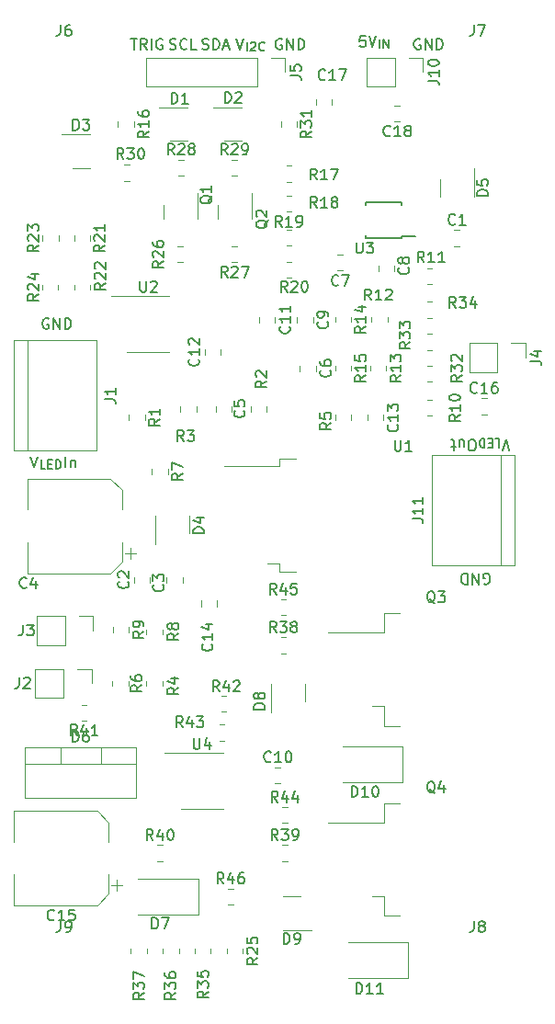
<source format=gbr>
%TF.GenerationSoftware,KiCad,Pcbnew,7.0.5*%
%TF.CreationDate,2023-11-28T19:27:54-08:00*%
%TF.ProjectId,LT3081LEDDummyDriver,4c543330-3831-44c4-9544-44756d6d7944,rev?*%
%TF.SameCoordinates,Original*%
%TF.FileFunction,Legend,Top*%
%TF.FilePolarity,Positive*%
%FSLAX46Y46*%
G04 Gerber Fmt 4.6, Leading zero omitted, Abs format (unit mm)*
G04 Created by KiCad (PCBNEW 7.0.5) date 2023-11-28 19:27:54*
%MOMM*%
%LPD*%
G01*
G04 APERTURE LIST*
%ADD10C,0.150000*%
%ADD11C,0.120000*%
G04 APERTURE END LIST*
D10*
X140425469Y-35719819D02*
X139949279Y-35719819D01*
X139949279Y-35719819D02*
X139901660Y-36196009D01*
X139901660Y-36196009D02*
X139949279Y-36148390D01*
X139949279Y-36148390D02*
X140044517Y-36100771D01*
X140044517Y-36100771D02*
X140282612Y-36100771D01*
X140282612Y-36100771D02*
X140377850Y-36148390D01*
X140377850Y-36148390D02*
X140425469Y-36196009D01*
X140425469Y-36196009D02*
X140473088Y-36291247D01*
X140473088Y-36291247D02*
X140473088Y-36529342D01*
X140473088Y-36529342D02*
X140425469Y-36624580D01*
X140425469Y-36624580D02*
X140377850Y-36672200D01*
X140377850Y-36672200D02*
X140282612Y-36719819D01*
X140282612Y-36719819D02*
X140044517Y-36719819D01*
X140044517Y-36719819D02*
X139949279Y-36672200D01*
X139949279Y-36672200D02*
X139901660Y-36624580D01*
X140758803Y-35719819D02*
X141092136Y-36719819D01*
X141092136Y-36719819D02*
X141425469Y-35719819D01*
X141711184Y-36830295D02*
X141711184Y-36030295D01*
X142092136Y-36830295D02*
X142092136Y-36030295D01*
X142092136Y-36030295D02*
X142549279Y-36830295D01*
X142549279Y-36830295D02*
X142549279Y-36030295D01*
X122401660Y-36922200D02*
X122544517Y-36969819D01*
X122544517Y-36969819D02*
X122782612Y-36969819D01*
X122782612Y-36969819D02*
X122877850Y-36922200D01*
X122877850Y-36922200D02*
X122925469Y-36874580D01*
X122925469Y-36874580D02*
X122973088Y-36779342D01*
X122973088Y-36779342D02*
X122973088Y-36684104D01*
X122973088Y-36684104D02*
X122925469Y-36588866D01*
X122925469Y-36588866D02*
X122877850Y-36541247D01*
X122877850Y-36541247D02*
X122782612Y-36493628D01*
X122782612Y-36493628D02*
X122592136Y-36446009D01*
X122592136Y-36446009D02*
X122496898Y-36398390D01*
X122496898Y-36398390D02*
X122449279Y-36350771D01*
X122449279Y-36350771D02*
X122401660Y-36255533D01*
X122401660Y-36255533D02*
X122401660Y-36160295D01*
X122401660Y-36160295D02*
X122449279Y-36065057D01*
X122449279Y-36065057D02*
X122496898Y-36017438D01*
X122496898Y-36017438D02*
X122592136Y-35969819D01*
X122592136Y-35969819D02*
X122830231Y-35969819D01*
X122830231Y-35969819D02*
X122973088Y-36017438D01*
X123973088Y-36874580D02*
X123925469Y-36922200D01*
X123925469Y-36922200D02*
X123782612Y-36969819D01*
X123782612Y-36969819D02*
X123687374Y-36969819D01*
X123687374Y-36969819D02*
X123544517Y-36922200D01*
X123544517Y-36922200D02*
X123449279Y-36826961D01*
X123449279Y-36826961D02*
X123401660Y-36731723D01*
X123401660Y-36731723D02*
X123354041Y-36541247D01*
X123354041Y-36541247D02*
X123354041Y-36398390D01*
X123354041Y-36398390D02*
X123401660Y-36207914D01*
X123401660Y-36207914D02*
X123449279Y-36112676D01*
X123449279Y-36112676D02*
X123544517Y-36017438D01*
X123544517Y-36017438D02*
X123687374Y-35969819D01*
X123687374Y-35969819D02*
X123782612Y-35969819D01*
X123782612Y-35969819D02*
X123925469Y-36017438D01*
X123925469Y-36017438D02*
X123973088Y-36065057D01*
X124877850Y-36969819D02*
X124401660Y-36969819D01*
X124401660Y-36969819D02*
X124401660Y-35969819D01*
X118806422Y-35969819D02*
X119377850Y-35969819D01*
X119092136Y-36969819D02*
X119092136Y-35969819D01*
X120282612Y-36969819D02*
X119949279Y-36493628D01*
X119711184Y-36969819D02*
X119711184Y-35969819D01*
X119711184Y-35969819D02*
X120092136Y-35969819D01*
X120092136Y-35969819D02*
X120187374Y-36017438D01*
X120187374Y-36017438D02*
X120234993Y-36065057D01*
X120234993Y-36065057D02*
X120282612Y-36160295D01*
X120282612Y-36160295D02*
X120282612Y-36303152D01*
X120282612Y-36303152D02*
X120234993Y-36398390D01*
X120234993Y-36398390D02*
X120187374Y-36446009D01*
X120187374Y-36446009D02*
X120092136Y-36493628D01*
X120092136Y-36493628D02*
X119711184Y-36493628D01*
X120711184Y-36969819D02*
X120711184Y-35969819D01*
X121711183Y-36017438D02*
X121615945Y-35969819D01*
X121615945Y-35969819D02*
X121473088Y-35969819D01*
X121473088Y-35969819D02*
X121330231Y-36017438D01*
X121330231Y-36017438D02*
X121234993Y-36112676D01*
X121234993Y-36112676D02*
X121187374Y-36207914D01*
X121187374Y-36207914D02*
X121139755Y-36398390D01*
X121139755Y-36398390D02*
X121139755Y-36541247D01*
X121139755Y-36541247D02*
X121187374Y-36731723D01*
X121187374Y-36731723D02*
X121234993Y-36826961D01*
X121234993Y-36826961D02*
X121330231Y-36922200D01*
X121330231Y-36922200D02*
X121473088Y-36969819D01*
X121473088Y-36969819D02*
X121568326Y-36969819D01*
X121568326Y-36969819D02*
X121711183Y-36922200D01*
X121711183Y-36922200D02*
X121758802Y-36874580D01*
X121758802Y-36874580D02*
X121758802Y-36541247D01*
X121758802Y-36541247D02*
X121568326Y-36541247D01*
X125401660Y-36922200D02*
X125544517Y-36969819D01*
X125544517Y-36969819D02*
X125782612Y-36969819D01*
X125782612Y-36969819D02*
X125877850Y-36922200D01*
X125877850Y-36922200D02*
X125925469Y-36874580D01*
X125925469Y-36874580D02*
X125973088Y-36779342D01*
X125973088Y-36779342D02*
X125973088Y-36684104D01*
X125973088Y-36684104D02*
X125925469Y-36588866D01*
X125925469Y-36588866D02*
X125877850Y-36541247D01*
X125877850Y-36541247D02*
X125782612Y-36493628D01*
X125782612Y-36493628D02*
X125592136Y-36446009D01*
X125592136Y-36446009D02*
X125496898Y-36398390D01*
X125496898Y-36398390D02*
X125449279Y-36350771D01*
X125449279Y-36350771D02*
X125401660Y-36255533D01*
X125401660Y-36255533D02*
X125401660Y-36160295D01*
X125401660Y-36160295D02*
X125449279Y-36065057D01*
X125449279Y-36065057D02*
X125496898Y-36017438D01*
X125496898Y-36017438D02*
X125592136Y-35969819D01*
X125592136Y-35969819D02*
X125830231Y-35969819D01*
X125830231Y-35969819D02*
X125973088Y-36017438D01*
X126401660Y-36969819D02*
X126401660Y-35969819D01*
X126401660Y-35969819D02*
X126639755Y-35969819D01*
X126639755Y-35969819D02*
X126782612Y-36017438D01*
X126782612Y-36017438D02*
X126877850Y-36112676D01*
X126877850Y-36112676D02*
X126925469Y-36207914D01*
X126925469Y-36207914D02*
X126973088Y-36398390D01*
X126973088Y-36398390D02*
X126973088Y-36541247D01*
X126973088Y-36541247D02*
X126925469Y-36731723D01*
X126925469Y-36731723D02*
X126877850Y-36826961D01*
X126877850Y-36826961D02*
X126782612Y-36922200D01*
X126782612Y-36922200D02*
X126639755Y-36969819D01*
X126639755Y-36969819D02*
X126401660Y-36969819D01*
X127354041Y-36684104D02*
X127830231Y-36684104D01*
X127258803Y-36969819D02*
X127592136Y-35969819D01*
X127592136Y-35969819D02*
X127925469Y-36969819D01*
X128556422Y-35969819D02*
X128889755Y-36969819D01*
X128889755Y-36969819D02*
X129223088Y-35969819D01*
X129508803Y-37080295D02*
X129508803Y-36280295D01*
X129851659Y-36356485D02*
X129889755Y-36318390D01*
X129889755Y-36318390D02*
X129965945Y-36280295D01*
X129965945Y-36280295D02*
X130156421Y-36280295D01*
X130156421Y-36280295D02*
X130232612Y-36318390D01*
X130232612Y-36318390D02*
X130270707Y-36356485D01*
X130270707Y-36356485D02*
X130308802Y-36432676D01*
X130308802Y-36432676D02*
X130308802Y-36508866D01*
X130308802Y-36508866D02*
X130270707Y-36623152D01*
X130270707Y-36623152D02*
X129813564Y-37080295D01*
X129813564Y-37080295D02*
X130308802Y-37080295D01*
X131108803Y-37004104D02*
X131070707Y-37042200D01*
X131070707Y-37042200D02*
X130956422Y-37080295D01*
X130956422Y-37080295D02*
X130880231Y-37080295D01*
X130880231Y-37080295D02*
X130765945Y-37042200D01*
X130765945Y-37042200D02*
X130689755Y-36966009D01*
X130689755Y-36966009D02*
X130651660Y-36889819D01*
X130651660Y-36889819D02*
X130613564Y-36737438D01*
X130613564Y-36737438D02*
X130613564Y-36623152D01*
X130613564Y-36623152D02*
X130651660Y-36470771D01*
X130651660Y-36470771D02*
X130689755Y-36394580D01*
X130689755Y-36394580D02*
X130765945Y-36318390D01*
X130765945Y-36318390D02*
X130880231Y-36280295D01*
X130880231Y-36280295D02*
X130956422Y-36280295D01*
X130956422Y-36280295D02*
X131070707Y-36318390D01*
X131070707Y-36318390D02*
X131108803Y-36356485D01*
X145473088Y-36017438D02*
X145377850Y-35969819D01*
X145377850Y-35969819D02*
X145234993Y-35969819D01*
X145234993Y-35969819D02*
X145092136Y-36017438D01*
X145092136Y-36017438D02*
X144996898Y-36112676D01*
X144996898Y-36112676D02*
X144949279Y-36207914D01*
X144949279Y-36207914D02*
X144901660Y-36398390D01*
X144901660Y-36398390D02*
X144901660Y-36541247D01*
X144901660Y-36541247D02*
X144949279Y-36731723D01*
X144949279Y-36731723D02*
X144996898Y-36826961D01*
X144996898Y-36826961D02*
X145092136Y-36922200D01*
X145092136Y-36922200D02*
X145234993Y-36969819D01*
X145234993Y-36969819D02*
X145330231Y-36969819D01*
X145330231Y-36969819D02*
X145473088Y-36922200D01*
X145473088Y-36922200D02*
X145520707Y-36874580D01*
X145520707Y-36874580D02*
X145520707Y-36541247D01*
X145520707Y-36541247D02*
X145330231Y-36541247D01*
X145949279Y-36969819D02*
X145949279Y-35969819D01*
X145949279Y-35969819D02*
X146520707Y-36969819D01*
X146520707Y-36969819D02*
X146520707Y-35969819D01*
X146996898Y-36969819D02*
X146996898Y-35969819D01*
X146996898Y-35969819D02*
X147234993Y-35969819D01*
X147234993Y-35969819D02*
X147377850Y-36017438D01*
X147377850Y-36017438D02*
X147473088Y-36112676D01*
X147473088Y-36112676D02*
X147520707Y-36207914D01*
X147520707Y-36207914D02*
X147568326Y-36398390D01*
X147568326Y-36398390D02*
X147568326Y-36541247D01*
X147568326Y-36541247D02*
X147520707Y-36731723D01*
X147520707Y-36731723D02*
X147473088Y-36826961D01*
X147473088Y-36826961D02*
X147377850Y-36922200D01*
X147377850Y-36922200D02*
X147234993Y-36969819D01*
X147234993Y-36969819D02*
X146996898Y-36969819D01*
X132723088Y-36017438D02*
X132627850Y-35969819D01*
X132627850Y-35969819D02*
X132484993Y-35969819D01*
X132484993Y-35969819D02*
X132342136Y-36017438D01*
X132342136Y-36017438D02*
X132246898Y-36112676D01*
X132246898Y-36112676D02*
X132199279Y-36207914D01*
X132199279Y-36207914D02*
X132151660Y-36398390D01*
X132151660Y-36398390D02*
X132151660Y-36541247D01*
X132151660Y-36541247D02*
X132199279Y-36731723D01*
X132199279Y-36731723D02*
X132246898Y-36826961D01*
X132246898Y-36826961D02*
X132342136Y-36922200D01*
X132342136Y-36922200D02*
X132484993Y-36969819D01*
X132484993Y-36969819D02*
X132580231Y-36969819D01*
X132580231Y-36969819D02*
X132723088Y-36922200D01*
X132723088Y-36922200D02*
X132770707Y-36874580D01*
X132770707Y-36874580D02*
X132770707Y-36541247D01*
X132770707Y-36541247D02*
X132580231Y-36541247D01*
X133199279Y-36969819D02*
X133199279Y-35969819D01*
X133199279Y-35969819D02*
X133770707Y-36969819D01*
X133770707Y-36969819D02*
X133770707Y-35969819D01*
X134246898Y-36969819D02*
X134246898Y-35969819D01*
X134246898Y-35969819D02*
X134484993Y-35969819D01*
X134484993Y-35969819D02*
X134627850Y-36017438D01*
X134627850Y-36017438D02*
X134723088Y-36112676D01*
X134723088Y-36112676D02*
X134770707Y-36207914D01*
X134770707Y-36207914D02*
X134818326Y-36398390D01*
X134818326Y-36398390D02*
X134818326Y-36541247D01*
X134818326Y-36541247D02*
X134770707Y-36731723D01*
X134770707Y-36731723D02*
X134723088Y-36826961D01*
X134723088Y-36826961D02*
X134627850Y-36922200D01*
X134627850Y-36922200D02*
X134484993Y-36969819D01*
X134484993Y-36969819D02*
X134246898Y-36969819D01*
X111223088Y-61767438D02*
X111127850Y-61719819D01*
X111127850Y-61719819D02*
X110984993Y-61719819D01*
X110984993Y-61719819D02*
X110842136Y-61767438D01*
X110842136Y-61767438D02*
X110746898Y-61862676D01*
X110746898Y-61862676D02*
X110699279Y-61957914D01*
X110699279Y-61957914D02*
X110651660Y-62148390D01*
X110651660Y-62148390D02*
X110651660Y-62291247D01*
X110651660Y-62291247D02*
X110699279Y-62481723D01*
X110699279Y-62481723D02*
X110746898Y-62576961D01*
X110746898Y-62576961D02*
X110842136Y-62672200D01*
X110842136Y-62672200D02*
X110984993Y-62719819D01*
X110984993Y-62719819D02*
X111080231Y-62719819D01*
X111080231Y-62719819D02*
X111223088Y-62672200D01*
X111223088Y-62672200D02*
X111270707Y-62624580D01*
X111270707Y-62624580D02*
X111270707Y-62291247D01*
X111270707Y-62291247D02*
X111080231Y-62291247D01*
X111699279Y-62719819D02*
X111699279Y-61719819D01*
X111699279Y-61719819D02*
X112270707Y-62719819D01*
X112270707Y-62719819D02*
X112270707Y-61719819D01*
X112746898Y-62719819D02*
X112746898Y-61719819D01*
X112746898Y-61719819D02*
X112984993Y-61719819D01*
X112984993Y-61719819D02*
X113127850Y-61767438D01*
X113127850Y-61767438D02*
X113223088Y-61862676D01*
X113223088Y-61862676D02*
X113270707Y-61957914D01*
X113270707Y-61957914D02*
X113318326Y-62148390D01*
X113318326Y-62148390D02*
X113318326Y-62291247D01*
X113318326Y-62291247D02*
X113270707Y-62481723D01*
X113270707Y-62481723D02*
X113223088Y-62576961D01*
X113223088Y-62576961D02*
X113127850Y-62672200D01*
X113127850Y-62672200D02*
X112984993Y-62719819D01*
X112984993Y-62719819D02*
X112746898Y-62719819D01*
X109593922Y-74469819D02*
X109927255Y-75469819D01*
X109927255Y-75469819D02*
X110260588Y-74469819D01*
X110927255Y-75580295D02*
X110546303Y-75580295D01*
X110546303Y-75580295D02*
X110546303Y-74780295D01*
X111193922Y-75161247D02*
X111460588Y-75161247D01*
X111574874Y-75580295D02*
X111193922Y-75580295D01*
X111193922Y-75580295D02*
X111193922Y-74780295D01*
X111193922Y-74780295D02*
X111574874Y-74780295D01*
X111917732Y-75580295D02*
X111917732Y-74780295D01*
X111917732Y-74780295D02*
X112108208Y-74780295D01*
X112108208Y-74780295D02*
X112222494Y-74818390D01*
X112222494Y-74818390D02*
X112298684Y-74894580D01*
X112298684Y-74894580D02*
X112336779Y-74970771D01*
X112336779Y-74970771D02*
X112374875Y-75123152D01*
X112374875Y-75123152D02*
X112374875Y-75237438D01*
X112374875Y-75237438D02*
X112336779Y-75389819D01*
X112336779Y-75389819D02*
X112298684Y-75466009D01*
X112298684Y-75466009D02*
X112222494Y-75542200D01*
X112222494Y-75542200D02*
X112108208Y-75580295D01*
X112108208Y-75580295D02*
X111917732Y-75580295D01*
X112765351Y-75469819D02*
X112765351Y-74469819D01*
X113241541Y-74803152D02*
X113241541Y-75469819D01*
X113241541Y-74898390D02*
X113289160Y-74850771D01*
X113289160Y-74850771D02*
X113384398Y-74803152D01*
X113384398Y-74803152D02*
X113527255Y-74803152D01*
X113527255Y-74803152D02*
X113622493Y-74850771D01*
X113622493Y-74850771D02*
X113670112Y-74946009D01*
X113670112Y-74946009D02*
X113670112Y-75469819D01*
X151339411Y-86182561D02*
X151434649Y-86230180D01*
X151434649Y-86230180D02*
X151577506Y-86230180D01*
X151577506Y-86230180D02*
X151720363Y-86182561D01*
X151720363Y-86182561D02*
X151815601Y-86087323D01*
X151815601Y-86087323D02*
X151863220Y-85992085D01*
X151863220Y-85992085D02*
X151910839Y-85801609D01*
X151910839Y-85801609D02*
X151910839Y-85658752D01*
X151910839Y-85658752D02*
X151863220Y-85468276D01*
X151863220Y-85468276D02*
X151815601Y-85373038D01*
X151815601Y-85373038D02*
X151720363Y-85277800D01*
X151720363Y-85277800D02*
X151577506Y-85230180D01*
X151577506Y-85230180D02*
X151482268Y-85230180D01*
X151482268Y-85230180D02*
X151339411Y-85277800D01*
X151339411Y-85277800D02*
X151291792Y-85325419D01*
X151291792Y-85325419D02*
X151291792Y-85658752D01*
X151291792Y-85658752D02*
X151482268Y-85658752D01*
X150863220Y-85230180D02*
X150863220Y-86230180D01*
X150863220Y-86230180D02*
X150291792Y-85230180D01*
X150291792Y-85230180D02*
X150291792Y-86230180D01*
X149815601Y-85230180D02*
X149815601Y-86230180D01*
X149815601Y-86230180D02*
X149577506Y-86230180D01*
X149577506Y-86230180D02*
X149434649Y-86182561D01*
X149434649Y-86182561D02*
X149339411Y-86087323D01*
X149339411Y-86087323D02*
X149291792Y-85992085D01*
X149291792Y-85992085D02*
X149244173Y-85801609D01*
X149244173Y-85801609D02*
X149244173Y-85658752D01*
X149244173Y-85658752D02*
X149291792Y-85468276D01*
X149291792Y-85468276D02*
X149339411Y-85373038D01*
X149339411Y-85373038D02*
X149434649Y-85277800D01*
X149434649Y-85277800D02*
X149577506Y-85230180D01*
X149577506Y-85230180D02*
X149815601Y-85230180D01*
X153706077Y-73930180D02*
X153372744Y-72930180D01*
X153372744Y-72930180D02*
X153039411Y-73930180D01*
X152372744Y-72819704D02*
X152753696Y-72819704D01*
X152753696Y-72819704D02*
X152753696Y-73619704D01*
X152106077Y-73238752D02*
X151839411Y-73238752D01*
X151725125Y-72819704D02*
X152106077Y-72819704D01*
X152106077Y-72819704D02*
X152106077Y-73619704D01*
X152106077Y-73619704D02*
X151725125Y-73619704D01*
X151382267Y-72819704D02*
X151382267Y-73619704D01*
X151382267Y-73619704D02*
X151191791Y-73619704D01*
X151191791Y-73619704D02*
X151077505Y-73581609D01*
X151077505Y-73581609D02*
X151001315Y-73505419D01*
X151001315Y-73505419D02*
X150963220Y-73429228D01*
X150963220Y-73429228D02*
X150925124Y-73276847D01*
X150925124Y-73276847D02*
X150925124Y-73162561D01*
X150925124Y-73162561D02*
X150963220Y-73010180D01*
X150963220Y-73010180D02*
X151001315Y-72933990D01*
X151001315Y-72933990D02*
X151077505Y-72857800D01*
X151077505Y-72857800D02*
X151191791Y-72819704D01*
X151191791Y-72819704D02*
X151382267Y-72819704D01*
X150344172Y-73930180D02*
X150153696Y-73930180D01*
X150153696Y-73930180D02*
X150058458Y-73882561D01*
X150058458Y-73882561D02*
X149963220Y-73787323D01*
X149963220Y-73787323D02*
X149915601Y-73596847D01*
X149915601Y-73596847D02*
X149915601Y-73263514D01*
X149915601Y-73263514D02*
X149963220Y-73073038D01*
X149963220Y-73073038D02*
X150058458Y-72977800D01*
X150058458Y-72977800D02*
X150153696Y-72930180D01*
X150153696Y-72930180D02*
X150344172Y-72930180D01*
X150344172Y-72930180D02*
X150439410Y-72977800D01*
X150439410Y-72977800D02*
X150534648Y-73073038D01*
X150534648Y-73073038D02*
X150582267Y-73263514D01*
X150582267Y-73263514D02*
X150582267Y-73596847D01*
X150582267Y-73596847D02*
X150534648Y-73787323D01*
X150534648Y-73787323D02*
X150439410Y-73882561D01*
X150439410Y-73882561D02*
X150344172Y-73930180D01*
X149058458Y-73596847D02*
X149058458Y-72930180D01*
X149487029Y-73596847D02*
X149487029Y-73073038D01*
X149487029Y-73073038D02*
X149439410Y-72977800D01*
X149439410Y-72977800D02*
X149344172Y-72930180D01*
X149344172Y-72930180D02*
X149201315Y-72930180D01*
X149201315Y-72930180D02*
X149106077Y-72977800D01*
X149106077Y-72977800D02*
X149058458Y-73025419D01*
X148725124Y-73596847D02*
X148344172Y-73596847D01*
X148582267Y-73930180D02*
X148582267Y-73073038D01*
X148582267Y-73073038D02*
X148534648Y-72977800D01*
X148534648Y-72977800D02*
X148439410Y-72930180D01*
X148439410Y-72930180D02*
X148344172Y-72930180D01*
%TO.C,C15*%
X111757142Y-117109580D02*
X111709523Y-117157200D01*
X111709523Y-117157200D02*
X111566666Y-117204819D01*
X111566666Y-117204819D02*
X111471428Y-117204819D01*
X111471428Y-117204819D02*
X111328571Y-117157200D01*
X111328571Y-117157200D02*
X111233333Y-117061961D01*
X111233333Y-117061961D02*
X111185714Y-116966723D01*
X111185714Y-116966723D02*
X111138095Y-116776247D01*
X111138095Y-116776247D02*
X111138095Y-116633390D01*
X111138095Y-116633390D02*
X111185714Y-116442914D01*
X111185714Y-116442914D02*
X111233333Y-116347676D01*
X111233333Y-116347676D02*
X111328571Y-116252438D01*
X111328571Y-116252438D02*
X111471428Y-116204819D01*
X111471428Y-116204819D02*
X111566666Y-116204819D01*
X111566666Y-116204819D02*
X111709523Y-116252438D01*
X111709523Y-116252438D02*
X111757142Y-116300057D01*
X112709523Y-117204819D02*
X112138095Y-117204819D01*
X112423809Y-117204819D02*
X112423809Y-116204819D01*
X112423809Y-116204819D02*
X112328571Y-116347676D01*
X112328571Y-116347676D02*
X112233333Y-116442914D01*
X112233333Y-116442914D02*
X112138095Y-116490533D01*
X113614285Y-116204819D02*
X113138095Y-116204819D01*
X113138095Y-116204819D02*
X113090476Y-116681009D01*
X113090476Y-116681009D02*
X113138095Y-116633390D01*
X113138095Y-116633390D02*
X113233333Y-116585771D01*
X113233333Y-116585771D02*
X113471428Y-116585771D01*
X113471428Y-116585771D02*
X113566666Y-116633390D01*
X113566666Y-116633390D02*
X113614285Y-116681009D01*
X113614285Y-116681009D02*
X113661904Y-116776247D01*
X113661904Y-116776247D02*
X113661904Y-117014342D01*
X113661904Y-117014342D02*
X113614285Y-117109580D01*
X113614285Y-117109580D02*
X113566666Y-117157200D01*
X113566666Y-117157200D02*
X113471428Y-117204819D01*
X113471428Y-117204819D02*
X113233333Y-117204819D01*
X113233333Y-117204819D02*
X113138095Y-117157200D01*
X113138095Y-117157200D02*
X113090476Y-117109580D01*
%TO.C,R6*%
X119817319Y-95516666D02*
X119341128Y-95849999D01*
X119817319Y-96088094D02*
X118817319Y-96088094D01*
X118817319Y-96088094D02*
X118817319Y-95707142D01*
X118817319Y-95707142D02*
X118864938Y-95611904D01*
X118864938Y-95611904D02*
X118912557Y-95564285D01*
X118912557Y-95564285D02*
X119007795Y-95516666D01*
X119007795Y-95516666D02*
X119150652Y-95516666D01*
X119150652Y-95516666D02*
X119245890Y-95564285D01*
X119245890Y-95564285D02*
X119293509Y-95611904D01*
X119293509Y-95611904D02*
X119341128Y-95707142D01*
X119341128Y-95707142D02*
X119341128Y-96088094D01*
X118817319Y-94659523D02*
X118817319Y-94849999D01*
X118817319Y-94849999D02*
X118864938Y-94945237D01*
X118864938Y-94945237D02*
X118912557Y-94992856D01*
X118912557Y-94992856D02*
X119055414Y-95088094D01*
X119055414Y-95088094D02*
X119245890Y-95135713D01*
X119245890Y-95135713D02*
X119626842Y-95135713D01*
X119626842Y-95135713D02*
X119722080Y-95088094D01*
X119722080Y-95088094D02*
X119769700Y-95040475D01*
X119769700Y-95040475D02*
X119817319Y-94945237D01*
X119817319Y-94945237D02*
X119817319Y-94754761D01*
X119817319Y-94754761D02*
X119769700Y-94659523D01*
X119769700Y-94659523D02*
X119722080Y-94611904D01*
X119722080Y-94611904D02*
X119626842Y-94564285D01*
X119626842Y-94564285D02*
X119388747Y-94564285D01*
X119388747Y-94564285D02*
X119293509Y-94611904D01*
X119293509Y-94611904D02*
X119245890Y-94659523D01*
X119245890Y-94659523D02*
X119198271Y-94754761D01*
X119198271Y-94754761D02*
X119198271Y-94945237D01*
X119198271Y-94945237D02*
X119245890Y-95040475D01*
X119245890Y-95040475D02*
X119293509Y-95088094D01*
X119293509Y-95088094D02*
X119388747Y-95135713D01*
%TO.C,R44*%
X132357142Y-106304819D02*
X132023809Y-105828628D01*
X131785714Y-106304819D02*
X131785714Y-105304819D01*
X131785714Y-105304819D02*
X132166666Y-105304819D01*
X132166666Y-105304819D02*
X132261904Y-105352438D01*
X132261904Y-105352438D02*
X132309523Y-105400057D01*
X132309523Y-105400057D02*
X132357142Y-105495295D01*
X132357142Y-105495295D02*
X132357142Y-105638152D01*
X132357142Y-105638152D02*
X132309523Y-105733390D01*
X132309523Y-105733390D02*
X132261904Y-105781009D01*
X132261904Y-105781009D02*
X132166666Y-105828628D01*
X132166666Y-105828628D02*
X131785714Y-105828628D01*
X133214285Y-105638152D02*
X133214285Y-106304819D01*
X132976190Y-105257200D02*
X132738095Y-105971485D01*
X132738095Y-105971485D02*
X133357142Y-105971485D01*
X134166666Y-105638152D02*
X134166666Y-106304819D01*
X133928571Y-105257200D02*
X133690476Y-105971485D01*
X133690476Y-105971485D02*
X134309523Y-105971485D01*
%TO.C,J5*%
X133497319Y-39383333D02*
X134211604Y-39383333D01*
X134211604Y-39383333D02*
X134354461Y-39430952D01*
X134354461Y-39430952D02*
X134449700Y-39526190D01*
X134449700Y-39526190D02*
X134497319Y-39669047D01*
X134497319Y-39669047D02*
X134497319Y-39764285D01*
X133497319Y-38430952D02*
X133497319Y-38907142D01*
X133497319Y-38907142D02*
X133973509Y-38954761D01*
X133973509Y-38954761D02*
X133925890Y-38907142D01*
X133925890Y-38907142D02*
X133878271Y-38811904D01*
X133878271Y-38811904D02*
X133878271Y-38573809D01*
X133878271Y-38573809D02*
X133925890Y-38478571D01*
X133925890Y-38478571D02*
X133973509Y-38430952D01*
X133973509Y-38430952D02*
X134068747Y-38383333D01*
X134068747Y-38383333D02*
X134306842Y-38383333D01*
X134306842Y-38383333D02*
X134402080Y-38430952D01*
X134402080Y-38430952D02*
X134449700Y-38478571D01*
X134449700Y-38478571D02*
X134497319Y-38573809D01*
X134497319Y-38573809D02*
X134497319Y-38811904D01*
X134497319Y-38811904D02*
X134449700Y-38907142D01*
X134449700Y-38907142D02*
X134402080Y-38954761D01*
%TO.C,D2*%
X127486905Y-41904819D02*
X127486905Y-40904819D01*
X127486905Y-40904819D02*
X127725000Y-40904819D01*
X127725000Y-40904819D02*
X127867857Y-40952438D01*
X127867857Y-40952438D02*
X127963095Y-41047676D01*
X127963095Y-41047676D02*
X128010714Y-41142914D01*
X128010714Y-41142914D02*
X128058333Y-41333390D01*
X128058333Y-41333390D02*
X128058333Y-41476247D01*
X128058333Y-41476247D02*
X128010714Y-41666723D01*
X128010714Y-41666723D02*
X127963095Y-41761961D01*
X127963095Y-41761961D02*
X127867857Y-41857200D01*
X127867857Y-41857200D02*
X127725000Y-41904819D01*
X127725000Y-41904819D02*
X127486905Y-41904819D01*
X128439286Y-41000057D02*
X128486905Y-40952438D01*
X128486905Y-40952438D02*
X128582143Y-40904819D01*
X128582143Y-40904819D02*
X128820238Y-40904819D01*
X128820238Y-40904819D02*
X128915476Y-40952438D01*
X128915476Y-40952438D02*
X128963095Y-41000057D01*
X128963095Y-41000057D02*
X129010714Y-41095295D01*
X129010714Y-41095295D02*
X129010714Y-41190533D01*
X129010714Y-41190533D02*
X128963095Y-41333390D01*
X128963095Y-41333390D02*
X128391667Y-41904819D01*
X128391667Y-41904819D02*
X129010714Y-41904819D01*
%TO.C,C18*%
X142719642Y-44889580D02*
X142672023Y-44937200D01*
X142672023Y-44937200D02*
X142529166Y-44984819D01*
X142529166Y-44984819D02*
X142433928Y-44984819D01*
X142433928Y-44984819D02*
X142291071Y-44937200D01*
X142291071Y-44937200D02*
X142195833Y-44841961D01*
X142195833Y-44841961D02*
X142148214Y-44746723D01*
X142148214Y-44746723D02*
X142100595Y-44556247D01*
X142100595Y-44556247D02*
X142100595Y-44413390D01*
X142100595Y-44413390D02*
X142148214Y-44222914D01*
X142148214Y-44222914D02*
X142195833Y-44127676D01*
X142195833Y-44127676D02*
X142291071Y-44032438D01*
X142291071Y-44032438D02*
X142433928Y-43984819D01*
X142433928Y-43984819D02*
X142529166Y-43984819D01*
X142529166Y-43984819D02*
X142672023Y-44032438D01*
X142672023Y-44032438D02*
X142719642Y-44080057D01*
X143672023Y-44984819D02*
X143100595Y-44984819D01*
X143386309Y-44984819D02*
X143386309Y-43984819D01*
X143386309Y-43984819D02*
X143291071Y-44127676D01*
X143291071Y-44127676D02*
X143195833Y-44222914D01*
X143195833Y-44222914D02*
X143100595Y-44270533D01*
X144243452Y-44413390D02*
X144148214Y-44365771D01*
X144148214Y-44365771D02*
X144100595Y-44318152D01*
X144100595Y-44318152D02*
X144052976Y-44222914D01*
X144052976Y-44222914D02*
X144052976Y-44175295D01*
X144052976Y-44175295D02*
X144100595Y-44080057D01*
X144100595Y-44080057D02*
X144148214Y-44032438D01*
X144148214Y-44032438D02*
X144243452Y-43984819D01*
X144243452Y-43984819D02*
X144433928Y-43984819D01*
X144433928Y-43984819D02*
X144529166Y-44032438D01*
X144529166Y-44032438D02*
X144576785Y-44080057D01*
X144576785Y-44080057D02*
X144624404Y-44175295D01*
X144624404Y-44175295D02*
X144624404Y-44222914D01*
X144624404Y-44222914D02*
X144576785Y-44318152D01*
X144576785Y-44318152D02*
X144529166Y-44365771D01*
X144529166Y-44365771D02*
X144433928Y-44413390D01*
X144433928Y-44413390D02*
X144243452Y-44413390D01*
X144243452Y-44413390D02*
X144148214Y-44461009D01*
X144148214Y-44461009D02*
X144100595Y-44508628D01*
X144100595Y-44508628D02*
X144052976Y-44603866D01*
X144052976Y-44603866D02*
X144052976Y-44794342D01*
X144052976Y-44794342D02*
X144100595Y-44889580D01*
X144100595Y-44889580D02*
X144148214Y-44937200D01*
X144148214Y-44937200D02*
X144243452Y-44984819D01*
X144243452Y-44984819D02*
X144433928Y-44984819D01*
X144433928Y-44984819D02*
X144529166Y-44937200D01*
X144529166Y-44937200D02*
X144576785Y-44889580D01*
X144576785Y-44889580D02*
X144624404Y-44794342D01*
X144624404Y-44794342D02*
X144624404Y-44603866D01*
X144624404Y-44603866D02*
X144576785Y-44508628D01*
X144576785Y-44508628D02*
X144529166Y-44461009D01*
X144529166Y-44461009D02*
X144433928Y-44413390D01*
%TO.C,U4*%
X124600595Y-100404819D02*
X124600595Y-101214342D01*
X124600595Y-101214342D02*
X124648214Y-101309580D01*
X124648214Y-101309580D02*
X124695833Y-101357200D01*
X124695833Y-101357200D02*
X124791071Y-101404819D01*
X124791071Y-101404819D02*
X124981547Y-101404819D01*
X124981547Y-101404819D02*
X125076785Y-101357200D01*
X125076785Y-101357200D02*
X125124404Y-101309580D01*
X125124404Y-101309580D02*
X125172023Y-101214342D01*
X125172023Y-101214342D02*
X125172023Y-100404819D01*
X126076785Y-100738152D02*
X126076785Y-101404819D01*
X125838690Y-100357200D02*
X125600595Y-101071485D01*
X125600595Y-101071485D02*
X126219642Y-101071485D01*
%TO.C,R42*%
X126957142Y-96104819D02*
X126623809Y-95628628D01*
X126385714Y-96104819D02*
X126385714Y-95104819D01*
X126385714Y-95104819D02*
X126766666Y-95104819D01*
X126766666Y-95104819D02*
X126861904Y-95152438D01*
X126861904Y-95152438D02*
X126909523Y-95200057D01*
X126909523Y-95200057D02*
X126957142Y-95295295D01*
X126957142Y-95295295D02*
X126957142Y-95438152D01*
X126957142Y-95438152D02*
X126909523Y-95533390D01*
X126909523Y-95533390D02*
X126861904Y-95581009D01*
X126861904Y-95581009D02*
X126766666Y-95628628D01*
X126766666Y-95628628D02*
X126385714Y-95628628D01*
X127814285Y-95438152D02*
X127814285Y-96104819D01*
X127576190Y-95057200D02*
X127338095Y-95771485D01*
X127338095Y-95771485D02*
X127957142Y-95771485D01*
X128290476Y-95200057D02*
X128338095Y-95152438D01*
X128338095Y-95152438D02*
X128433333Y-95104819D01*
X128433333Y-95104819D02*
X128671428Y-95104819D01*
X128671428Y-95104819D02*
X128766666Y-95152438D01*
X128766666Y-95152438D02*
X128814285Y-95200057D01*
X128814285Y-95200057D02*
X128861904Y-95295295D01*
X128861904Y-95295295D02*
X128861904Y-95390533D01*
X128861904Y-95390533D02*
X128814285Y-95533390D01*
X128814285Y-95533390D02*
X128242857Y-96104819D01*
X128242857Y-96104819D02*
X128861904Y-96104819D01*
%TO.C,R3*%
X123695833Y-73054819D02*
X123362500Y-72578628D01*
X123124405Y-73054819D02*
X123124405Y-72054819D01*
X123124405Y-72054819D02*
X123505357Y-72054819D01*
X123505357Y-72054819D02*
X123600595Y-72102438D01*
X123600595Y-72102438D02*
X123648214Y-72150057D01*
X123648214Y-72150057D02*
X123695833Y-72245295D01*
X123695833Y-72245295D02*
X123695833Y-72388152D01*
X123695833Y-72388152D02*
X123648214Y-72483390D01*
X123648214Y-72483390D02*
X123600595Y-72531009D01*
X123600595Y-72531009D02*
X123505357Y-72578628D01*
X123505357Y-72578628D02*
X123124405Y-72578628D01*
X124029167Y-72054819D02*
X124648214Y-72054819D01*
X124648214Y-72054819D02*
X124314881Y-72435771D01*
X124314881Y-72435771D02*
X124457738Y-72435771D01*
X124457738Y-72435771D02*
X124552976Y-72483390D01*
X124552976Y-72483390D02*
X124600595Y-72531009D01*
X124600595Y-72531009D02*
X124648214Y-72626247D01*
X124648214Y-72626247D02*
X124648214Y-72864342D01*
X124648214Y-72864342D02*
X124600595Y-72959580D01*
X124600595Y-72959580D02*
X124552976Y-73007200D01*
X124552976Y-73007200D02*
X124457738Y-73054819D01*
X124457738Y-73054819D02*
X124172024Y-73054819D01*
X124172024Y-73054819D02*
X124076786Y-73007200D01*
X124076786Y-73007200D02*
X124029167Y-72959580D01*
%TO.C,Q3*%
X146842261Y-87975057D02*
X146747023Y-87927438D01*
X146747023Y-87927438D02*
X146651785Y-87832200D01*
X146651785Y-87832200D02*
X146508928Y-87689342D01*
X146508928Y-87689342D02*
X146413690Y-87641723D01*
X146413690Y-87641723D02*
X146318452Y-87641723D01*
X146366071Y-87879819D02*
X146270833Y-87832200D01*
X146270833Y-87832200D02*
X146175595Y-87736961D01*
X146175595Y-87736961D02*
X146127976Y-87546485D01*
X146127976Y-87546485D02*
X146127976Y-87213152D01*
X146127976Y-87213152D02*
X146175595Y-87022676D01*
X146175595Y-87022676D02*
X146270833Y-86927438D01*
X146270833Y-86927438D02*
X146366071Y-86879819D01*
X146366071Y-86879819D02*
X146556547Y-86879819D01*
X146556547Y-86879819D02*
X146651785Y-86927438D01*
X146651785Y-86927438D02*
X146747023Y-87022676D01*
X146747023Y-87022676D02*
X146794642Y-87213152D01*
X146794642Y-87213152D02*
X146794642Y-87546485D01*
X146794642Y-87546485D02*
X146747023Y-87736961D01*
X146747023Y-87736961D02*
X146651785Y-87832200D01*
X146651785Y-87832200D02*
X146556547Y-87879819D01*
X146556547Y-87879819D02*
X146366071Y-87879819D01*
X147127976Y-86879819D02*
X147747023Y-86879819D01*
X147747023Y-86879819D02*
X147413690Y-87260771D01*
X147413690Y-87260771D02*
X147556547Y-87260771D01*
X147556547Y-87260771D02*
X147651785Y-87308390D01*
X147651785Y-87308390D02*
X147699404Y-87356009D01*
X147699404Y-87356009D02*
X147747023Y-87451247D01*
X147747023Y-87451247D02*
X147747023Y-87689342D01*
X147747023Y-87689342D02*
X147699404Y-87784580D01*
X147699404Y-87784580D02*
X147651785Y-87832200D01*
X147651785Y-87832200D02*
X147556547Y-87879819D01*
X147556547Y-87879819D02*
X147270833Y-87879819D01*
X147270833Y-87879819D02*
X147175595Y-87832200D01*
X147175595Y-87832200D02*
X147127976Y-87784580D01*
%TO.C,D5*%
X151717319Y-50450594D02*
X150717319Y-50450594D01*
X150717319Y-50450594D02*
X150717319Y-50212499D01*
X150717319Y-50212499D02*
X150764938Y-50069642D01*
X150764938Y-50069642D02*
X150860176Y-49974404D01*
X150860176Y-49974404D02*
X150955414Y-49926785D01*
X150955414Y-49926785D02*
X151145890Y-49879166D01*
X151145890Y-49879166D02*
X151288747Y-49879166D01*
X151288747Y-49879166D02*
X151479223Y-49926785D01*
X151479223Y-49926785D02*
X151574461Y-49974404D01*
X151574461Y-49974404D02*
X151669700Y-50069642D01*
X151669700Y-50069642D02*
X151717319Y-50212499D01*
X151717319Y-50212499D02*
X151717319Y-50450594D01*
X150717319Y-48974404D02*
X150717319Y-49450594D01*
X150717319Y-49450594D02*
X151193509Y-49498213D01*
X151193509Y-49498213D02*
X151145890Y-49450594D01*
X151145890Y-49450594D02*
X151098271Y-49355356D01*
X151098271Y-49355356D02*
X151098271Y-49117261D01*
X151098271Y-49117261D02*
X151145890Y-49022023D01*
X151145890Y-49022023D02*
X151193509Y-48974404D01*
X151193509Y-48974404D02*
X151288747Y-48926785D01*
X151288747Y-48926785D02*
X151526842Y-48926785D01*
X151526842Y-48926785D02*
X151622080Y-48974404D01*
X151622080Y-48974404D02*
X151669700Y-49022023D01*
X151669700Y-49022023D02*
X151717319Y-49117261D01*
X151717319Y-49117261D02*
X151717319Y-49355356D01*
X151717319Y-49355356D02*
X151669700Y-49450594D01*
X151669700Y-49450594D02*
X151622080Y-49498213D01*
%TO.C,R38*%
X132219642Y-90654819D02*
X131886309Y-90178628D01*
X131648214Y-90654819D02*
X131648214Y-89654819D01*
X131648214Y-89654819D02*
X132029166Y-89654819D01*
X132029166Y-89654819D02*
X132124404Y-89702438D01*
X132124404Y-89702438D02*
X132172023Y-89750057D01*
X132172023Y-89750057D02*
X132219642Y-89845295D01*
X132219642Y-89845295D02*
X132219642Y-89988152D01*
X132219642Y-89988152D02*
X132172023Y-90083390D01*
X132172023Y-90083390D02*
X132124404Y-90131009D01*
X132124404Y-90131009D02*
X132029166Y-90178628D01*
X132029166Y-90178628D02*
X131648214Y-90178628D01*
X132552976Y-89654819D02*
X133172023Y-89654819D01*
X133172023Y-89654819D02*
X132838690Y-90035771D01*
X132838690Y-90035771D02*
X132981547Y-90035771D01*
X132981547Y-90035771D02*
X133076785Y-90083390D01*
X133076785Y-90083390D02*
X133124404Y-90131009D01*
X133124404Y-90131009D02*
X133172023Y-90226247D01*
X133172023Y-90226247D02*
X133172023Y-90464342D01*
X133172023Y-90464342D02*
X133124404Y-90559580D01*
X133124404Y-90559580D02*
X133076785Y-90607200D01*
X133076785Y-90607200D02*
X132981547Y-90654819D01*
X132981547Y-90654819D02*
X132695833Y-90654819D01*
X132695833Y-90654819D02*
X132600595Y-90607200D01*
X132600595Y-90607200D02*
X132552976Y-90559580D01*
X133743452Y-90083390D02*
X133648214Y-90035771D01*
X133648214Y-90035771D02*
X133600595Y-89988152D01*
X133600595Y-89988152D02*
X133552976Y-89892914D01*
X133552976Y-89892914D02*
X133552976Y-89845295D01*
X133552976Y-89845295D02*
X133600595Y-89750057D01*
X133600595Y-89750057D02*
X133648214Y-89702438D01*
X133648214Y-89702438D02*
X133743452Y-89654819D01*
X133743452Y-89654819D02*
X133933928Y-89654819D01*
X133933928Y-89654819D02*
X134029166Y-89702438D01*
X134029166Y-89702438D02*
X134076785Y-89750057D01*
X134076785Y-89750057D02*
X134124404Y-89845295D01*
X134124404Y-89845295D02*
X134124404Y-89892914D01*
X134124404Y-89892914D02*
X134076785Y-89988152D01*
X134076785Y-89988152D02*
X134029166Y-90035771D01*
X134029166Y-90035771D02*
X133933928Y-90083390D01*
X133933928Y-90083390D02*
X133743452Y-90083390D01*
X133743452Y-90083390D02*
X133648214Y-90131009D01*
X133648214Y-90131009D02*
X133600595Y-90178628D01*
X133600595Y-90178628D02*
X133552976Y-90273866D01*
X133552976Y-90273866D02*
X133552976Y-90464342D01*
X133552976Y-90464342D02*
X133600595Y-90559580D01*
X133600595Y-90559580D02*
X133648214Y-90607200D01*
X133648214Y-90607200D02*
X133743452Y-90654819D01*
X133743452Y-90654819D02*
X133933928Y-90654819D01*
X133933928Y-90654819D02*
X134029166Y-90607200D01*
X134029166Y-90607200D02*
X134076785Y-90559580D01*
X134076785Y-90559580D02*
X134124404Y-90464342D01*
X134124404Y-90464342D02*
X134124404Y-90273866D01*
X134124404Y-90273866D02*
X134076785Y-90178628D01*
X134076785Y-90178628D02*
X134029166Y-90131009D01*
X134029166Y-90131009D02*
X133933928Y-90083390D01*
%TO.C,R25*%
X130504819Y-120642857D02*
X130028628Y-120976190D01*
X130504819Y-121214285D02*
X129504819Y-121214285D01*
X129504819Y-121214285D02*
X129504819Y-120833333D01*
X129504819Y-120833333D02*
X129552438Y-120738095D01*
X129552438Y-120738095D02*
X129600057Y-120690476D01*
X129600057Y-120690476D02*
X129695295Y-120642857D01*
X129695295Y-120642857D02*
X129838152Y-120642857D01*
X129838152Y-120642857D02*
X129933390Y-120690476D01*
X129933390Y-120690476D02*
X129981009Y-120738095D01*
X129981009Y-120738095D02*
X130028628Y-120833333D01*
X130028628Y-120833333D02*
X130028628Y-121214285D01*
X129600057Y-120261904D02*
X129552438Y-120214285D01*
X129552438Y-120214285D02*
X129504819Y-120119047D01*
X129504819Y-120119047D02*
X129504819Y-119880952D01*
X129504819Y-119880952D02*
X129552438Y-119785714D01*
X129552438Y-119785714D02*
X129600057Y-119738095D01*
X129600057Y-119738095D02*
X129695295Y-119690476D01*
X129695295Y-119690476D02*
X129790533Y-119690476D01*
X129790533Y-119690476D02*
X129933390Y-119738095D01*
X129933390Y-119738095D02*
X130504819Y-120309523D01*
X130504819Y-120309523D02*
X130504819Y-119690476D01*
X129504819Y-118785714D02*
X129504819Y-119261904D01*
X129504819Y-119261904D02*
X129981009Y-119309523D01*
X129981009Y-119309523D02*
X129933390Y-119261904D01*
X129933390Y-119261904D02*
X129885771Y-119166666D01*
X129885771Y-119166666D02*
X129885771Y-118928571D01*
X129885771Y-118928571D02*
X129933390Y-118833333D01*
X129933390Y-118833333D02*
X129981009Y-118785714D01*
X129981009Y-118785714D02*
X130076247Y-118738095D01*
X130076247Y-118738095D02*
X130314342Y-118738095D01*
X130314342Y-118738095D02*
X130409580Y-118785714D01*
X130409580Y-118785714D02*
X130457200Y-118833333D01*
X130457200Y-118833333D02*
X130504819Y-118928571D01*
X130504819Y-118928571D02*
X130504819Y-119166666D01*
X130504819Y-119166666D02*
X130457200Y-119261904D01*
X130457200Y-119261904D02*
X130409580Y-119309523D01*
%TO.C,R24*%
X110317319Y-59492857D02*
X109841128Y-59826190D01*
X110317319Y-60064285D02*
X109317319Y-60064285D01*
X109317319Y-60064285D02*
X109317319Y-59683333D01*
X109317319Y-59683333D02*
X109364938Y-59588095D01*
X109364938Y-59588095D02*
X109412557Y-59540476D01*
X109412557Y-59540476D02*
X109507795Y-59492857D01*
X109507795Y-59492857D02*
X109650652Y-59492857D01*
X109650652Y-59492857D02*
X109745890Y-59540476D01*
X109745890Y-59540476D02*
X109793509Y-59588095D01*
X109793509Y-59588095D02*
X109841128Y-59683333D01*
X109841128Y-59683333D02*
X109841128Y-60064285D01*
X109412557Y-59111904D02*
X109364938Y-59064285D01*
X109364938Y-59064285D02*
X109317319Y-58969047D01*
X109317319Y-58969047D02*
X109317319Y-58730952D01*
X109317319Y-58730952D02*
X109364938Y-58635714D01*
X109364938Y-58635714D02*
X109412557Y-58588095D01*
X109412557Y-58588095D02*
X109507795Y-58540476D01*
X109507795Y-58540476D02*
X109603033Y-58540476D01*
X109603033Y-58540476D02*
X109745890Y-58588095D01*
X109745890Y-58588095D02*
X110317319Y-59159523D01*
X110317319Y-59159523D02*
X110317319Y-58540476D01*
X109650652Y-57683333D02*
X110317319Y-57683333D01*
X109269700Y-57921428D02*
X109983985Y-58159523D01*
X109983985Y-58159523D02*
X109983985Y-57540476D01*
%TO.C,J1*%
X116397319Y-69183333D02*
X117111604Y-69183333D01*
X117111604Y-69183333D02*
X117254461Y-69230952D01*
X117254461Y-69230952D02*
X117349700Y-69326190D01*
X117349700Y-69326190D02*
X117397319Y-69469047D01*
X117397319Y-69469047D02*
X117397319Y-69564285D01*
X117397319Y-68183333D02*
X117397319Y-68754761D01*
X117397319Y-68469047D02*
X116397319Y-68469047D01*
X116397319Y-68469047D02*
X116540176Y-68564285D01*
X116540176Y-68564285D02*
X116635414Y-68659523D01*
X116635414Y-68659523D02*
X116683033Y-68754761D01*
%TO.C,C9*%
X136902080Y-62054166D02*
X136949700Y-62101785D01*
X136949700Y-62101785D02*
X136997319Y-62244642D01*
X136997319Y-62244642D02*
X136997319Y-62339880D01*
X136997319Y-62339880D02*
X136949700Y-62482737D01*
X136949700Y-62482737D02*
X136854461Y-62577975D01*
X136854461Y-62577975D02*
X136759223Y-62625594D01*
X136759223Y-62625594D02*
X136568747Y-62673213D01*
X136568747Y-62673213D02*
X136425890Y-62673213D01*
X136425890Y-62673213D02*
X136235414Y-62625594D01*
X136235414Y-62625594D02*
X136140176Y-62577975D01*
X136140176Y-62577975D02*
X136044938Y-62482737D01*
X136044938Y-62482737D02*
X135997319Y-62339880D01*
X135997319Y-62339880D02*
X135997319Y-62244642D01*
X135997319Y-62244642D02*
X136044938Y-62101785D01*
X136044938Y-62101785D02*
X136092557Y-62054166D01*
X136997319Y-61577975D02*
X136997319Y-61387499D01*
X136997319Y-61387499D02*
X136949700Y-61292261D01*
X136949700Y-61292261D02*
X136902080Y-61244642D01*
X136902080Y-61244642D02*
X136759223Y-61149404D01*
X136759223Y-61149404D02*
X136568747Y-61101785D01*
X136568747Y-61101785D02*
X136187795Y-61101785D01*
X136187795Y-61101785D02*
X136092557Y-61149404D01*
X136092557Y-61149404D02*
X136044938Y-61197023D01*
X136044938Y-61197023D02*
X135997319Y-61292261D01*
X135997319Y-61292261D02*
X135997319Y-61482737D01*
X135997319Y-61482737D02*
X136044938Y-61577975D01*
X136044938Y-61577975D02*
X136092557Y-61625594D01*
X136092557Y-61625594D02*
X136187795Y-61673213D01*
X136187795Y-61673213D02*
X136425890Y-61673213D01*
X136425890Y-61673213D02*
X136521128Y-61625594D01*
X136521128Y-61625594D02*
X136568747Y-61577975D01*
X136568747Y-61577975D02*
X136616366Y-61482737D01*
X136616366Y-61482737D02*
X136616366Y-61292261D01*
X136616366Y-61292261D02*
X136568747Y-61197023D01*
X136568747Y-61197023D02*
X136521128Y-61149404D01*
X136521128Y-61149404D02*
X136425890Y-61101785D01*
%TO.C,R19*%
X132719642Y-53304819D02*
X132386309Y-52828628D01*
X132148214Y-53304819D02*
X132148214Y-52304819D01*
X132148214Y-52304819D02*
X132529166Y-52304819D01*
X132529166Y-52304819D02*
X132624404Y-52352438D01*
X132624404Y-52352438D02*
X132672023Y-52400057D01*
X132672023Y-52400057D02*
X132719642Y-52495295D01*
X132719642Y-52495295D02*
X132719642Y-52638152D01*
X132719642Y-52638152D02*
X132672023Y-52733390D01*
X132672023Y-52733390D02*
X132624404Y-52781009D01*
X132624404Y-52781009D02*
X132529166Y-52828628D01*
X132529166Y-52828628D02*
X132148214Y-52828628D01*
X133672023Y-53304819D02*
X133100595Y-53304819D01*
X133386309Y-53304819D02*
X133386309Y-52304819D01*
X133386309Y-52304819D02*
X133291071Y-52447676D01*
X133291071Y-52447676D02*
X133195833Y-52542914D01*
X133195833Y-52542914D02*
X133100595Y-52590533D01*
X134148214Y-53304819D02*
X134338690Y-53304819D01*
X134338690Y-53304819D02*
X134433928Y-53257200D01*
X134433928Y-53257200D02*
X134481547Y-53209580D01*
X134481547Y-53209580D02*
X134576785Y-53066723D01*
X134576785Y-53066723D02*
X134624404Y-52876247D01*
X134624404Y-52876247D02*
X134624404Y-52495295D01*
X134624404Y-52495295D02*
X134576785Y-52400057D01*
X134576785Y-52400057D02*
X134529166Y-52352438D01*
X134529166Y-52352438D02*
X134433928Y-52304819D01*
X134433928Y-52304819D02*
X134243452Y-52304819D01*
X134243452Y-52304819D02*
X134148214Y-52352438D01*
X134148214Y-52352438D02*
X134100595Y-52400057D01*
X134100595Y-52400057D02*
X134052976Y-52495295D01*
X134052976Y-52495295D02*
X134052976Y-52733390D01*
X134052976Y-52733390D02*
X134100595Y-52828628D01*
X134100595Y-52828628D02*
X134148214Y-52876247D01*
X134148214Y-52876247D02*
X134243452Y-52923866D01*
X134243452Y-52923866D02*
X134433928Y-52923866D01*
X134433928Y-52923866D02*
X134529166Y-52876247D01*
X134529166Y-52876247D02*
X134576785Y-52828628D01*
X134576785Y-52828628D02*
X134624404Y-52733390D01*
%TO.C,R20*%
X133219642Y-59304819D02*
X132886309Y-58828628D01*
X132648214Y-59304819D02*
X132648214Y-58304819D01*
X132648214Y-58304819D02*
X133029166Y-58304819D01*
X133029166Y-58304819D02*
X133124404Y-58352438D01*
X133124404Y-58352438D02*
X133172023Y-58400057D01*
X133172023Y-58400057D02*
X133219642Y-58495295D01*
X133219642Y-58495295D02*
X133219642Y-58638152D01*
X133219642Y-58638152D02*
X133172023Y-58733390D01*
X133172023Y-58733390D02*
X133124404Y-58781009D01*
X133124404Y-58781009D02*
X133029166Y-58828628D01*
X133029166Y-58828628D02*
X132648214Y-58828628D01*
X133600595Y-58400057D02*
X133648214Y-58352438D01*
X133648214Y-58352438D02*
X133743452Y-58304819D01*
X133743452Y-58304819D02*
X133981547Y-58304819D01*
X133981547Y-58304819D02*
X134076785Y-58352438D01*
X134076785Y-58352438D02*
X134124404Y-58400057D01*
X134124404Y-58400057D02*
X134172023Y-58495295D01*
X134172023Y-58495295D02*
X134172023Y-58590533D01*
X134172023Y-58590533D02*
X134124404Y-58733390D01*
X134124404Y-58733390D02*
X133552976Y-59304819D01*
X133552976Y-59304819D02*
X134172023Y-59304819D01*
X134791071Y-58304819D02*
X134886309Y-58304819D01*
X134886309Y-58304819D02*
X134981547Y-58352438D01*
X134981547Y-58352438D02*
X135029166Y-58400057D01*
X135029166Y-58400057D02*
X135076785Y-58495295D01*
X135076785Y-58495295D02*
X135124404Y-58685771D01*
X135124404Y-58685771D02*
X135124404Y-58923866D01*
X135124404Y-58923866D02*
X135076785Y-59114342D01*
X135076785Y-59114342D02*
X135029166Y-59209580D01*
X135029166Y-59209580D02*
X134981547Y-59257200D01*
X134981547Y-59257200D02*
X134886309Y-59304819D01*
X134886309Y-59304819D02*
X134791071Y-59304819D01*
X134791071Y-59304819D02*
X134695833Y-59257200D01*
X134695833Y-59257200D02*
X134648214Y-59209580D01*
X134648214Y-59209580D02*
X134600595Y-59114342D01*
X134600595Y-59114342D02*
X134552976Y-58923866D01*
X134552976Y-58923866D02*
X134552976Y-58685771D01*
X134552976Y-58685771D02*
X134600595Y-58495295D01*
X134600595Y-58495295D02*
X134648214Y-58400057D01*
X134648214Y-58400057D02*
X134695833Y-58352438D01*
X134695833Y-58352438D02*
X134791071Y-58304819D01*
%TO.C,D6*%
X113451905Y-100734819D02*
X113451905Y-99734819D01*
X113451905Y-99734819D02*
X113690000Y-99734819D01*
X113690000Y-99734819D02*
X113832857Y-99782438D01*
X113832857Y-99782438D02*
X113928095Y-99877676D01*
X113928095Y-99877676D02*
X113975714Y-99972914D01*
X113975714Y-99972914D02*
X114023333Y-100163390D01*
X114023333Y-100163390D02*
X114023333Y-100306247D01*
X114023333Y-100306247D02*
X113975714Y-100496723D01*
X113975714Y-100496723D02*
X113928095Y-100591961D01*
X113928095Y-100591961D02*
X113832857Y-100687200D01*
X113832857Y-100687200D02*
X113690000Y-100734819D01*
X113690000Y-100734819D02*
X113451905Y-100734819D01*
X114880476Y-99734819D02*
X114690000Y-99734819D01*
X114690000Y-99734819D02*
X114594762Y-99782438D01*
X114594762Y-99782438D02*
X114547143Y-99830057D01*
X114547143Y-99830057D02*
X114451905Y-99972914D01*
X114451905Y-99972914D02*
X114404286Y-100163390D01*
X114404286Y-100163390D02*
X114404286Y-100544342D01*
X114404286Y-100544342D02*
X114451905Y-100639580D01*
X114451905Y-100639580D02*
X114499524Y-100687200D01*
X114499524Y-100687200D02*
X114594762Y-100734819D01*
X114594762Y-100734819D02*
X114785238Y-100734819D01*
X114785238Y-100734819D02*
X114880476Y-100687200D01*
X114880476Y-100687200D02*
X114928095Y-100639580D01*
X114928095Y-100639580D02*
X114975714Y-100544342D01*
X114975714Y-100544342D02*
X114975714Y-100306247D01*
X114975714Y-100306247D02*
X114928095Y-100211009D01*
X114928095Y-100211009D02*
X114880476Y-100163390D01*
X114880476Y-100163390D02*
X114785238Y-100115771D01*
X114785238Y-100115771D02*
X114594762Y-100115771D01*
X114594762Y-100115771D02*
X114499524Y-100163390D01*
X114499524Y-100163390D02*
X114451905Y-100211009D01*
X114451905Y-100211009D02*
X114404286Y-100306247D01*
%TO.C,J11*%
X144737319Y-80199523D02*
X145451604Y-80199523D01*
X145451604Y-80199523D02*
X145594461Y-80247142D01*
X145594461Y-80247142D02*
X145689700Y-80342380D01*
X145689700Y-80342380D02*
X145737319Y-80485237D01*
X145737319Y-80485237D02*
X145737319Y-80580475D01*
X145737319Y-79199523D02*
X145737319Y-79770951D01*
X145737319Y-79485237D02*
X144737319Y-79485237D01*
X144737319Y-79485237D02*
X144880176Y-79580475D01*
X144880176Y-79580475D02*
X144975414Y-79675713D01*
X144975414Y-79675713D02*
X145023033Y-79770951D01*
X145737319Y-78247142D02*
X145737319Y-78818570D01*
X145737319Y-78532856D02*
X144737319Y-78532856D01*
X144737319Y-78532856D02*
X144880176Y-78628094D01*
X144880176Y-78628094D02*
X144975414Y-78723332D01*
X144975414Y-78723332D02*
X145023033Y-78818570D01*
%TO.C,R41*%
X113857142Y-100154819D02*
X113523809Y-99678628D01*
X113285714Y-100154819D02*
X113285714Y-99154819D01*
X113285714Y-99154819D02*
X113666666Y-99154819D01*
X113666666Y-99154819D02*
X113761904Y-99202438D01*
X113761904Y-99202438D02*
X113809523Y-99250057D01*
X113809523Y-99250057D02*
X113857142Y-99345295D01*
X113857142Y-99345295D02*
X113857142Y-99488152D01*
X113857142Y-99488152D02*
X113809523Y-99583390D01*
X113809523Y-99583390D02*
X113761904Y-99631009D01*
X113761904Y-99631009D02*
X113666666Y-99678628D01*
X113666666Y-99678628D02*
X113285714Y-99678628D01*
X114714285Y-99488152D02*
X114714285Y-100154819D01*
X114476190Y-99107200D02*
X114238095Y-99821485D01*
X114238095Y-99821485D02*
X114857142Y-99821485D01*
X115761904Y-100154819D02*
X115190476Y-100154819D01*
X115476190Y-100154819D02*
X115476190Y-99154819D01*
X115476190Y-99154819D02*
X115380952Y-99297676D01*
X115380952Y-99297676D02*
X115285714Y-99392914D01*
X115285714Y-99392914D02*
X115190476Y-99440533D01*
%TO.C,D1*%
X122561905Y-41954819D02*
X122561905Y-40954819D01*
X122561905Y-40954819D02*
X122800000Y-40954819D01*
X122800000Y-40954819D02*
X122942857Y-41002438D01*
X122942857Y-41002438D02*
X123038095Y-41097676D01*
X123038095Y-41097676D02*
X123085714Y-41192914D01*
X123085714Y-41192914D02*
X123133333Y-41383390D01*
X123133333Y-41383390D02*
X123133333Y-41526247D01*
X123133333Y-41526247D02*
X123085714Y-41716723D01*
X123085714Y-41716723D02*
X123038095Y-41811961D01*
X123038095Y-41811961D02*
X122942857Y-41907200D01*
X122942857Y-41907200D02*
X122800000Y-41954819D01*
X122800000Y-41954819D02*
X122561905Y-41954819D01*
X124085714Y-41954819D02*
X123514286Y-41954819D01*
X123800000Y-41954819D02*
X123800000Y-40954819D01*
X123800000Y-40954819D02*
X123704762Y-41097676D01*
X123704762Y-41097676D02*
X123609524Y-41192914D01*
X123609524Y-41192914D02*
X123514286Y-41240533D01*
%TO.C,R18*%
X135957142Y-51554819D02*
X135623809Y-51078628D01*
X135385714Y-51554819D02*
X135385714Y-50554819D01*
X135385714Y-50554819D02*
X135766666Y-50554819D01*
X135766666Y-50554819D02*
X135861904Y-50602438D01*
X135861904Y-50602438D02*
X135909523Y-50650057D01*
X135909523Y-50650057D02*
X135957142Y-50745295D01*
X135957142Y-50745295D02*
X135957142Y-50888152D01*
X135957142Y-50888152D02*
X135909523Y-50983390D01*
X135909523Y-50983390D02*
X135861904Y-51031009D01*
X135861904Y-51031009D02*
X135766666Y-51078628D01*
X135766666Y-51078628D02*
X135385714Y-51078628D01*
X136909523Y-51554819D02*
X136338095Y-51554819D01*
X136623809Y-51554819D02*
X136623809Y-50554819D01*
X136623809Y-50554819D02*
X136528571Y-50697676D01*
X136528571Y-50697676D02*
X136433333Y-50792914D01*
X136433333Y-50792914D02*
X136338095Y-50840533D01*
X137480952Y-50983390D02*
X137385714Y-50935771D01*
X137385714Y-50935771D02*
X137338095Y-50888152D01*
X137338095Y-50888152D02*
X137290476Y-50792914D01*
X137290476Y-50792914D02*
X137290476Y-50745295D01*
X137290476Y-50745295D02*
X137338095Y-50650057D01*
X137338095Y-50650057D02*
X137385714Y-50602438D01*
X137385714Y-50602438D02*
X137480952Y-50554819D01*
X137480952Y-50554819D02*
X137671428Y-50554819D01*
X137671428Y-50554819D02*
X137766666Y-50602438D01*
X137766666Y-50602438D02*
X137814285Y-50650057D01*
X137814285Y-50650057D02*
X137861904Y-50745295D01*
X137861904Y-50745295D02*
X137861904Y-50792914D01*
X137861904Y-50792914D02*
X137814285Y-50888152D01*
X137814285Y-50888152D02*
X137766666Y-50935771D01*
X137766666Y-50935771D02*
X137671428Y-50983390D01*
X137671428Y-50983390D02*
X137480952Y-50983390D01*
X137480952Y-50983390D02*
X137385714Y-51031009D01*
X137385714Y-51031009D02*
X137338095Y-51078628D01*
X137338095Y-51078628D02*
X137290476Y-51173866D01*
X137290476Y-51173866D02*
X137290476Y-51364342D01*
X137290476Y-51364342D02*
X137338095Y-51459580D01*
X137338095Y-51459580D02*
X137385714Y-51507200D01*
X137385714Y-51507200D02*
X137480952Y-51554819D01*
X137480952Y-51554819D02*
X137671428Y-51554819D01*
X137671428Y-51554819D02*
X137766666Y-51507200D01*
X137766666Y-51507200D02*
X137814285Y-51459580D01*
X137814285Y-51459580D02*
X137861904Y-51364342D01*
X137861904Y-51364342D02*
X137861904Y-51173866D01*
X137861904Y-51173866D02*
X137814285Y-51078628D01*
X137814285Y-51078628D02*
X137766666Y-51031009D01*
X137766666Y-51031009D02*
X137671428Y-50983390D01*
%TO.C,R27*%
X127719642Y-57954819D02*
X127386309Y-57478628D01*
X127148214Y-57954819D02*
X127148214Y-56954819D01*
X127148214Y-56954819D02*
X127529166Y-56954819D01*
X127529166Y-56954819D02*
X127624404Y-57002438D01*
X127624404Y-57002438D02*
X127672023Y-57050057D01*
X127672023Y-57050057D02*
X127719642Y-57145295D01*
X127719642Y-57145295D02*
X127719642Y-57288152D01*
X127719642Y-57288152D02*
X127672023Y-57383390D01*
X127672023Y-57383390D02*
X127624404Y-57431009D01*
X127624404Y-57431009D02*
X127529166Y-57478628D01*
X127529166Y-57478628D02*
X127148214Y-57478628D01*
X128100595Y-57050057D02*
X128148214Y-57002438D01*
X128148214Y-57002438D02*
X128243452Y-56954819D01*
X128243452Y-56954819D02*
X128481547Y-56954819D01*
X128481547Y-56954819D02*
X128576785Y-57002438D01*
X128576785Y-57002438D02*
X128624404Y-57050057D01*
X128624404Y-57050057D02*
X128672023Y-57145295D01*
X128672023Y-57145295D02*
X128672023Y-57240533D01*
X128672023Y-57240533D02*
X128624404Y-57383390D01*
X128624404Y-57383390D02*
X128052976Y-57954819D01*
X128052976Y-57954819D02*
X128672023Y-57954819D01*
X129005357Y-56954819D02*
X129672023Y-56954819D01*
X129672023Y-56954819D02*
X129243452Y-57954819D01*
%TO.C,C3*%
X121759580Y-86266666D02*
X121807200Y-86314285D01*
X121807200Y-86314285D02*
X121854819Y-86457142D01*
X121854819Y-86457142D02*
X121854819Y-86552380D01*
X121854819Y-86552380D02*
X121807200Y-86695237D01*
X121807200Y-86695237D02*
X121711961Y-86790475D01*
X121711961Y-86790475D02*
X121616723Y-86838094D01*
X121616723Y-86838094D02*
X121426247Y-86885713D01*
X121426247Y-86885713D02*
X121283390Y-86885713D01*
X121283390Y-86885713D02*
X121092914Y-86838094D01*
X121092914Y-86838094D02*
X120997676Y-86790475D01*
X120997676Y-86790475D02*
X120902438Y-86695237D01*
X120902438Y-86695237D02*
X120854819Y-86552380D01*
X120854819Y-86552380D02*
X120854819Y-86457142D01*
X120854819Y-86457142D02*
X120902438Y-86314285D01*
X120902438Y-86314285D02*
X120950057Y-86266666D01*
X120854819Y-85933332D02*
X120854819Y-85314285D01*
X120854819Y-85314285D02*
X121235771Y-85647618D01*
X121235771Y-85647618D02*
X121235771Y-85504761D01*
X121235771Y-85504761D02*
X121283390Y-85409523D01*
X121283390Y-85409523D02*
X121331009Y-85361904D01*
X121331009Y-85361904D02*
X121426247Y-85314285D01*
X121426247Y-85314285D02*
X121664342Y-85314285D01*
X121664342Y-85314285D02*
X121759580Y-85361904D01*
X121759580Y-85361904D02*
X121807200Y-85409523D01*
X121807200Y-85409523D02*
X121854819Y-85504761D01*
X121854819Y-85504761D02*
X121854819Y-85790475D01*
X121854819Y-85790475D02*
X121807200Y-85885713D01*
X121807200Y-85885713D02*
X121759580Y-85933332D01*
%TO.C,D11*%
X139585714Y-123954819D02*
X139585714Y-122954819D01*
X139585714Y-122954819D02*
X139823809Y-122954819D01*
X139823809Y-122954819D02*
X139966666Y-123002438D01*
X139966666Y-123002438D02*
X140061904Y-123097676D01*
X140061904Y-123097676D02*
X140109523Y-123192914D01*
X140109523Y-123192914D02*
X140157142Y-123383390D01*
X140157142Y-123383390D02*
X140157142Y-123526247D01*
X140157142Y-123526247D02*
X140109523Y-123716723D01*
X140109523Y-123716723D02*
X140061904Y-123811961D01*
X140061904Y-123811961D02*
X139966666Y-123907200D01*
X139966666Y-123907200D02*
X139823809Y-123954819D01*
X139823809Y-123954819D02*
X139585714Y-123954819D01*
X141109523Y-123954819D02*
X140538095Y-123954819D01*
X140823809Y-123954819D02*
X140823809Y-122954819D01*
X140823809Y-122954819D02*
X140728571Y-123097676D01*
X140728571Y-123097676D02*
X140633333Y-123192914D01*
X140633333Y-123192914D02*
X140538095Y-123240533D01*
X142061904Y-123954819D02*
X141490476Y-123954819D01*
X141776190Y-123954819D02*
X141776190Y-122954819D01*
X141776190Y-122954819D02*
X141680952Y-123097676D01*
X141680952Y-123097676D02*
X141585714Y-123192914D01*
X141585714Y-123192914D02*
X141490476Y-123240533D01*
%TO.C,U2*%
X119665595Y-58309819D02*
X119665595Y-59119342D01*
X119665595Y-59119342D02*
X119713214Y-59214580D01*
X119713214Y-59214580D02*
X119760833Y-59262200D01*
X119760833Y-59262200D02*
X119856071Y-59309819D01*
X119856071Y-59309819D02*
X120046547Y-59309819D01*
X120046547Y-59309819D02*
X120141785Y-59262200D01*
X120141785Y-59262200D02*
X120189404Y-59214580D01*
X120189404Y-59214580D02*
X120237023Y-59119342D01*
X120237023Y-59119342D02*
X120237023Y-58309819D01*
X120665595Y-58405057D02*
X120713214Y-58357438D01*
X120713214Y-58357438D02*
X120808452Y-58309819D01*
X120808452Y-58309819D02*
X121046547Y-58309819D01*
X121046547Y-58309819D02*
X121141785Y-58357438D01*
X121141785Y-58357438D02*
X121189404Y-58405057D01*
X121189404Y-58405057D02*
X121237023Y-58500295D01*
X121237023Y-58500295D02*
X121237023Y-58595533D01*
X121237023Y-58595533D02*
X121189404Y-58738390D01*
X121189404Y-58738390D02*
X120617976Y-59309819D01*
X120617976Y-59309819D02*
X121237023Y-59309819D01*
%TO.C,R12*%
X140969642Y-60054819D02*
X140636309Y-59578628D01*
X140398214Y-60054819D02*
X140398214Y-59054819D01*
X140398214Y-59054819D02*
X140779166Y-59054819D01*
X140779166Y-59054819D02*
X140874404Y-59102438D01*
X140874404Y-59102438D02*
X140922023Y-59150057D01*
X140922023Y-59150057D02*
X140969642Y-59245295D01*
X140969642Y-59245295D02*
X140969642Y-59388152D01*
X140969642Y-59388152D02*
X140922023Y-59483390D01*
X140922023Y-59483390D02*
X140874404Y-59531009D01*
X140874404Y-59531009D02*
X140779166Y-59578628D01*
X140779166Y-59578628D02*
X140398214Y-59578628D01*
X141922023Y-60054819D02*
X141350595Y-60054819D01*
X141636309Y-60054819D02*
X141636309Y-59054819D01*
X141636309Y-59054819D02*
X141541071Y-59197676D01*
X141541071Y-59197676D02*
X141445833Y-59292914D01*
X141445833Y-59292914D02*
X141350595Y-59340533D01*
X142302976Y-59150057D02*
X142350595Y-59102438D01*
X142350595Y-59102438D02*
X142445833Y-59054819D01*
X142445833Y-59054819D02*
X142683928Y-59054819D01*
X142683928Y-59054819D02*
X142779166Y-59102438D01*
X142779166Y-59102438D02*
X142826785Y-59150057D01*
X142826785Y-59150057D02*
X142874404Y-59245295D01*
X142874404Y-59245295D02*
X142874404Y-59340533D01*
X142874404Y-59340533D02*
X142826785Y-59483390D01*
X142826785Y-59483390D02*
X142255357Y-60054819D01*
X142255357Y-60054819D02*
X142874404Y-60054819D01*
%TO.C,R4*%
X123204819Y-95766666D02*
X122728628Y-96099999D01*
X123204819Y-96338094D02*
X122204819Y-96338094D01*
X122204819Y-96338094D02*
X122204819Y-95957142D01*
X122204819Y-95957142D02*
X122252438Y-95861904D01*
X122252438Y-95861904D02*
X122300057Y-95814285D01*
X122300057Y-95814285D02*
X122395295Y-95766666D01*
X122395295Y-95766666D02*
X122538152Y-95766666D01*
X122538152Y-95766666D02*
X122633390Y-95814285D01*
X122633390Y-95814285D02*
X122681009Y-95861904D01*
X122681009Y-95861904D02*
X122728628Y-95957142D01*
X122728628Y-95957142D02*
X122728628Y-96338094D01*
X122538152Y-94909523D02*
X123204819Y-94909523D01*
X122157200Y-95147618D02*
X122871485Y-95385713D01*
X122871485Y-95385713D02*
X122871485Y-94766666D01*
%TO.C,R36*%
X122954819Y-123842857D02*
X122478628Y-124176190D01*
X122954819Y-124414285D02*
X121954819Y-124414285D01*
X121954819Y-124414285D02*
X121954819Y-124033333D01*
X121954819Y-124033333D02*
X122002438Y-123938095D01*
X122002438Y-123938095D02*
X122050057Y-123890476D01*
X122050057Y-123890476D02*
X122145295Y-123842857D01*
X122145295Y-123842857D02*
X122288152Y-123842857D01*
X122288152Y-123842857D02*
X122383390Y-123890476D01*
X122383390Y-123890476D02*
X122431009Y-123938095D01*
X122431009Y-123938095D02*
X122478628Y-124033333D01*
X122478628Y-124033333D02*
X122478628Y-124414285D01*
X121954819Y-123509523D02*
X121954819Y-122890476D01*
X121954819Y-122890476D02*
X122335771Y-123223809D01*
X122335771Y-123223809D02*
X122335771Y-123080952D01*
X122335771Y-123080952D02*
X122383390Y-122985714D01*
X122383390Y-122985714D02*
X122431009Y-122938095D01*
X122431009Y-122938095D02*
X122526247Y-122890476D01*
X122526247Y-122890476D02*
X122764342Y-122890476D01*
X122764342Y-122890476D02*
X122859580Y-122938095D01*
X122859580Y-122938095D02*
X122907200Y-122985714D01*
X122907200Y-122985714D02*
X122954819Y-123080952D01*
X122954819Y-123080952D02*
X122954819Y-123366666D01*
X122954819Y-123366666D02*
X122907200Y-123461904D01*
X122907200Y-123461904D02*
X122859580Y-123509523D01*
X121954819Y-122033333D02*
X121954819Y-122223809D01*
X121954819Y-122223809D02*
X122002438Y-122319047D01*
X122002438Y-122319047D02*
X122050057Y-122366666D01*
X122050057Y-122366666D02*
X122192914Y-122461904D01*
X122192914Y-122461904D02*
X122383390Y-122509523D01*
X122383390Y-122509523D02*
X122764342Y-122509523D01*
X122764342Y-122509523D02*
X122859580Y-122461904D01*
X122859580Y-122461904D02*
X122907200Y-122414285D01*
X122907200Y-122414285D02*
X122954819Y-122319047D01*
X122954819Y-122319047D02*
X122954819Y-122128571D01*
X122954819Y-122128571D02*
X122907200Y-122033333D01*
X122907200Y-122033333D02*
X122859580Y-121985714D01*
X122859580Y-121985714D02*
X122764342Y-121938095D01*
X122764342Y-121938095D02*
X122526247Y-121938095D01*
X122526247Y-121938095D02*
X122431009Y-121985714D01*
X122431009Y-121985714D02*
X122383390Y-122033333D01*
X122383390Y-122033333D02*
X122335771Y-122128571D01*
X122335771Y-122128571D02*
X122335771Y-122319047D01*
X122335771Y-122319047D02*
X122383390Y-122414285D01*
X122383390Y-122414285D02*
X122431009Y-122461904D01*
X122431009Y-122461904D02*
X122526247Y-122509523D01*
%TO.C,R26*%
X121817319Y-56492857D02*
X121341128Y-56826190D01*
X121817319Y-57064285D02*
X120817319Y-57064285D01*
X120817319Y-57064285D02*
X120817319Y-56683333D01*
X120817319Y-56683333D02*
X120864938Y-56588095D01*
X120864938Y-56588095D02*
X120912557Y-56540476D01*
X120912557Y-56540476D02*
X121007795Y-56492857D01*
X121007795Y-56492857D02*
X121150652Y-56492857D01*
X121150652Y-56492857D02*
X121245890Y-56540476D01*
X121245890Y-56540476D02*
X121293509Y-56588095D01*
X121293509Y-56588095D02*
X121341128Y-56683333D01*
X121341128Y-56683333D02*
X121341128Y-57064285D01*
X120912557Y-56111904D02*
X120864938Y-56064285D01*
X120864938Y-56064285D02*
X120817319Y-55969047D01*
X120817319Y-55969047D02*
X120817319Y-55730952D01*
X120817319Y-55730952D02*
X120864938Y-55635714D01*
X120864938Y-55635714D02*
X120912557Y-55588095D01*
X120912557Y-55588095D02*
X121007795Y-55540476D01*
X121007795Y-55540476D02*
X121103033Y-55540476D01*
X121103033Y-55540476D02*
X121245890Y-55588095D01*
X121245890Y-55588095D02*
X121817319Y-56159523D01*
X121817319Y-56159523D02*
X121817319Y-55540476D01*
X120817319Y-54683333D02*
X120817319Y-54873809D01*
X120817319Y-54873809D02*
X120864938Y-54969047D01*
X120864938Y-54969047D02*
X120912557Y-55016666D01*
X120912557Y-55016666D02*
X121055414Y-55111904D01*
X121055414Y-55111904D02*
X121245890Y-55159523D01*
X121245890Y-55159523D02*
X121626842Y-55159523D01*
X121626842Y-55159523D02*
X121722080Y-55111904D01*
X121722080Y-55111904D02*
X121769700Y-55064285D01*
X121769700Y-55064285D02*
X121817319Y-54969047D01*
X121817319Y-54969047D02*
X121817319Y-54778571D01*
X121817319Y-54778571D02*
X121769700Y-54683333D01*
X121769700Y-54683333D02*
X121722080Y-54635714D01*
X121722080Y-54635714D02*
X121626842Y-54588095D01*
X121626842Y-54588095D02*
X121388747Y-54588095D01*
X121388747Y-54588095D02*
X121293509Y-54635714D01*
X121293509Y-54635714D02*
X121245890Y-54683333D01*
X121245890Y-54683333D02*
X121198271Y-54778571D01*
X121198271Y-54778571D02*
X121198271Y-54969047D01*
X121198271Y-54969047D02*
X121245890Y-55064285D01*
X121245890Y-55064285D02*
X121293509Y-55111904D01*
X121293509Y-55111904D02*
X121388747Y-55159523D01*
%TO.C,D10*%
X139148214Y-105804819D02*
X139148214Y-104804819D01*
X139148214Y-104804819D02*
X139386309Y-104804819D01*
X139386309Y-104804819D02*
X139529166Y-104852438D01*
X139529166Y-104852438D02*
X139624404Y-104947676D01*
X139624404Y-104947676D02*
X139672023Y-105042914D01*
X139672023Y-105042914D02*
X139719642Y-105233390D01*
X139719642Y-105233390D02*
X139719642Y-105376247D01*
X139719642Y-105376247D02*
X139672023Y-105566723D01*
X139672023Y-105566723D02*
X139624404Y-105661961D01*
X139624404Y-105661961D02*
X139529166Y-105757200D01*
X139529166Y-105757200D02*
X139386309Y-105804819D01*
X139386309Y-105804819D02*
X139148214Y-105804819D01*
X140672023Y-105804819D02*
X140100595Y-105804819D01*
X140386309Y-105804819D02*
X140386309Y-104804819D01*
X140386309Y-104804819D02*
X140291071Y-104947676D01*
X140291071Y-104947676D02*
X140195833Y-105042914D01*
X140195833Y-105042914D02*
X140100595Y-105090533D01*
X141291071Y-104804819D02*
X141386309Y-104804819D01*
X141386309Y-104804819D02*
X141481547Y-104852438D01*
X141481547Y-104852438D02*
X141529166Y-104900057D01*
X141529166Y-104900057D02*
X141576785Y-104995295D01*
X141576785Y-104995295D02*
X141624404Y-105185771D01*
X141624404Y-105185771D02*
X141624404Y-105423866D01*
X141624404Y-105423866D02*
X141576785Y-105614342D01*
X141576785Y-105614342D02*
X141529166Y-105709580D01*
X141529166Y-105709580D02*
X141481547Y-105757200D01*
X141481547Y-105757200D02*
X141386309Y-105804819D01*
X141386309Y-105804819D02*
X141291071Y-105804819D01*
X141291071Y-105804819D02*
X141195833Y-105757200D01*
X141195833Y-105757200D02*
X141148214Y-105709580D01*
X141148214Y-105709580D02*
X141100595Y-105614342D01*
X141100595Y-105614342D02*
X141052976Y-105423866D01*
X141052976Y-105423866D02*
X141052976Y-105185771D01*
X141052976Y-105185771D02*
X141100595Y-104995295D01*
X141100595Y-104995295D02*
X141148214Y-104900057D01*
X141148214Y-104900057D02*
X141195833Y-104852438D01*
X141195833Y-104852438D02*
X141291071Y-104804819D01*
%TO.C,R17*%
X135957142Y-48954819D02*
X135623809Y-48478628D01*
X135385714Y-48954819D02*
X135385714Y-47954819D01*
X135385714Y-47954819D02*
X135766666Y-47954819D01*
X135766666Y-47954819D02*
X135861904Y-48002438D01*
X135861904Y-48002438D02*
X135909523Y-48050057D01*
X135909523Y-48050057D02*
X135957142Y-48145295D01*
X135957142Y-48145295D02*
X135957142Y-48288152D01*
X135957142Y-48288152D02*
X135909523Y-48383390D01*
X135909523Y-48383390D02*
X135861904Y-48431009D01*
X135861904Y-48431009D02*
X135766666Y-48478628D01*
X135766666Y-48478628D02*
X135385714Y-48478628D01*
X136909523Y-48954819D02*
X136338095Y-48954819D01*
X136623809Y-48954819D02*
X136623809Y-47954819D01*
X136623809Y-47954819D02*
X136528571Y-48097676D01*
X136528571Y-48097676D02*
X136433333Y-48192914D01*
X136433333Y-48192914D02*
X136338095Y-48240533D01*
X137242857Y-47954819D02*
X137909523Y-47954819D01*
X137909523Y-47954819D02*
X137480952Y-48954819D01*
%TO.C,R34*%
X148757142Y-60754819D02*
X148423809Y-60278628D01*
X148185714Y-60754819D02*
X148185714Y-59754819D01*
X148185714Y-59754819D02*
X148566666Y-59754819D01*
X148566666Y-59754819D02*
X148661904Y-59802438D01*
X148661904Y-59802438D02*
X148709523Y-59850057D01*
X148709523Y-59850057D02*
X148757142Y-59945295D01*
X148757142Y-59945295D02*
X148757142Y-60088152D01*
X148757142Y-60088152D02*
X148709523Y-60183390D01*
X148709523Y-60183390D02*
X148661904Y-60231009D01*
X148661904Y-60231009D02*
X148566666Y-60278628D01*
X148566666Y-60278628D02*
X148185714Y-60278628D01*
X149090476Y-59754819D02*
X149709523Y-59754819D01*
X149709523Y-59754819D02*
X149376190Y-60135771D01*
X149376190Y-60135771D02*
X149519047Y-60135771D01*
X149519047Y-60135771D02*
X149614285Y-60183390D01*
X149614285Y-60183390D02*
X149661904Y-60231009D01*
X149661904Y-60231009D02*
X149709523Y-60326247D01*
X149709523Y-60326247D02*
X149709523Y-60564342D01*
X149709523Y-60564342D02*
X149661904Y-60659580D01*
X149661904Y-60659580D02*
X149614285Y-60707200D01*
X149614285Y-60707200D02*
X149519047Y-60754819D01*
X149519047Y-60754819D02*
X149233333Y-60754819D01*
X149233333Y-60754819D02*
X149138095Y-60707200D01*
X149138095Y-60707200D02*
X149090476Y-60659580D01*
X150566666Y-60088152D02*
X150566666Y-60754819D01*
X150328571Y-59707200D02*
X150090476Y-60421485D01*
X150090476Y-60421485D02*
X150709523Y-60421485D01*
%TO.C,R32*%
X149317319Y-66992857D02*
X148841128Y-67326190D01*
X149317319Y-67564285D02*
X148317319Y-67564285D01*
X148317319Y-67564285D02*
X148317319Y-67183333D01*
X148317319Y-67183333D02*
X148364938Y-67088095D01*
X148364938Y-67088095D02*
X148412557Y-67040476D01*
X148412557Y-67040476D02*
X148507795Y-66992857D01*
X148507795Y-66992857D02*
X148650652Y-66992857D01*
X148650652Y-66992857D02*
X148745890Y-67040476D01*
X148745890Y-67040476D02*
X148793509Y-67088095D01*
X148793509Y-67088095D02*
X148841128Y-67183333D01*
X148841128Y-67183333D02*
X148841128Y-67564285D01*
X148317319Y-66659523D02*
X148317319Y-66040476D01*
X148317319Y-66040476D02*
X148698271Y-66373809D01*
X148698271Y-66373809D02*
X148698271Y-66230952D01*
X148698271Y-66230952D02*
X148745890Y-66135714D01*
X148745890Y-66135714D02*
X148793509Y-66088095D01*
X148793509Y-66088095D02*
X148888747Y-66040476D01*
X148888747Y-66040476D02*
X149126842Y-66040476D01*
X149126842Y-66040476D02*
X149222080Y-66088095D01*
X149222080Y-66088095D02*
X149269700Y-66135714D01*
X149269700Y-66135714D02*
X149317319Y-66230952D01*
X149317319Y-66230952D02*
X149317319Y-66516666D01*
X149317319Y-66516666D02*
X149269700Y-66611904D01*
X149269700Y-66611904D02*
X149222080Y-66659523D01*
X148412557Y-65659523D02*
X148364938Y-65611904D01*
X148364938Y-65611904D02*
X148317319Y-65516666D01*
X148317319Y-65516666D02*
X148317319Y-65278571D01*
X148317319Y-65278571D02*
X148364938Y-65183333D01*
X148364938Y-65183333D02*
X148412557Y-65135714D01*
X148412557Y-65135714D02*
X148507795Y-65088095D01*
X148507795Y-65088095D02*
X148603033Y-65088095D01*
X148603033Y-65088095D02*
X148745890Y-65135714D01*
X148745890Y-65135714D02*
X149317319Y-65707142D01*
X149317319Y-65707142D02*
X149317319Y-65088095D01*
%TO.C,Q4*%
X146842261Y-105475057D02*
X146747023Y-105427438D01*
X146747023Y-105427438D02*
X146651785Y-105332200D01*
X146651785Y-105332200D02*
X146508928Y-105189342D01*
X146508928Y-105189342D02*
X146413690Y-105141723D01*
X146413690Y-105141723D02*
X146318452Y-105141723D01*
X146366071Y-105379819D02*
X146270833Y-105332200D01*
X146270833Y-105332200D02*
X146175595Y-105236961D01*
X146175595Y-105236961D02*
X146127976Y-105046485D01*
X146127976Y-105046485D02*
X146127976Y-104713152D01*
X146127976Y-104713152D02*
X146175595Y-104522676D01*
X146175595Y-104522676D02*
X146270833Y-104427438D01*
X146270833Y-104427438D02*
X146366071Y-104379819D01*
X146366071Y-104379819D02*
X146556547Y-104379819D01*
X146556547Y-104379819D02*
X146651785Y-104427438D01*
X146651785Y-104427438D02*
X146747023Y-104522676D01*
X146747023Y-104522676D02*
X146794642Y-104713152D01*
X146794642Y-104713152D02*
X146794642Y-105046485D01*
X146794642Y-105046485D02*
X146747023Y-105236961D01*
X146747023Y-105236961D02*
X146651785Y-105332200D01*
X146651785Y-105332200D02*
X146556547Y-105379819D01*
X146556547Y-105379819D02*
X146366071Y-105379819D01*
X147651785Y-104713152D02*
X147651785Y-105379819D01*
X147413690Y-104332200D02*
X147175595Y-105046485D01*
X147175595Y-105046485D02*
X147794642Y-105046485D01*
%TO.C,C5*%
X129222080Y-70229166D02*
X129269700Y-70276785D01*
X129269700Y-70276785D02*
X129317319Y-70419642D01*
X129317319Y-70419642D02*
X129317319Y-70514880D01*
X129317319Y-70514880D02*
X129269700Y-70657737D01*
X129269700Y-70657737D02*
X129174461Y-70752975D01*
X129174461Y-70752975D02*
X129079223Y-70800594D01*
X129079223Y-70800594D02*
X128888747Y-70848213D01*
X128888747Y-70848213D02*
X128745890Y-70848213D01*
X128745890Y-70848213D02*
X128555414Y-70800594D01*
X128555414Y-70800594D02*
X128460176Y-70752975D01*
X128460176Y-70752975D02*
X128364938Y-70657737D01*
X128364938Y-70657737D02*
X128317319Y-70514880D01*
X128317319Y-70514880D02*
X128317319Y-70419642D01*
X128317319Y-70419642D02*
X128364938Y-70276785D01*
X128364938Y-70276785D02*
X128412557Y-70229166D01*
X128317319Y-69324404D02*
X128317319Y-69800594D01*
X128317319Y-69800594D02*
X128793509Y-69848213D01*
X128793509Y-69848213D02*
X128745890Y-69800594D01*
X128745890Y-69800594D02*
X128698271Y-69705356D01*
X128698271Y-69705356D02*
X128698271Y-69467261D01*
X128698271Y-69467261D02*
X128745890Y-69372023D01*
X128745890Y-69372023D02*
X128793509Y-69324404D01*
X128793509Y-69324404D02*
X128888747Y-69276785D01*
X128888747Y-69276785D02*
X129126842Y-69276785D01*
X129126842Y-69276785D02*
X129222080Y-69324404D01*
X129222080Y-69324404D02*
X129269700Y-69372023D01*
X129269700Y-69372023D02*
X129317319Y-69467261D01*
X129317319Y-69467261D02*
X129317319Y-69705356D01*
X129317319Y-69705356D02*
X129269700Y-69800594D01*
X129269700Y-69800594D02*
X129222080Y-69848213D01*
%TO.C,R8*%
X123204819Y-90766666D02*
X122728628Y-91099999D01*
X123204819Y-91338094D02*
X122204819Y-91338094D01*
X122204819Y-91338094D02*
X122204819Y-90957142D01*
X122204819Y-90957142D02*
X122252438Y-90861904D01*
X122252438Y-90861904D02*
X122300057Y-90814285D01*
X122300057Y-90814285D02*
X122395295Y-90766666D01*
X122395295Y-90766666D02*
X122538152Y-90766666D01*
X122538152Y-90766666D02*
X122633390Y-90814285D01*
X122633390Y-90814285D02*
X122681009Y-90861904D01*
X122681009Y-90861904D02*
X122728628Y-90957142D01*
X122728628Y-90957142D02*
X122728628Y-91338094D01*
X122633390Y-90195237D02*
X122585771Y-90290475D01*
X122585771Y-90290475D02*
X122538152Y-90338094D01*
X122538152Y-90338094D02*
X122442914Y-90385713D01*
X122442914Y-90385713D02*
X122395295Y-90385713D01*
X122395295Y-90385713D02*
X122300057Y-90338094D01*
X122300057Y-90338094D02*
X122252438Y-90290475D01*
X122252438Y-90290475D02*
X122204819Y-90195237D01*
X122204819Y-90195237D02*
X122204819Y-90004761D01*
X122204819Y-90004761D02*
X122252438Y-89909523D01*
X122252438Y-89909523D02*
X122300057Y-89861904D01*
X122300057Y-89861904D02*
X122395295Y-89814285D01*
X122395295Y-89814285D02*
X122442914Y-89814285D01*
X122442914Y-89814285D02*
X122538152Y-89861904D01*
X122538152Y-89861904D02*
X122585771Y-89909523D01*
X122585771Y-89909523D02*
X122633390Y-90004761D01*
X122633390Y-90004761D02*
X122633390Y-90195237D01*
X122633390Y-90195237D02*
X122681009Y-90290475D01*
X122681009Y-90290475D02*
X122728628Y-90338094D01*
X122728628Y-90338094D02*
X122823866Y-90385713D01*
X122823866Y-90385713D02*
X123014342Y-90385713D01*
X123014342Y-90385713D02*
X123109580Y-90338094D01*
X123109580Y-90338094D02*
X123157200Y-90290475D01*
X123157200Y-90290475D02*
X123204819Y-90195237D01*
X123204819Y-90195237D02*
X123204819Y-90004761D01*
X123204819Y-90004761D02*
X123157200Y-89909523D01*
X123157200Y-89909523D02*
X123109580Y-89861904D01*
X123109580Y-89861904D02*
X123014342Y-89814285D01*
X123014342Y-89814285D02*
X122823866Y-89814285D01*
X122823866Y-89814285D02*
X122728628Y-89861904D01*
X122728628Y-89861904D02*
X122681009Y-89909523D01*
X122681009Y-89909523D02*
X122633390Y-90004761D01*
%TO.C,R22*%
X116467319Y-58492857D02*
X115991128Y-58826190D01*
X116467319Y-59064285D02*
X115467319Y-59064285D01*
X115467319Y-59064285D02*
X115467319Y-58683333D01*
X115467319Y-58683333D02*
X115514938Y-58588095D01*
X115514938Y-58588095D02*
X115562557Y-58540476D01*
X115562557Y-58540476D02*
X115657795Y-58492857D01*
X115657795Y-58492857D02*
X115800652Y-58492857D01*
X115800652Y-58492857D02*
X115895890Y-58540476D01*
X115895890Y-58540476D02*
X115943509Y-58588095D01*
X115943509Y-58588095D02*
X115991128Y-58683333D01*
X115991128Y-58683333D02*
X115991128Y-59064285D01*
X115562557Y-58111904D02*
X115514938Y-58064285D01*
X115514938Y-58064285D02*
X115467319Y-57969047D01*
X115467319Y-57969047D02*
X115467319Y-57730952D01*
X115467319Y-57730952D02*
X115514938Y-57635714D01*
X115514938Y-57635714D02*
X115562557Y-57588095D01*
X115562557Y-57588095D02*
X115657795Y-57540476D01*
X115657795Y-57540476D02*
X115753033Y-57540476D01*
X115753033Y-57540476D02*
X115895890Y-57588095D01*
X115895890Y-57588095D02*
X116467319Y-58159523D01*
X116467319Y-58159523D02*
X116467319Y-57540476D01*
X115562557Y-57159523D02*
X115514938Y-57111904D01*
X115514938Y-57111904D02*
X115467319Y-57016666D01*
X115467319Y-57016666D02*
X115467319Y-56778571D01*
X115467319Y-56778571D02*
X115514938Y-56683333D01*
X115514938Y-56683333D02*
X115562557Y-56635714D01*
X115562557Y-56635714D02*
X115657795Y-56588095D01*
X115657795Y-56588095D02*
X115753033Y-56588095D01*
X115753033Y-56588095D02*
X115895890Y-56635714D01*
X115895890Y-56635714D02*
X116467319Y-57207142D01*
X116467319Y-57207142D02*
X116467319Y-56588095D01*
%TO.C,C1*%
X148695833Y-53029580D02*
X148648214Y-53077200D01*
X148648214Y-53077200D02*
X148505357Y-53124819D01*
X148505357Y-53124819D02*
X148410119Y-53124819D01*
X148410119Y-53124819D02*
X148267262Y-53077200D01*
X148267262Y-53077200D02*
X148172024Y-52981961D01*
X148172024Y-52981961D02*
X148124405Y-52886723D01*
X148124405Y-52886723D02*
X148076786Y-52696247D01*
X148076786Y-52696247D02*
X148076786Y-52553390D01*
X148076786Y-52553390D02*
X148124405Y-52362914D01*
X148124405Y-52362914D02*
X148172024Y-52267676D01*
X148172024Y-52267676D02*
X148267262Y-52172438D01*
X148267262Y-52172438D02*
X148410119Y-52124819D01*
X148410119Y-52124819D02*
X148505357Y-52124819D01*
X148505357Y-52124819D02*
X148648214Y-52172438D01*
X148648214Y-52172438D02*
X148695833Y-52220057D01*
X149648214Y-53124819D02*
X149076786Y-53124819D01*
X149362500Y-53124819D02*
X149362500Y-52124819D01*
X149362500Y-52124819D02*
X149267262Y-52267676D01*
X149267262Y-52267676D02*
X149172024Y-52362914D01*
X149172024Y-52362914D02*
X149076786Y-52410533D01*
%TO.C,R14*%
X140467319Y-62492857D02*
X139991128Y-62826190D01*
X140467319Y-63064285D02*
X139467319Y-63064285D01*
X139467319Y-63064285D02*
X139467319Y-62683333D01*
X139467319Y-62683333D02*
X139514938Y-62588095D01*
X139514938Y-62588095D02*
X139562557Y-62540476D01*
X139562557Y-62540476D02*
X139657795Y-62492857D01*
X139657795Y-62492857D02*
X139800652Y-62492857D01*
X139800652Y-62492857D02*
X139895890Y-62540476D01*
X139895890Y-62540476D02*
X139943509Y-62588095D01*
X139943509Y-62588095D02*
X139991128Y-62683333D01*
X139991128Y-62683333D02*
X139991128Y-63064285D01*
X140467319Y-61540476D02*
X140467319Y-62111904D01*
X140467319Y-61826190D02*
X139467319Y-61826190D01*
X139467319Y-61826190D02*
X139610176Y-61921428D01*
X139610176Y-61921428D02*
X139705414Y-62016666D01*
X139705414Y-62016666D02*
X139753033Y-62111904D01*
X139800652Y-60683333D02*
X140467319Y-60683333D01*
X139419700Y-60921428D02*
X140133985Y-61159523D01*
X140133985Y-61159523D02*
X140133985Y-60540476D01*
%TO.C,R13*%
X143717319Y-66992857D02*
X143241128Y-67326190D01*
X143717319Y-67564285D02*
X142717319Y-67564285D01*
X142717319Y-67564285D02*
X142717319Y-67183333D01*
X142717319Y-67183333D02*
X142764938Y-67088095D01*
X142764938Y-67088095D02*
X142812557Y-67040476D01*
X142812557Y-67040476D02*
X142907795Y-66992857D01*
X142907795Y-66992857D02*
X143050652Y-66992857D01*
X143050652Y-66992857D02*
X143145890Y-67040476D01*
X143145890Y-67040476D02*
X143193509Y-67088095D01*
X143193509Y-67088095D02*
X143241128Y-67183333D01*
X143241128Y-67183333D02*
X143241128Y-67564285D01*
X143717319Y-66040476D02*
X143717319Y-66611904D01*
X143717319Y-66326190D02*
X142717319Y-66326190D01*
X142717319Y-66326190D02*
X142860176Y-66421428D01*
X142860176Y-66421428D02*
X142955414Y-66516666D01*
X142955414Y-66516666D02*
X143003033Y-66611904D01*
X142717319Y-65707142D02*
X142717319Y-65088095D01*
X142717319Y-65088095D02*
X143098271Y-65421428D01*
X143098271Y-65421428D02*
X143098271Y-65278571D01*
X143098271Y-65278571D02*
X143145890Y-65183333D01*
X143145890Y-65183333D02*
X143193509Y-65135714D01*
X143193509Y-65135714D02*
X143288747Y-65088095D01*
X143288747Y-65088095D02*
X143526842Y-65088095D01*
X143526842Y-65088095D02*
X143622080Y-65135714D01*
X143622080Y-65135714D02*
X143669700Y-65183333D01*
X143669700Y-65183333D02*
X143717319Y-65278571D01*
X143717319Y-65278571D02*
X143717319Y-65564285D01*
X143717319Y-65564285D02*
X143669700Y-65659523D01*
X143669700Y-65659523D02*
X143622080Y-65707142D01*
%TO.C,Q2*%
X131450057Y-52695238D02*
X131402438Y-52790476D01*
X131402438Y-52790476D02*
X131307200Y-52885714D01*
X131307200Y-52885714D02*
X131164342Y-53028571D01*
X131164342Y-53028571D02*
X131116723Y-53123809D01*
X131116723Y-53123809D02*
X131116723Y-53219047D01*
X131354819Y-53171428D02*
X131307200Y-53266666D01*
X131307200Y-53266666D02*
X131211961Y-53361904D01*
X131211961Y-53361904D02*
X131021485Y-53409523D01*
X131021485Y-53409523D02*
X130688152Y-53409523D01*
X130688152Y-53409523D02*
X130497676Y-53361904D01*
X130497676Y-53361904D02*
X130402438Y-53266666D01*
X130402438Y-53266666D02*
X130354819Y-53171428D01*
X130354819Y-53171428D02*
X130354819Y-52980952D01*
X130354819Y-52980952D02*
X130402438Y-52885714D01*
X130402438Y-52885714D02*
X130497676Y-52790476D01*
X130497676Y-52790476D02*
X130688152Y-52742857D01*
X130688152Y-52742857D02*
X131021485Y-52742857D01*
X131021485Y-52742857D02*
X131211961Y-52790476D01*
X131211961Y-52790476D02*
X131307200Y-52885714D01*
X131307200Y-52885714D02*
X131354819Y-52980952D01*
X131354819Y-52980952D02*
X131354819Y-53171428D01*
X130450057Y-52361904D02*
X130402438Y-52314285D01*
X130402438Y-52314285D02*
X130354819Y-52219047D01*
X130354819Y-52219047D02*
X130354819Y-51980952D01*
X130354819Y-51980952D02*
X130402438Y-51885714D01*
X130402438Y-51885714D02*
X130450057Y-51838095D01*
X130450057Y-51838095D02*
X130545295Y-51790476D01*
X130545295Y-51790476D02*
X130640533Y-51790476D01*
X130640533Y-51790476D02*
X130783390Y-51838095D01*
X130783390Y-51838095D02*
X131354819Y-52409523D01*
X131354819Y-52409523D02*
X131354819Y-51790476D01*
%TO.C,J6*%
X112329166Y-34704819D02*
X112329166Y-35419104D01*
X112329166Y-35419104D02*
X112281547Y-35561961D01*
X112281547Y-35561961D02*
X112186309Y-35657200D01*
X112186309Y-35657200D02*
X112043452Y-35704819D01*
X112043452Y-35704819D02*
X111948214Y-35704819D01*
X113233928Y-34704819D02*
X113043452Y-34704819D01*
X113043452Y-34704819D02*
X112948214Y-34752438D01*
X112948214Y-34752438D02*
X112900595Y-34800057D01*
X112900595Y-34800057D02*
X112805357Y-34942914D01*
X112805357Y-34942914D02*
X112757738Y-35133390D01*
X112757738Y-35133390D02*
X112757738Y-35514342D01*
X112757738Y-35514342D02*
X112805357Y-35609580D01*
X112805357Y-35609580D02*
X112852976Y-35657200D01*
X112852976Y-35657200D02*
X112948214Y-35704819D01*
X112948214Y-35704819D02*
X113138690Y-35704819D01*
X113138690Y-35704819D02*
X113233928Y-35657200D01*
X113233928Y-35657200D02*
X113281547Y-35609580D01*
X113281547Y-35609580D02*
X113329166Y-35514342D01*
X113329166Y-35514342D02*
X113329166Y-35276247D01*
X113329166Y-35276247D02*
X113281547Y-35181009D01*
X113281547Y-35181009D02*
X113233928Y-35133390D01*
X113233928Y-35133390D02*
X113138690Y-35085771D01*
X113138690Y-35085771D02*
X112948214Y-35085771D01*
X112948214Y-35085771D02*
X112852976Y-35133390D01*
X112852976Y-35133390D02*
X112805357Y-35181009D01*
X112805357Y-35181009D02*
X112757738Y-35276247D01*
%TO.C,C8*%
X144359580Y-57066666D02*
X144407200Y-57114285D01*
X144407200Y-57114285D02*
X144454819Y-57257142D01*
X144454819Y-57257142D02*
X144454819Y-57352380D01*
X144454819Y-57352380D02*
X144407200Y-57495237D01*
X144407200Y-57495237D02*
X144311961Y-57590475D01*
X144311961Y-57590475D02*
X144216723Y-57638094D01*
X144216723Y-57638094D02*
X144026247Y-57685713D01*
X144026247Y-57685713D02*
X143883390Y-57685713D01*
X143883390Y-57685713D02*
X143692914Y-57638094D01*
X143692914Y-57638094D02*
X143597676Y-57590475D01*
X143597676Y-57590475D02*
X143502438Y-57495237D01*
X143502438Y-57495237D02*
X143454819Y-57352380D01*
X143454819Y-57352380D02*
X143454819Y-57257142D01*
X143454819Y-57257142D02*
X143502438Y-57114285D01*
X143502438Y-57114285D02*
X143550057Y-57066666D01*
X143883390Y-56495237D02*
X143835771Y-56590475D01*
X143835771Y-56590475D02*
X143788152Y-56638094D01*
X143788152Y-56638094D02*
X143692914Y-56685713D01*
X143692914Y-56685713D02*
X143645295Y-56685713D01*
X143645295Y-56685713D02*
X143550057Y-56638094D01*
X143550057Y-56638094D02*
X143502438Y-56590475D01*
X143502438Y-56590475D02*
X143454819Y-56495237D01*
X143454819Y-56495237D02*
X143454819Y-56304761D01*
X143454819Y-56304761D02*
X143502438Y-56209523D01*
X143502438Y-56209523D02*
X143550057Y-56161904D01*
X143550057Y-56161904D02*
X143645295Y-56114285D01*
X143645295Y-56114285D02*
X143692914Y-56114285D01*
X143692914Y-56114285D02*
X143788152Y-56161904D01*
X143788152Y-56161904D02*
X143835771Y-56209523D01*
X143835771Y-56209523D02*
X143883390Y-56304761D01*
X143883390Y-56304761D02*
X143883390Y-56495237D01*
X143883390Y-56495237D02*
X143931009Y-56590475D01*
X143931009Y-56590475D02*
X143978628Y-56638094D01*
X143978628Y-56638094D02*
X144073866Y-56685713D01*
X144073866Y-56685713D02*
X144264342Y-56685713D01*
X144264342Y-56685713D02*
X144359580Y-56638094D01*
X144359580Y-56638094D02*
X144407200Y-56590475D01*
X144407200Y-56590475D02*
X144454819Y-56495237D01*
X144454819Y-56495237D02*
X144454819Y-56304761D01*
X144454819Y-56304761D02*
X144407200Y-56209523D01*
X144407200Y-56209523D02*
X144359580Y-56161904D01*
X144359580Y-56161904D02*
X144264342Y-56114285D01*
X144264342Y-56114285D02*
X144073866Y-56114285D01*
X144073866Y-56114285D02*
X143978628Y-56161904D01*
X143978628Y-56161904D02*
X143931009Y-56209523D01*
X143931009Y-56209523D02*
X143883390Y-56304761D01*
%TO.C,R15*%
X140467319Y-66992857D02*
X139991128Y-67326190D01*
X140467319Y-67564285D02*
X139467319Y-67564285D01*
X139467319Y-67564285D02*
X139467319Y-67183333D01*
X139467319Y-67183333D02*
X139514938Y-67088095D01*
X139514938Y-67088095D02*
X139562557Y-67040476D01*
X139562557Y-67040476D02*
X139657795Y-66992857D01*
X139657795Y-66992857D02*
X139800652Y-66992857D01*
X139800652Y-66992857D02*
X139895890Y-67040476D01*
X139895890Y-67040476D02*
X139943509Y-67088095D01*
X139943509Y-67088095D02*
X139991128Y-67183333D01*
X139991128Y-67183333D02*
X139991128Y-67564285D01*
X140467319Y-66040476D02*
X140467319Y-66611904D01*
X140467319Y-66326190D02*
X139467319Y-66326190D01*
X139467319Y-66326190D02*
X139610176Y-66421428D01*
X139610176Y-66421428D02*
X139705414Y-66516666D01*
X139705414Y-66516666D02*
X139753033Y-66611904D01*
X139467319Y-65135714D02*
X139467319Y-65611904D01*
X139467319Y-65611904D02*
X139943509Y-65659523D01*
X139943509Y-65659523D02*
X139895890Y-65611904D01*
X139895890Y-65611904D02*
X139848271Y-65516666D01*
X139848271Y-65516666D02*
X139848271Y-65278571D01*
X139848271Y-65278571D02*
X139895890Y-65183333D01*
X139895890Y-65183333D02*
X139943509Y-65135714D01*
X139943509Y-65135714D02*
X140038747Y-65088095D01*
X140038747Y-65088095D02*
X140276842Y-65088095D01*
X140276842Y-65088095D02*
X140372080Y-65135714D01*
X140372080Y-65135714D02*
X140419700Y-65183333D01*
X140419700Y-65183333D02*
X140467319Y-65278571D01*
X140467319Y-65278571D02*
X140467319Y-65516666D01*
X140467319Y-65516666D02*
X140419700Y-65611904D01*
X140419700Y-65611904D02*
X140372080Y-65659523D01*
%TO.C,R40*%
X120857142Y-109804819D02*
X120523809Y-109328628D01*
X120285714Y-109804819D02*
X120285714Y-108804819D01*
X120285714Y-108804819D02*
X120666666Y-108804819D01*
X120666666Y-108804819D02*
X120761904Y-108852438D01*
X120761904Y-108852438D02*
X120809523Y-108900057D01*
X120809523Y-108900057D02*
X120857142Y-108995295D01*
X120857142Y-108995295D02*
X120857142Y-109138152D01*
X120857142Y-109138152D02*
X120809523Y-109233390D01*
X120809523Y-109233390D02*
X120761904Y-109281009D01*
X120761904Y-109281009D02*
X120666666Y-109328628D01*
X120666666Y-109328628D02*
X120285714Y-109328628D01*
X121714285Y-109138152D02*
X121714285Y-109804819D01*
X121476190Y-108757200D02*
X121238095Y-109471485D01*
X121238095Y-109471485D02*
X121857142Y-109471485D01*
X122428571Y-108804819D02*
X122523809Y-108804819D01*
X122523809Y-108804819D02*
X122619047Y-108852438D01*
X122619047Y-108852438D02*
X122666666Y-108900057D01*
X122666666Y-108900057D02*
X122714285Y-108995295D01*
X122714285Y-108995295D02*
X122761904Y-109185771D01*
X122761904Y-109185771D02*
X122761904Y-109423866D01*
X122761904Y-109423866D02*
X122714285Y-109614342D01*
X122714285Y-109614342D02*
X122666666Y-109709580D01*
X122666666Y-109709580D02*
X122619047Y-109757200D01*
X122619047Y-109757200D02*
X122523809Y-109804819D01*
X122523809Y-109804819D02*
X122428571Y-109804819D01*
X122428571Y-109804819D02*
X122333333Y-109757200D01*
X122333333Y-109757200D02*
X122285714Y-109709580D01*
X122285714Y-109709580D02*
X122238095Y-109614342D01*
X122238095Y-109614342D02*
X122190476Y-109423866D01*
X122190476Y-109423866D02*
X122190476Y-109185771D01*
X122190476Y-109185771D02*
X122238095Y-108995295D01*
X122238095Y-108995295D02*
X122285714Y-108900057D01*
X122285714Y-108900057D02*
X122333333Y-108852438D01*
X122333333Y-108852438D02*
X122428571Y-108804819D01*
%TO.C,D8*%
X131154819Y-97738094D02*
X130154819Y-97738094D01*
X130154819Y-97738094D02*
X130154819Y-97499999D01*
X130154819Y-97499999D02*
X130202438Y-97357142D01*
X130202438Y-97357142D02*
X130297676Y-97261904D01*
X130297676Y-97261904D02*
X130392914Y-97214285D01*
X130392914Y-97214285D02*
X130583390Y-97166666D01*
X130583390Y-97166666D02*
X130726247Y-97166666D01*
X130726247Y-97166666D02*
X130916723Y-97214285D01*
X130916723Y-97214285D02*
X131011961Y-97261904D01*
X131011961Y-97261904D02*
X131107200Y-97357142D01*
X131107200Y-97357142D02*
X131154819Y-97499999D01*
X131154819Y-97499999D02*
X131154819Y-97738094D01*
X130583390Y-96595237D02*
X130535771Y-96690475D01*
X130535771Y-96690475D02*
X130488152Y-96738094D01*
X130488152Y-96738094D02*
X130392914Y-96785713D01*
X130392914Y-96785713D02*
X130345295Y-96785713D01*
X130345295Y-96785713D02*
X130250057Y-96738094D01*
X130250057Y-96738094D02*
X130202438Y-96690475D01*
X130202438Y-96690475D02*
X130154819Y-96595237D01*
X130154819Y-96595237D02*
X130154819Y-96404761D01*
X130154819Y-96404761D02*
X130202438Y-96309523D01*
X130202438Y-96309523D02*
X130250057Y-96261904D01*
X130250057Y-96261904D02*
X130345295Y-96214285D01*
X130345295Y-96214285D02*
X130392914Y-96214285D01*
X130392914Y-96214285D02*
X130488152Y-96261904D01*
X130488152Y-96261904D02*
X130535771Y-96309523D01*
X130535771Y-96309523D02*
X130583390Y-96404761D01*
X130583390Y-96404761D02*
X130583390Y-96595237D01*
X130583390Y-96595237D02*
X130631009Y-96690475D01*
X130631009Y-96690475D02*
X130678628Y-96738094D01*
X130678628Y-96738094D02*
X130773866Y-96785713D01*
X130773866Y-96785713D02*
X130964342Y-96785713D01*
X130964342Y-96785713D02*
X131059580Y-96738094D01*
X131059580Y-96738094D02*
X131107200Y-96690475D01*
X131107200Y-96690475D02*
X131154819Y-96595237D01*
X131154819Y-96595237D02*
X131154819Y-96404761D01*
X131154819Y-96404761D02*
X131107200Y-96309523D01*
X131107200Y-96309523D02*
X131059580Y-96261904D01*
X131059580Y-96261904D02*
X130964342Y-96214285D01*
X130964342Y-96214285D02*
X130773866Y-96214285D01*
X130773866Y-96214285D02*
X130678628Y-96261904D01*
X130678628Y-96261904D02*
X130631009Y-96309523D01*
X130631009Y-96309523D02*
X130583390Y-96404761D01*
%TO.C,C4*%
X109195833Y-86509580D02*
X109148214Y-86557200D01*
X109148214Y-86557200D02*
X109005357Y-86604819D01*
X109005357Y-86604819D02*
X108910119Y-86604819D01*
X108910119Y-86604819D02*
X108767262Y-86557200D01*
X108767262Y-86557200D02*
X108672024Y-86461961D01*
X108672024Y-86461961D02*
X108624405Y-86366723D01*
X108624405Y-86366723D02*
X108576786Y-86176247D01*
X108576786Y-86176247D02*
X108576786Y-86033390D01*
X108576786Y-86033390D02*
X108624405Y-85842914D01*
X108624405Y-85842914D02*
X108672024Y-85747676D01*
X108672024Y-85747676D02*
X108767262Y-85652438D01*
X108767262Y-85652438D02*
X108910119Y-85604819D01*
X108910119Y-85604819D02*
X109005357Y-85604819D01*
X109005357Y-85604819D02*
X109148214Y-85652438D01*
X109148214Y-85652438D02*
X109195833Y-85700057D01*
X110052976Y-85938152D02*
X110052976Y-86604819D01*
X109814881Y-85557200D02*
X109576786Y-86271485D01*
X109576786Y-86271485D02*
X110195833Y-86271485D01*
%TO.C,C6*%
X137152080Y-66516666D02*
X137199700Y-66564285D01*
X137199700Y-66564285D02*
X137247319Y-66707142D01*
X137247319Y-66707142D02*
X137247319Y-66802380D01*
X137247319Y-66802380D02*
X137199700Y-66945237D01*
X137199700Y-66945237D02*
X137104461Y-67040475D01*
X137104461Y-67040475D02*
X137009223Y-67088094D01*
X137009223Y-67088094D02*
X136818747Y-67135713D01*
X136818747Y-67135713D02*
X136675890Y-67135713D01*
X136675890Y-67135713D02*
X136485414Y-67088094D01*
X136485414Y-67088094D02*
X136390176Y-67040475D01*
X136390176Y-67040475D02*
X136294938Y-66945237D01*
X136294938Y-66945237D02*
X136247319Y-66802380D01*
X136247319Y-66802380D02*
X136247319Y-66707142D01*
X136247319Y-66707142D02*
X136294938Y-66564285D01*
X136294938Y-66564285D02*
X136342557Y-66516666D01*
X136247319Y-65659523D02*
X136247319Y-65849999D01*
X136247319Y-65849999D02*
X136294938Y-65945237D01*
X136294938Y-65945237D02*
X136342557Y-65992856D01*
X136342557Y-65992856D02*
X136485414Y-66088094D01*
X136485414Y-66088094D02*
X136675890Y-66135713D01*
X136675890Y-66135713D02*
X137056842Y-66135713D01*
X137056842Y-66135713D02*
X137152080Y-66088094D01*
X137152080Y-66088094D02*
X137199700Y-66040475D01*
X137199700Y-66040475D02*
X137247319Y-65945237D01*
X137247319Y-65945237D02*
X137247319Y-65754761D01*
X137247319Y-65754761D02*
X137199700Y-65659523D01*
X137199700Y-65659523D02*
X137152080Y-65611904D01*
X137152080Y-65611904D02*
X137056842Y-65564285D01*
X137056842Y-65564285D02*
X136818747Y-65564285D01*
X136818747Y-65564285D02*
X136723509Y-65611904D01*
X136723509Y-65611904D02*
X136675890Y-65659523D01*
X136675890Y-65659523D02*
X136628271Y-65754761D01*
X136628271Y-65754761D02*
X136628271Y-65945237D01*
X136628271Y-65945237D02*
X136675890Y-66040475D01*
X136675890Y-66040475D02*
X136723509Y-66088094D01*
X136723509Y-66088094D02*
X136818747Y-66135713D01*
%TO.C,R2*%
X131317319Y-67516666D02*
X130841128Y-67849999D01*
X131317319Y-68088094D02*
X130317319Y-68088094D01*
X130317319Y-68088094D02*
X130317319Y-67707142D01*
X130317319Y-67707142D02*
X130364938Y-67611904D01*
X130364938Y-67611904D02*
X130412557Y-67564285D01*
X130412557Y-67564285D02*
X130507795Y-67516666D01*
X130507795Y-67516666D02*
X130650652Y-67516666D01*
X130650652Y-67516666D02*
X130745890Y-67564285D01*
X130745890Y-67564285D02*
X130793509Y-67611904D01*
X130793509Y-67611904D02*
X130841128Y-67707142D01*
X130841128Y-67707142D02*
X130841128Y-68088094D01*
X130412557Y-67135713D02*
X130364938Y-67088094D01*
X130364938Y-67088094D02*
X130317319Y-66992856D01*
X130317319Y-66992856D02*
X130317319Y-66754761D01*
X130317319Y-66754761D02*
X130364938Y-66659523D01*
X130364938Y-66659523D02*
X130412557Y-66611904D01*
X130412557Y-66611904D02*
X130507795Y-66564285D01*
X130507795Y-66564285D02*
X130603033Y-66564285D01*
X130603033Y-66564285D02*
X130745890Y-66611904D01*
X130745890Y-66611904D02*
X131317319Y-67183332D01*
X131317319Y-67183332D02*
X131317319Y-66564285D01*
%TO.C,R5*%
X137254819Y-71366666D02*
X136778628Y-71699999D01*
X137254819Y-71938094D02*
X136254819Y-71938094D01*
X136254819Y-71938094D02*
X136254819Y-71557142D01*
X136254819Y-71557142D02*
X136302438Y-71461904D01*
X136302438Y-71461904D02*
X136350057Y-71414285D01*
X136350057Y-71414285D02*
X136445295Y-71366666D01*
X136445295Y-71366666D02*
X136588152Y-71366666D01*
X136588152Y-71366666D02*
X136683390Y-71414285D01*
X136683390Y-71414285D02*
X136731009Y-71461904D01*
X136731009Y-71461904D02*
X136778628Y-71557142D01*
X136778628Y-71557142D02*
X136778628Y-71938094D01*
X136254819Y-70461904D02*
X136254819Y-70938094D01*
X136254819Y-70938094D02*
X136731009Y-70985713D01*
X136731009Y-70985713D02*
X136683390Y-70938094D01*
X136683390Y-70938094D02*
X136635771Y-70842856D01*
X136635771Y-70842856D02*
X136635771Y-70604761D01*
X136635771Y-70604761D02*
X136683390Y-70509523D01*
X136683390Y-70509523D02*
X136731009Y-70461904D01*
X136731009Y-70461904D02*
X136826247Y-70414285D01*
X136826247Y-70414285D02*
X137064342Y-70414285D01*
X137064342Y-70414285D02*
X137159580Y-70461904D01*
X137159580Y-70461904D02*
X137207200Y-70509523D01*
X137207200Y-70509523D02*
X137254819Y-70604761D01*
X137254819Y-70604761D02*
X137254819Y-70842856D01*
X137254819Y-70842856D02*
X137207200Y-70938094D01*
X137207200Y-70938094D02*
X137159580Y-70985713D01*
%TO.C,J2*%
X108529166Y-94804819D02*
X108529166Y-95519104D01*
X108529166Y-95519104D02*
X108481547Y-95661961D01*
X108481547Y-95661961D02*
X108386309Y-95757200D01*
X108386309Y-95757200D02*
X108243452Y-95804819D01*
X108243452Y-95804819D02*
X108148214Y-95804819D01*
X108957738Y-94900057D02*
X109005357Y-94852438D01*
X109005357Y-94852438D02*
X109100595Y-94804819D01*
X109100595Y-94804819D02*
X109338690Y-94804819D01*
X109338690Y-94804819D02*
X109433928Y-94852438D01*
X109433928Y-94852438D02*
X109481547Y-94900057D01*
X109481547Y-94900057D02*
X109529166Y-94995295D01*
X109529166Y-94995295D02*
X109529166Y-95090533D01*
X109529166Y-95090533D02*
X109481547Y-95233390D01*
X109481547Y-95233390D02*
X108910119Y-95804819D01*
X108910119Y-95804819D02*
X109529166Y-95804819D01*
%TO.C,R23*%
X110317319Y-54992857D02*
X109841128Y-55326190D01*
X110317319Y-55564285D02*
X109317319Y-55564285D01*
X109317319Y-55564285D02*
X109317319Y-55183333D01*
X109317319Y-55183333D02*
X109364938Y-55088095D01*
X109364938Y-55088095D02*
X109412557Y-55040476D01*
X109412557Y-55040476D02*
X109507795Y-54992857D01*
X109507795Y-54992857D02*
X109650652Y-54992857D01*
X109650652Y-54992857D02*
X109745890Y-55040476D01*
X109745890Y-55040476D02*
X109793509Y-55088095D01*
X109793509Y-55088095D02*
X109841128Y-55183333D01*
X109841128Y-55183333D02*
X109841128Y-55564285D01*
X109412557Y-54611904D02*
X109364938Y-54564285D01*
X109364938Y-54564285D02*
X109317319Y-54469047D01*
X109317319Y-54469047D02*
X109317319Y-54230952D01*
X109317319Y-54230952D02*
X109364938Y-54135714D01*
X109364938Y-54135714D02*
X109412557Y-54088095D01*
X109412557Y-54088095D02*
X109507795Y-54040476D01*
X109507795Y-54040476D02*
X109603033Y-54040476D01*
X109603033Y-54040476D02*
X109745890Y-54088095D01*
X109745890Y-54088095D02*
X110317319Y-54659523D01*
X110317319Y-54659523D02*
X110317319Y-54040476D01*
X109317319Y-53707142D02*
X109317319Y-53088095D01*
X109317319Y-53088095D02*
X109698271Y-53421428D01*
X109698271Y-53421428D02*
X109698271Y-53278571D01*
X109698271Y-53278571D02*
X109745890Y-53183333D01*
X109745890Y-53183333D02*
X109793509Y-53135714D01*
X109793509Y-53135714D02*
X109888747Y-53088095D01*
X109888747Y-53088095D02*
X110126842Y-53088095D01*
X110126842Y-53088095D02*
X110222080Y-53135714D01*
X110222080Y-53135714D02*
X110269700Y-53183333D01*
X110269700Y-53183333D02*
X110317319Y-53278571D01*
X110317319Y-53278571D02*
X110317319Y-53564285D01*
X110317319Y-53564285D02*
X110269700Y-53659523D01*
X110269700Y-53659523D02*
X110222080Y-53707142D01*
%TO.C,Q1*%
X126312557Y-50445238D02*
X126264938Y-50540476D01*
X126264938Y-50540476D02*
X126169700Y-50635714D01*
X126169700Y-50635714D02*
X126026842Y-50778571D01*
X126026842Y-50778571D02*
X125979223Y-50873809D01*
X125979223Y-50873809D02*
X125979223Y-50969047D01*
X126217319Y-50921428D02*
X126169700Y-51016666D01*
X126169700Y-51016666D02*
X126074461Y-51111904D01*
X126074461Y-51111904D02*
X125883985Y-51159523D01*
X125883985Y-51159523D02*
X125550652Y-51159523D01*
X125550652Y-51159523D02*
X125360176Y-51111904D01*
X125360176Y-51111904D02*
X125264938Y-51016666D01*
X125264938Y-51016666D02*
X125217319Y-50921428D01*
X125217319Y-50921428D02*
X125217319Y-50730952D01*
X125217319Y-50730952D02*
X125264938Y-50635714D01*
X125264938Y-50635714D02*
X125360176Y-50540476D01*
X125360176Y-50540476D02*
X125550652Y-50492857D01*
X125550652Y-50492857D02*
X125883985Y-50492857D01*
X125883985Y-50492857D02*
X126074461Y-50540476D01*
X126074461Y-50540476D02*
X126169700Y-50635714D01*
X126169700Y-50635714D02*
X126217319Y-50730952D01*
X126217319Y-50730952D02*
X126217319Y-50921428D01*
X126217319Y-49540476D02*
X126217319Y-50111904D01*
X126217319Y-49826190D02*
X125217319Y-49826190D01*
X125217319Y-49826190D02*
X125360176Y-49921428D01*
X125360176Y-49921428D02*
X125455414Y-50016666D01*
X125455414Y-50016666D02*
X125503033Y-50111904D01*
%TO.C,J3*%
X108876666Y-89954819D02*
X108876666Y-90669104D01*
X108876666Y-90669104D02*
X108829047Y-90811961D01*
X108829047Y-90811961D02*
X108733809Y-90907200D01*
X108733809Y-90907200D02*
X108590952Y-90954819D01*
X108590952Y-90954819D02*
X108495714Y-90954819D01*
X109257619Y-89954819D02*
X109876666Y-89954819D01*
X109876666Y-89954819D02*
X109543333Y-90335771D01*
X109543333Y-90335771D02*
X109686190Y-90335771D01*
X109686190Y-90335771D02*
X109781428Y-90383390D01*
X109781428Y-90383390D02*
X109829047Y-90431009D01*
X109829047Y-90431009D02*
X109876666Y-90526247D01*
X109876666Y-90526247D02*
X109876666Y-90764342D01*
X109876666Y-90764342D02*
X109829047Y-90859580D01*
X109829047Y-90859580D02*
X109781428Y-90907200D01*
X109781428Y-90907200D02*
X109686190Y-90954819D01*
X109686190Y-90954819D02*
X109400476Y-90954819D01*
X109400476Y-90954819D02*
X109305238Y-90907200D01*
X109305238Y-90907200D02*
X109257619Y-90859580D01*
%TO.C,R45*%
X132219642Y-87154819D02*
X131886309Y-86678628D01*
X131648214Y-87154819D02*
X131648214Y-86154819D01*
X131648214Y-86154819D02*
X132029166Y-86154819D01*
X132029166Y-86154819D02*
X132124404Y-86202438D01*
X132124404Y-86202438D02*
X132172023Y-86250057D01*
X132172023Y-86250057D02*
X132219642Y-86345295D01*
X132219642Y-86345295D02*
X132219642Y-86488152D01*
X132219642Y-86488152D02*
X132172023Y-86583390D01*
X132172023Y-86583390D02*
X132124404Y-86631009D01*
X132124404Y-86631009D02*
X132029166Y-86678628D01*
X132029166Y-86678628D02*
X131648214Y-86678628D01*
X133076785Y-86488152D02*
X133076785Y-87154819D01*
X132838690Y-86107200D02*
X132600595Y-86821485D01*
X132600595Y-86821485D02*
X133219642Y-86821485D01*
X134076785Y-86154819D02*
X133600595Y-86154819D01*
X133600595Y-86154819D02*
X133552976Y-86631009D01*
X133552976Y-86631009D02*
X133600595Y-86583390D01*
X133600595Y-86583390D02*
X133695833Y-86535771D01*
X133695833Y-86535771D02*
X133933928Y-86535771D01*
X133933928Y-86535771D02*
X134029166Y-86583390D01*
X134029166Y-86583390D02*
X134076785Y-86631009D01*
X134076785Y-86631009D02*
X134124404Y-86726247D01*
X134124404Y-86726247D02*
X134124404Y-86964342D01*
X134124404Y-86964342D02*
X134076785Y-87059580D01*
X134076785Y-87059580D02*
X134029166Y-87107200D01*
X134029166Y-87107200D02*
X133933928Y-87154819D01*
X133933928Y-87154819D02*
X133695833Y-87154819D01*
X133695833Y-87154819D02*
X133600595Y-87107200D01*
X133600595Y-87107200D02*
X133552976Y-87059580D01*
%TO.C,R33*%
X144554819Y-63942857D02*
X144078628Y-64276190D01*
X144554819Y-64514285D02*
X143554819Y-64514285D01*
X143554819Y-64514285D02*
X143554819Y-64133333D01*
X143554819Y-64133333D02*
X143602438Y-64038095D01*
X143602438Y-64038095D02*
X143650057Y-63990476D01*
X143650057Y-63990476D02*
X143745295Y-63942857D01*
X143745295Y-63942857D02*
X143888152Y-63942857D01*
X143888152Y-63942857D02*
X143983390Y-63990476D01*
X143983390Y-63990476D02*
X144031009Y-64038095D01*
X144031009Y-64038095D02*
X144078628Y-64133333D01*
X144078628Y-64133333D02*
X144078628Y-64514285D01*
X143554819Y-63609523D02*
X143554819Y-62990476D01*
X143554819Y-62990476D02*
X143935771Y-63323809D01*
X143935771Y-63323809D02*
X143935771Y-63180952D01*
X143935771Y-63180952D02*
X143983390Y-63085714D01*
X143983390Y-63085714D02*
X144031009Y-63038095D01*
X144031009Y-63038095D02*
X144126247Y-62990476D01*
X144126247Y-62990476D02*
X144364342Y-62990476D01*
X144364342Y-62990476D02*
X144459580Y-63038095D01*
X144459580Y-63038095D02*
X144507200Y-63085714D01*
X144507200Y-63085714D02*
X144554819Y-63180952D01*
X144554819Y-63180952D02*
X144554819Y-63466666D01*
X144554819Y-63466666D02*
X144507200Y-63561904D01*
X144507200Y-63561904D02*
X144459580Y-63609523D01*
X143554819Y-62657142D02*
X143554819Y-62038095D01*
X143554819Y-62038095D02*
X143935771Y-62371428D01*
X143935771Y-62371428D02*
X143935771Y-62228571D01*
X143935771Y-62228571D02*
X143983390Y-62133333D01*
X143983390Y-62133333D02*
X144031009Y-62085714D01*
X144031009Y-62085714D02*
X144126247Y-62038095D01*
X144126247Y-62038095D02*
X144364342Y-62038095D01*
X144364342Y-62038095D02*
X144459580Y-62085714D01*
X144459580Y-62085714D02*
X144507200Y-62133333D01*
X144507200Y-62133333D02*
X144554819Y-62228571D01*
X144554819Y-62228571D02*
X144554819Y-62514285D01*
X144554819Y-62514285D02*
X144507200Y-62609523D01*
X144507200Y-62609523D02*
X144459580Y-62657142D01*
%TO.C,J4*%
X155647319Y-65683333D02*
X156361604Y-65683333D01*
X156361604Y-65683333D02*
X156504461Y-65730952D01*
X156504461Y-65730952D02*
X156599700Y-65826190D01*
X156599700Y-65826190D02*
X156647319Y-65969047D01*
X156647319Y-65969047D02*
X156647319Y-66064285D01*
X155980652Y-64778571D02*
X156647319Y-64778571D01*
X155599700Y-65016666D02*
X156313985Y-65254761D01*
X156313985Y-65254761D02*
X156313985Y-64635714D01*
%TO.C,R28*%
X122807142Y-46654819D02*
X122473809Y-46178628D01*
X122235714Y-46654819D02*
X122235714Y-45654819D01*
X122235714Y-45654819D02*
X122616666Y-45654819D01*
X122616666Y-45654819D02*
X122711904Y-45702438D01*
X122711904Y-45702438D02*
X122759523Y-45750057D01*
X122759523Y-45750057D02*
X122807142Y-45845295D01*
X122807142Y-45845295D02*
X122807142Y-45988152D01*
X122807142Y-45988152D02*
X122759523Y-46083390D01*
X122759523Y-46083390D02*
X122711904Y-46131009D01*
X122711904Y-46131009D02*
X122616666Y-46178628D01*
X122616666Y-46178628D02*
X122235714Y-46178628D01*
X123188095Y-45750057D02*
X123235714Y-45702438D01*
X123235714Y-45702438D02*
X123330952Y-45654819D01*
X123330952Y-45654819D02*
X123569047Y-45654819D01*
X123569047Y-45654819D02*
X123664285Y-45702438D01*
X123664285Y-45702438D02*
X123711904Y-45750057D01*
X123711904Y-45750057D02*
X123759523Y-45845295D01*
X123759523Y-45845295D02*
X123759523Y-45940533D01*
X123759523Y-45940533D02*
X123711904Y-46083390D01*
X123711904Y-46083390D02*
X123140476Y-46654819D01*
X123140476Y-46654819D02*
X123759523Y-46654819D01*
X124330952Y-46083390D02*
X124235714Y-46035771D01*
X124235714Y-46035771D02*
X124188095Y-45988152D01*
X124188095Y-45988152D02*
X124140476Y-45892914D01*
X124140476Y-45892914D02*
X124140476Y-45845295D01*
X124140476Y-45845295D02*
X124188095Y-45750057D01*
X124188095Y-45750057D02*
X124235714Y-45702438D01*
X124235714Y-45702438D02*
X124330952Y-45654819D01*
X124330952Y-45654819D02*
X124521428Y-45654819D01*
X124521428Y-45654819D02*
X124616666Y-45702438D01*
X124616666Y-45702438D02*
X124664285Y-45750057D01*
X124664285Y-45750057D02*
X124711904Y-45845295D01*
X124711904Y-45845295D02*
X124711904Y-45892914D01*
X124711904Y-45892914D02*
X124664285Y-45988152D01*
X124664285Y-45988152D02*
X124616666Y-46035771D01*
X124616666Y-46035771D02*
X124521428Y-46083390D01*
X124521428Y-46083390D02*
X124330952Y-46083390D01*
X124330952Y-46083390D02*
X124235714Y-46131009D01*
X124235714Y-46131009D02*
X124188095Y-46178628D01*
X124188095Y-46178628D02*
X124140476Y-46273866D01*
X124140476Y-46273866D02*
X124140476Y-46464342D01*
X124140476Y-46464342D02*
X124188095Y-46559580D01*
X124188095Y-46559580D02*
X124235714Y-46607200D01*
X124235714Y-46607200D02*
X124330952Y-46654819D01*
X124330952Y-46654819D02*
X124521428Y-46654819D01*
X124521428Y-46654819D02*
X124616666Y-46607200D01*
X124616666Y-46607200D02*
X124664285Y-46559580D01*
X124664285Y-46559580D02*
X124711904Y-46464342D01*
X124711904Y-46464342D02*
X124711904Y-46273866D01*
X124711904Y-46273866D02*
X124664285Y-46178628D01*
X124664285Y-46178628D02*
X124616666Y-46131009D01*
X124616666Y-46131009D02*
X124521428Y-46083390D01*
%TO.C,R46*%
X127357142Y-113804819D02*
X127023809Y-113328628D01*
X126785714Y-113804819D02*
X126785714Y-112804819D01*
X126785714Y-112804819D02*
X127166666Y-112804819D01*
X127166666Y-112804819D02*
X127261904Y-112852438D01*
X127261904Y-112852438D02*
X127309523Y-112900057D01*
X127309523Y-112900057D02*
X127357142Y-112995295D01*
X127357142Y-112995295D02*
X127357142Y-113138152D01*
X127357142Y-113138152D02*
X127309523Y-113233390D01*
X127309523Y-113233390D02*
X127261904Y-113281009D01*
X127261904Y-113281009D02*
X127166666Y-113328628D01*
X127166666Y-113328628D02*
X126785714Y-113328628D01*
X128214285Y-113138152D02*
X128214285Y-113804819D01*
X127976190Y-112757200D02*
X127738095Y-113471485D01*
X127738095Y-113471485D02*
X128357142Y-113471485D01*
X129166666Y-112804819D02*
X128976190Y-112804819D01*
X128976190Y-112804819D02*
X128880952Y-112852438D01*
X128880952Y-112852438D02*
X128833333Y-112900057D01*
X128833333Y-112900057D02*
X128738095Y-113042914D01*
X128738095Y-113042914D02*
X128690476Y-113233390D01*
X128690476Y-113233390D02*
X128690476Y-113614342D01*
X128690476Y-113614342D02*
X128738095Y-113709580D01*
X128738095Y-113709580D02*
X128785714Y-113757200D01*
X128785714Y-113757200D02*
X128880952Y-113804819D01*
X128880952Y-113804819D02*
X129071428Y-113804819D01*
X129071428Y-113804819D02*
X129166666Y-113757200D01*
X129166666Y-113757200D02*
X129214285Y-113709580D01*
X129214285Y-113709580D02*
X129261904Y-113614342D01*
X129261904Y-113614342D02*
X129261904Y-113376247D01*
X129261904Y-113376247D02*
X129214285Y-113281009D01*
X129214285Y-113281009D02*
X129166666Y-113233390D01*
X129166666Y-113233390D02*
X129071428Y-113185771D01*
X129071428Y-113185771D02*
X128880952Y-113185771D01*
X128880952Y-113185771D02*
X128785714Y-113233390D01*
X128785714Y-113233390D02*
X128738095Y-113281009D01*
X128738095Y-113281009D02*
X128690476Y-113376247D01*
%TO.C,J9*%
X112329166Y-117254819D02*
X112329166Y-117969104D01*
X112329166Y-117969104D02*
X112281547Y-118111961D01*
X112281547Y-118111961D02*
X112186309Y-118207200D01*
X112186309Y-118207200D02*
X112043452Y-118254819D01*
X112043452Y-118254819D02*
X111948214Y-118254819D01*
X112852976Y-118254819D02*
X113043452Y-118254819D01*
X113043452Y-118254819D02*
X113138690Y-118207200D01*
X113138690Y-118207200D02*
X113186309Y-118159580D01*
X113186309Y-118159580D02*
X113281547Y-118016723D01*
X113281547Y-118016723D02*
X113329166Y-117826247D01*
X113329166Y-117826247D02*
X113329166Y-117445295D01*
X113329166Y-117445295D02*
X113281547Y-117350057D01*
X113281547Y-117350057D02*
X113233928Y-117302438D01*
X113233928Y-117302438D02*
X113138690Y-117254819D01*
X113138690Y-117254819D02*
X112948214Y-117254819D01*
X112948214Y-117254819D02*
X112852976Y-117302438D01*
X112852976Y-117302438D02*
X112805357Y-117350057D01*
X112805357Y-117350057D02*
X112757738Y-117445295D01*
X112757738Y-117445295D02*
X112757738Y-117683390D01*
X112757738Y-117683390D02*
X112805357Y-117778628D01*
X112805357Y-117778628D02*
X112852976Y-117826247D01*
X112852976Y-117826247D02*
X112948214Y-117873866D01*
X112948214Y-117873866D02*
X113138690Y-117873866D01*
X113138690Y-117873866D02*
X113233928Y-117826247D01*
X113233928Y-117826247D02*
X113281547Y-117778628D01*
X113281547Y-117778628D02*
X113329166Y-117683390D01*
%TO.C,C14*%
X126259580Y-91742857D02*
X126307200Y-91790476D01*
X126307200Y-91790476D02*
X126354819Y-91933333D01*
X126354819Y-91933333D02*
X126354819Y-92028571D01*
X126354819Y-92028571D02*
X126307200Y-92171428D01*
X126307200Y-92171428D02*
X126211961Y-92266666D01*
X126211961Y-92266666D02*
X126116723Y-92314285D01*
X126116723Y-92314285D02*
X125926247Y-92361904D01*
X125926247Y-92361904D02*
X125783390Y-92361904D01*
X125783390Y-92361904D02*
X125592914Y-92314285D01*
X125592914Y-92314285D02*
X125497676Y-92266666D01*
X125497676Y-92266666D02*
X125402438Y-92171428D01*
X125402438Y-92171428D02*
X125354819Y-92028571D01*
X125354819Y-92028571D02*
X125354819Y-91933333D01*
X125354819Y-91933333D02*
X125402438Y-91790476D01*
X125402438Y-91790476D02*
X125450057Y-91742857D01*
X126354819Y-90790476D02*
X126354819Y-91361904D01*
X126354819Y-91076190D02*
X125354819Y-91076190D01*
X125354819Y-91076190D02*
X125497676Y-91171428D01*
X125497676Y-91171428D02*
X125592914Y-91266666D01*
X125592914Y-91266666D02*
X125640533Y-91361904D01*
X125688152Y-89933333D02*
X126354819Y-89933333D01*
X125307200Y-90171428D02*
X126021485Y-90409523D01*
X126021485Y-90409523D02*
X126021485Y-89790476D01*
%TO.C,R43*%
X123594642Y-99404819D02*
X123261309Y-98928628D01*
X123023214Y-99404819D02*
X123023214Y-98404819D01*
X123023214Y-98404819D02*
X123404166Y-98404819D01*
X123404166Y-98404819D02*
X123499404Y-98452438D01*
X123499404Y-98452438D02*
X123547023Y-98500057D01*
X123547023Y-98500057D02*
X123594642Y-98595295D01*
X123594642Y-98595295D02*
X123594642Y-98738152D01*
X123594642Y-98738152D02*
X123547023Y-98833390D01*
X123547023Y-98833390D02*
X123499404Y-98881009D01*
X123499404Y-98881009D02*
X123404166Y-98928628D01*
X123404166Y-98928628D02*
X123023214Y-98928628D01*
X124451785Y-98738152D02*
X124451785Y-99404819D01*
X124213690Y-98357200D02*
X123975595Y-99071485D01*
X123975595Y-99071485D02*
X124594642Y-99071485D01*
X124880357Y-98404819D02*
X125499404Y-98404819D01*
X125499404Y-98404819D02*
X125166071Y-98785771D01*
X125166071Y-98785771D02*
X125308928Y-98785771D01*
X125308928Y-98785771D02*
X125404166Y-98833390D01*
X125404166Y-98833390D02*
X125451785Y-98881009D01*
X125451785Y-98881009D02*
X125499404Y-98976247D01*
X125499404Y-98976247D02*
X125499404Y-99214342D01*
X125499404Y-99214342D02*
X125451785Y-99309580D01*
X125451785Y-99309580D02*
X125404166Y-99357200D01*
X125404166Y-99357200D02*
X125308928Y-99404819D01*
X125308928Y-99404819D02*
X125023214Y-99404819D01*
X125023214Y-99404819D02*
X124927976Y-99357200D01*
X124927976Y-99357200D02*
X124880357Y-99309580D01*
%TO.C,D3*%
X113486905Y-44404819D02*
X113486905Y-43404819D01*
X113486905Y-43404819D02*
X113725000Y-43404819D01*
X113725000Y-43404819D02*
X113867857Y-43452438D01*
X113867857Y-43452438D02*
X113963095Y-43547676D01*
X113963095Y-43547676D02*
X114010714Y-43642914D01*
X114010714Y-43642914D02*
X114058333Y-43833390D01*
X114058333Y-43833390D02*
X114058333Y-43976247D01*
X114058333Y-43976247D02*
X114010714Y-44166723D01*
X114010714Y-44166723D02*
X113963095Y-44261961D01*
X113963095Y-44261961D02*
X113867857Y-44357200D01*
X113867857Y-44357200D02*
X113725000Y-44404819D01*
X113725000Y-44404819D02*
X113486905Y-44404819D01*
X114391667Y-43404819D02*
X115010714Y-43404819D01*
X115010714Y-43404819D02*
X114677381Y-43785771D01*
X114677381Y-43785771D02*
X114820238Y-43785771D01*
X114820238Y-43785771D02*
X114915476Y-43833390D01*
X114915476Y-43833390D02*
X114963095Y-43881009D01*
X114963095Y-43881009D02*
X115010714Y-43976247D01*
X115010714Y-43976247D02*
X115010714Y-44214342D01*
X115010714Y-44214342D02*
X114963095Y-44309580D01*
X114963095Y-44309580D02*
X114915476Y-44357200D01*
X114915476Y-44357200D02*
X114820238Y-44404819D01*
X114820238Y-44404819D02*
X114534524Y-44404819D01*
X114534524Y-44404819D02*
X114439286Y-44357200D01*
X114439286Y-44357200D02*
X114391667Y-44309580D01*
%TO.C,J10*%
X146197319Y-39859523D02*
X146911604Y-39859523D01*
X146911604Y-39859523D02*
X147054461Y-39907142D01*
X147054461Y-39907142D02*
X147149700Y-40002380D01*
X147149700Y-40002380D02*
X147197319Y-40145237D01*
X147197319Y-40145237D02*
X147197319Y-40240475D01*
X147197319Y-38859523D02*
X147197319Y-39430951D01*
X147197319Y-39145237D02*
X146197319Y-39145237D01*
X146197319Y-39145237D02*
X146340176Y-39240475D01*
X146340176Y-39240475D02*
X146435414Y-39335713D01*
X146435414Y-39335713D02*
X146483033Y-39430951D01*
X146197319Y-38240475D02*
X146197319Y-38145237D01*
X146197319Y-38145237D02*
X146244938Y-38049999D01*
X146244938Y-38049999D02*
X146292557Y-38002380D01*
X146292557Y-38002380D02*
X146387795Y-37954761D01*
X146387795Y-37954761D02*
X146578271Y-37907142D01*
X146578271Y-37907142D02*
X146816366Y-37907142D01*
X146816366Y-37907142D02*
X147006842Y-37954761D01*
X147006842Y-37954761D02*
X147102080Y-38002380D01*
X147102080Y-38002380D02*
X147149700Y-38049999D01*
X147149700Y-38049999D02*
X147197319Y-38145237D01*
X147197319Y-38145237D02*
X147197319Y-38240475D01*
X147197319Y-38240475D02*
X147149700Y-38335713D01*
X147149700Y-38335713D02*
X147102080Y-38383332D01*
X147102080Y-38383332D02*
X147006842Y-38430951D01*
X147006842Y-38430951D02*
X146816366Y-38478570D01*
X146816366Y-38478570D02*
X146578271Y-38478570D01*
X146578271Y-38478570D02*
X146387795Y-38430951D01*
X146387795Y-38430951D02*
X146292557Y-38383332D01*
X146292557Y-38383332D02*
X146244938Y-38335713D01*
X146244938Y-38335713D02*
X146197319Y-38240475D01*
%TO.C,C10*%
X131719642Y-102529580D02*
X131672023Y-102577200D01*
X131672023Y-102577200D02*
X131529166Y-102624819D01*
X131529166Y-102624819D02*
X131433928Y-102624819D01*
X131433928Y-102624819D02*
X131291071Y-102577200D01*
X131291071Y-102577200D02*
X131195833Y-102481961D01*
X131195833Y-102481961D02*
X131148214Y-102386723D01*
X131148214Y-102386723D02*
X131100595Y-102196247D01*
X131100595Y-102196247D02*
X131100595Y-102053390D01*
X131100595Y-102053390D02*
X131148214Y-101862914D01*
X131148214Y-101862914D02*
X131195833Y-101767676D01*
X131195833Y-101767676D02*
X131291071Y-101672438D01*
X131291071Y-101672438D02*
X131433928Y-101624819D01*
X131433928Y-101624819D02*
X131529166Y-101624819D01*
X131529166Y-101624819D02*
X131672023Y-101672438D01*
X131672023Y-101672438D02*
X131719642Y-101720057D01*
X132672023Y-102624819D02*
X132100595Y-102624819D01*
X132386309Y-102624819D02*
X132386309Y-101624819D01*
X132386309Y-101624819D02*
X132291071Y-101767676D01*
X132291071Y-101767676D02*
X132195833Y-101862914D01*
X132195833Y-101862914D02*
X132100595Y-101910533D01*
X133291071Y-101624819D02*
X133386309Y-101624819D01*
X133386309Y-101624819D02*
X133481547Y-101672438D01*
X133481547Y-101672438D02*
X133529166Y-101720057D01*
X133529166Y-101720057D02*
X133576785Y-101815295D01*
X133576785Y-101815295D02*
X133624404Y-102005771D01*
X133624404Y-102005771D02*
X133624404Y-102243866D01*
X133624404Y-102243866D02*
X133576785Y-102434342D01*
X133576785Y-102434342D02*
X133529166Y-102529580D01*
X133529166Y-102529580D02*
X133481547Y-102577200D01*
X133481547Y-102577200D02*
X133386309Y-102624819D01*
X133386309Y-102624819D02*
X133291071Y-102624819D01*
X133291071Y-102624819D02*
X133195833Y-102577200D01*
X133195833Y-102577200D02*
X133148214Y-102529580D01*
X133148214Y-102529580D02*
X133100595Y-102434342D01*
X133100595Y-102434342D02*
X133052976Y-102243866D01*
X133052976Y-102243866D02*
X133052976Y-102005771D01*
X133052976Y-102005771D02*
X133100595Y-101815295D01*
X133100595Y-101815295D02*
X133148214Y-101720057D01*
X133148214Y-101720057D02*
X133195833Y-101672438D01*
X133195833Y-101672438D02*
X133291071Y-101624819D01*
%TO.C,D9*%
X132899405Y-119354819D02*
X132899405Y-118354819D01*
X132899405Y-118354819D02*
X133137500Y-118354819D01*
X133137500Y-118354819D02*
X133280357Y-118402438D01*
X133280357Y-118402438D02*
X133375595Y-118497676D01*
X133375595Y-118497676D02*
X133423214Y-118592914D01*
X133423214Y-118592914D02*
X133470833Y-118783390D01*
X133470833Y-118783390D02*
X133470833Y-118926247D01*
X133470833Y-118926247D02*
X133423214Y-119116723D01*
X133423214Y-119116723D02*
X133375595Y-119211961D01*
X133375595Y-119211961D02*
X133280357Y-119307200D01*
X133280357Y-119307200D02*
X133137500Y-119354819D01*
X133137500Y-119354819D02*
X132899405Y-119354819D01*
X133947024Y-119354819D02*
X134137500Y-119354819D01*
X134137500Y-119354819D02*
X134232738Y-119307200D01*
X134232738Y-119307200D02*
X134280357Y-119259580D01*
X134280357Y-119259580D02*
X134375595Y-119116723D01*
X134375595Y-119116723D02*
X134423214Y-118926247D01*
X134423214Y-118926247D02*
X134423214Y-118545295D01*
X134423214Y-118545295D02*
X134375595Y-118450057D01*
X134375595Y-118450057D02*
X134327976Y-118402438D01*
X134327976Y-118402438D02*
X134232738Y-118354819D01*
X134232738Y-118354819D02*
X134042262Y-118354819D01*
X134042262Y-118354819D02*
X133947024Y-118402438D01*
X133947024Y-118402438D02*
X133899405Y-118450057D01*
X133899405Y-118450057D02*
X133851786Y-118545295D01*
X133851786Y-118545295D02*
X133851786Y-118783390D01*
X133851786Y-118783390D02*
X133899405Y-118878628D01*
X133899405Y-118878628D02*
X133947024Y-118926247D01*
X133947024Y-118926247D02*
X134042262Y-118973866D01*
X134042262Y-118973866D02*
X134232738Y-118973866D01*
X134232738Y-118973866D02*
X134327976Y-118926247D01*
X134327976Y-118926247D02*
X134375595Y-118878628D01*
X134375595Y-118878628D02*
X134423214Y-118783390D01*
%TO.C,R7*%
X123604819Y-76016666D02*
X123128628Y-76349999D01*
X123604819Y-76588094D02*
X122604819Y-76588094D01*
X122604819Y-76588094D02*
X122604819Y-76207142D01*
X122604819Y-76207142D02*
X122652438Y-76111904D01*
X122652438Y-76111904D02*
X122700057Y-76064285D01*
X122700057Y-76064285D02*
X122795295Y-76016666D01*
X122795295Y-76016666D02*
X122938152Y-76016666D01*
X122938152Y-76016666D02*
X123033390Y-76064285D01*
X123033390Y-76064285D02*
X123081009Y-76111904D01*
X123081009Y-76111904D02*
X123128628Y-76207142D01*
X123128628Y-76207142D02*
X123128628Y-76588094D01*
X122604819Y-75683332D02*
X122604819Y-75016666D01*
X122604819Y-75016666D02*
X123604819Y-75445237D01*
%TO.C,C7*%
X137945833Y-58639580D02*
X137898214Y-58687200D01*
X137898214Y-58687200D02*
X137755357Y-58734819D01*
X137755357Y-58734819D02*
X137660119Y-58734819D01*
X137660119Y-58734819D02*
X137517262Y-58687200D01*
X137517262Y-58687200D02*
X137422024Y-58591961D01*
X137422024Y-58591961D02*
X137374405Y-58496723D01*
X137374405Y-58496723D02*
X137326786Y-58306247D01*
X137326786Y-58306247D02*
X137326786Y-58163390D01*
X137326786Y-58163390D02*
X137374405Y-57972914D01*
X137374405Y-57972914D02*
X137422024Y-57877676D01*
X137422024Y-57877676D02*
X137517262Y-57782438D01*
X137517262Y-57782438D02*
X137660119Y-57734819D01*
X137660119Y-57734819D02*
X137755357Y-57734819D01*
X137755357Y-57734819D02*
X137898214Y-57782438D01*
X137898214Y-57782438D02*
X137945833Y-57830057D01*
X138279167Y-57734819D02*
X138945833Y-57734819D01*
X138945833Y-57734819D02*
X138517262Y-58734819D01*
%TO.C,D7*%
X120761905Y-117954819D02*
X120761905Y-116954819D01*
X120761905Y-116954819D02*
X121000000Y-116954819D01*
X121000000Y-116954819D02*
X121142857Y-117002438D01*
X121142857Y-117002438D02*
X121238095Y-117097676D01*
X121238095Y-117097676D02*
X121285714Y-117192914D01*
X121285714Y-117192914D02*
X121333333Y-117383390D01*
X121333333Y-117383390D02*
X121333333Y-117526247D01*
X121333333Y-117526247D02*
X121285714Y-117716723D01*
X121285714Y-117716723D02*
X121238095Y-117811961D01*
X121238095Y-117811961D02*
X121142857Y-117907200D01*
X121142857Y-117907200D02*
X121000000Y-117954819D01*
X121000000Y-117954819D02*
X120761905Y-117954819D01*
X121666667Y-116954819D02*
X122333333Y-116954819D01*
X122333333Y-116954819D02*
X121904762Y-117954819D01*
%TO.C,R31*%
X135467319Y-44492857D02*
X134991128Y-44826190D01*
X135467319Y-45064285D02*
X134467319Y-45064285D01*
X134467319Y-45064285D02*
X134467319Y-44683333D01*
X134467319Y-44683333D02*
X134514938Y-44588095D01*
X134514938Y-44588095D02*
X134562557Y-44540476D01*
X134562557Y-44540476D02*
X134657795Y-44492857D01*
X134657795Y-44492857D02*
X134800652Y-44492857D01*
X134800652Y-44492857D02*
X134895890Y-44540476D01*
X134895890Y-44540476D02*
X134943509Y-44588095D01*
X134943509Y-44588095D02*
X134991128Y-44683333D01*
X134991128Y-44683333D02*
X134991128Y-45064285D01*
X134467319Y-44159523D02*
X134467319Y-43540476D01*
X134467319Y-43540476D02*
X134848271Y-43873809D01*
X134848271Y-43873809D02*
X134848271Y-43730952D01*
X134848271Y-43730952D02*
X134895890Y-43635714D01*
X134895890Y-43635714D02*
X134943509Y-43588095D01*
X134943509Y-43588095D02*
X135038747Y-43540476D01*
X135038747Y-43540476D02*
X135276842Y-43540476D01*
X135276842Y-43540476D02*
X135372080Y-43588095D01*
X135372080Y-43588095D02*
X135419700Y-43635714D01*
X135419700Y-43635714D02*
X135467319Y-43730952D01*
X135467319Y-43730952D02*
X135467319Y-44016666D01*
X135467319Y-44016666D02*
X135419700Y-44111904D01*
X135419700Y-44111904D02*
X135372080Y-44159523D01*
X135467319Y-42588095D02*
X135467319Y-43159523D01*
X135467319Y-42873809D02*
X134467319Y-42873809D01*
X134467319Y-42873809D02*
X134610176Y-42969047D01*
X134610176Y-42969047D02*
X134705414Y-43064285D01*
X134705414Y-43064285D02*
X134753033Y-43159523D01*
%TO.C,R30*%
X118144642Y-47054819D02*
X117811309Y-46578628D01*
X117573214Y-47054819D02*
X117573214Y-46054819D01*
X117573214Y-46054819D02*
X117954166Y-46054819D01*
X117954166Y-46054819D02*
X118049404Y-46102438D01*
X118049404Y-46102438D02*
X118097023Y-46150057D01*
X118097023Y-46150057D02*
X118144642Y-46245295D01*
X118144642Y-46245295D02*
X118144642Y-46388152D01*
X118144642Y-46388152D02*
X118097023Y-46483390D01*
X118097023Y-46483390D02*
X118049404Y-46531009D01*
X118049404Y-46531009D02*
X117954166Y-46578628D01*
X117954166Y-46578628D02*
X117573214Y-46578628D01*
X118477976Y-46054819D02*
X119097023Y-46054819D01*
X119097023Y-46054819D02*
X118763690Y-46435771D01*
X118763690Y-46435771D02*
X118906547Y-46435771D01*
X118906547Y-46435771D02*
X119001785Y-46483390D01*
X119001785Y-46483390D02*
X119049404Y-46531009D01*
X119049404Y-46531009D02*
X119097023Y-46626247D01*
X119097023Y-46626247D02*
X119097023Y-46864342D01*
X119097023Y-46864342D02*
X119049404Y-46959580D01*
X119049404Y-46959580D02*
X119001785Y-47007200D01*
X119001785Y-47007200D02*
X118906547Y-47054819D01*
X118906547Y-47054819D02*
X118620833Y-47054819D01*
X118620833Y-47054819D02*
X118525595Y-47007200D01*
X118525595Y-47007200D02*
X118477976Y-46959580D01*
X119716071Y-46054819D02*
X119811309Y-46054819D01*
X119811309Y-46054819D02*
X119906547Y-46102438D01*
X119906547Y-46102438D02*
X119954166Y-46150057D01*
X119954166Y-46150057D02*
X120001785Y-46245295D01*
X120001785Y-46245295D02*
X120049404Y-46435771D01*
X120049404Y-46435771D02*
X120049404Y-46673866D01*
X120049404Y-46673866D02*
X120001785Y-46864342D01*
X120001785Y-46864342D02*
X119954166Y-46959580D01*
X119954166Y-46959580D02*
X119906547Y-47007200D01*
X119906547Y-47007200D02*
X119811309Y-47054819D01*
X119811309Y-47054819D02*
X119716071Y-47054819D01*
X119716071Y-47054819D02*
X119620833Y-47007200D01*
X119620833Y-47007200D02*
X119573214Y-46959580D01*
X119573214Y-46959580D02*
X119525595Y-46864342D01*
X119525595Y-46864342D02*
X119477976Y-46673866D01*
X119477976Y-46673866D02*
X119477976Y-46435771D01*
X119477976Y-46435771D02*
X119525595Y-46245295D01*
X119525595Y-46245295D02*
X119573214Y-46150057D01*
X119573214Y-46150057D02*
X119620833Y-46102438D01*
X119620833Y-46102438D02*
X119716071Y-46054819D01*
%TO.C,J8*%
X150429166Y-117254819D02*
X150429166Y-117969104D01*
X150429166Y-117969104D02*
X150381547Y-118111961D01*
X150381547Y-118111961D02*
X150286309Y-118207200D01*
X150286309Y-118207200D02*
X150143452Y-118254819D01*
X150143452Y-118254819D02*
X150048214Y-118254819D01*
X151048214Y-117683390D02*
X150952976Y-117635771D01*
X150952976Y-117635771D02*
X150905357Y-117588152D01*
X150905357Y-117588152D02*
X150857738Y-117492914D01*
X150857738Y-117492914D02*
X150857738Y-117445295D01*
X150857738Y-117445295D02*
X150905357Y-117350057D01*
X150905357Y-117350057D02*
X150952976Y-117302438D01*
X150952976Y-117302438D02*
X151048214Y-117254819D01*
X151048214Y-117254819D02*
X151238690Y-117254819D01*
X151238690Y-117254819D02*
X151333928Y-117302438D01*
X151333928Y-117302438D02*
X151381547Y-117350057D01*
X151381547Y-117350057D02*
X151429166Y-117445295D01*
X151429166Y-117445295D02*
X151429166Y-117492914D01*
X151429166Y-117492914D02*
X151381547Y-117588152D01*
X151381547Y-117588152D02*
X151333928Y-117635771D01*
X151333928Y-117635771D02*
X151238690Y-117683390D01*
X151238690Y-117683390D02*
X151048214Y-117683390D01*
X151048214Y-117683390D02*
X150952976Y-117731009D01*
X150952976Y-117731009D02*
X150905357Y-117778628D01*
X150905357Y-117778628D02*
X150857738Y-117873866D01*
X150857738Y-117873866D02*
X150857738Y-118064342D01*
X150857738Y-118064342D02*
X150905357Y-118159580D01*
X150905357Y-118159580D02*
X150952976Y-118207200D01*
X150952976Y-118207200D02*
X151048214Y-118254819D01*
X151048214Y-118254819D02*
X151238690Y-118254819D01*
X151238690Y-118254819D02*
X151333928Y-118207200D01*
X151333928Y-118207200D02*
X151381547Y-118159580D01*
X151381547Y-118159580D02*
X151429166Y-118064342D01*
X151429166Y-118064342D02*
X151429166Y-117873866D01*
X151429166Y-117873866D02*
X151381547Y-117778628D01*
X151381547Y-117778628D02*
X151333928Y-117731009D01*
X151333928Y-117731009D02*
X151238690Y-117683390D01*
%TO.C,C13*%
X143359580Y-71542857D02*
X143407200Y-71590476D01*
X143407200Y-71590476D02*
X143454819Y-71733333D01*
X143454819Y-71733333D02*
X143454819Y-71828571D01*
X143454819Y-71828571D02*
X143407200Y-71971428D01*
X143407200Y-71971428D02*
X143311961Y-72066666D01*
X143311961Y-72066666D02*
X143216723Y-72114285D01*
X143216723Y-72114285D02*
X143026247Y-72161904D01*
X143026247Y-72161904D02*
X142883390Y-72161904D01*
X142883390Y-72161904D02*
X142692914Y-72114285D01*
X142692914Y-72114285D02*
X142597676Y-72066666D01*
X142597676Y-72066666D02*
X142502438Y-71971428D01*
X142502438Y-71971428D02*
X142454819Y-71828571D01*
X142454819Y-71828571D02*
X142454819Y-71733333D01*
X142454819Y-71733333D02*
X142502438Y-71590476D01*
X142502438Y-71590476D02*
X142550057Y-71542857D01*
X143454819Y-70590476D02*
X143454819Y-71161904D01*
X143454819Y-70876190D02*
X142454819Y-70876190D01*
X142454819Y-70876190D02*
X142597676Y-70971428D01*
X142597676Y-70971428D02*
X142692914Y-71066666D01*
X142692914Y-71066666D02*
X142740533Y-71161904D01*
X142454819Y-70257142D02*
X142454819Y-69638095D01*
X142454819Y-69638095D02*
X142835771Y-69971428D01*
X142835771Y-69971428D02*
X142835771Y-69828571D01*
X142835771Y-69828571D02*
X142883390Y-69733333D01*
X142883390Y-69733333D02*
X142931009Y-69685714D01*
X142931009Y-69685714D02*
X143026247Y-69638095D01*
X143026247Y-69638095D02*
X143264342Y-69638095D01*
X143264342Y-69638095D02*
X143359580Y-69685714D01*
X143359580Y-69685714D02*
X143407200Y-69733333D01*
X143407200Y-69733333D02*
X143454819Y-69828571D01*
X143454819Y-69828571D02*
X143454819Y-70114285D01*
X143454819Y-70114285D02*
X143407200Y-70209523D01*
X143407200Y-70209523D02*
X143359580Y-70257142D01*
%TO.C,D4*%
X125554819Y-81538094D02*
X124554819Y-81538094D01*
X124554819Y-81538094D02*
X124554819Y-81299999D01*
X124554819Y-81299999D02*
X124602438Y-81157142D01*
X124602438Y-81157142D02*
X124697676Y-81061904D01*
X124697676Y-81061904D02*
X124792914Y-81014285D01*
X124792914Y-81014285D02*
X124983390Y-80966666D01*
X124983390Y-80966666D02*
X125126247Y-80966666D01*
X125126247Y-80966666D02*
X125316723Y-81014285D01*
X125316723Y-81014285D02*
X125411961Y-81061904D01*
X125411961Y-81061904D02*
X125507200Y-81157142D01*
X125507200Y-81157142D02*
X125554819Y-81299999D01*
X125554819Y-81299999D02*
X125554819Y-81538094D01*
X124888152Y-80109523D02*
X125554819Y-80109523D01*
X124507200Y-80347618D02*
X125221485Y-80585713D01*
X125221485Y-80585713D02*
X125221485Y-79966666D01*
%TO.C,U1*%
X143138095Y-72954819D02*
X143138095Y-73764342D01*
X143138095Y-73764342D02*
X143185714Y-73859580D01*
X143185714Y-73859580D02*
X143233333Y-73907200D01*
X143233333Y-73907200D02*
X143328571Y-73954819D01*
X143328571Y-73954819D02*
X143519047Y-73954819D01*
X143519047Y-73954819D02*
X143614285Y-73907200D01*
X143614285Y-73907200D02*
X143661904Y-73859580D01*
X143661904Y-73859580D02*
X143709523Y-73764342D01*
X143709523Y-73764342D02*
X143709523Y-72954819D01*
X144709523Y-73954819D02*
X144138095Y-73954819D01*
X144423809Y-73954819D02*
X144423809Y-72954819D01*
X144423809Y-72954819D02*
X144328571Y-73097676D01*
X144328571Y-73097676D02*
X144233333Y-73192914D01*
X144233333Y-73192914D02*
X144138095Y-73240533D01*
%TO.C,R1*%
X121467319Y-71016666D02*
X120991128Y-71349999D01*
X121467319Y-71588094D02*
X120467319Y-71588094D01*
X120467319Y-71588094D02*
X120467319Y-71207142D01*
X120467319Y-71207142D02*
X120514938Y-71111904D01*
X120514938Y-71111904D02*
X120562557Y-71064285D01*
X120562557Y-71064285D02*
X120657795Y-71016666D01*
X120657795Y-71016666D02*
X120800652Y-71016666D01*
X120800652Y-71016666D02*
X120895890Y-71064285D01*
X120895890Y-71064285D02*
X120943509Y-71111904D01*
X120943509Y-71111904D02*
X120991128Y-71207142D01*
X120991128Y-71207142D02*
X120991128Y-71588094D01*
X121467319Y-70064285D02*
X121467319Y-70635713D01*
X121467319Y-70349999D02*
X120467319Y-70349999D01*
X120467319Y-70349999D02*
X120610176Y-70445237D01*
X120610176Y-70445237D02*
X120705414Y-70540475D01*
X120705414Y-70540475D02*
X120753033Y-70635713D01*
%TO.C,U3*%
X139600595Y-54742319D02*
X139600595Y-55551842D01*
X139600595Y-55551842D02*
X139648214Y-55647080D01*
X139648214Y-55647080D02*
X139695833Y-55694700D01*
X139695833Y-55694700D02*
X139791071Y-55742319D01*
X139791071Y-55742319D02*
X139981547Y-55742319D01*
X139981547Y-55742319D02*
X140076785Y-55694700D01*
X140076785Y-55694700D02*
X140124404Y-55647080D01*
X140124404Y-55647080D02*
X140172023Y-55551842D01*
X140172023Y-55551842D02*
X140172023Y-54742319D01*
X140552976Y-54742319D02*
X141172023Y-54742319D01*
X141172023Y-54742319D02*
X140838690Y-55123271D01*
X140838690Y-55123271D02*
X140981547Y-55123271D01*
X140981547Y-55123271D02*
X141076785Y-55170890D01*
X141076785Y-55170890D02*
X141124404Y-55218509D01*
X141124404Y-55218509D02*
X141172023Y-55313747D01*
X141172023Y-55313747D02*
X141172023Y-55551842D01*
X141172023Y-55551842D02*
X141124404Y-55647080D01*
X141124404Y-55647080D02*
X141076785Y-55694700D01*
X141076785Y-55694700D02*
X140981547Y-55742319D01*
X140981547Y-55742319D02*
X140695833Y-55742319D01*
X140695833Y-55742319D02*
X140600595Y-55694700D01*
X140600595Y-55694700D02*
X140552976Y-55647080D01*
%TO.C,R21*%
X116417319Y-54992857D02*
X115941128Y-55326190D01*
X116417319Y-55564285D02*
X115417319Y-55564285D01*
X115417319Y-55564285D02*
X115417319Y-55183333D01*
X115417319Y-55183333D02*
X115464938Y-55088095D01*
X115464938Y-55088095D02*
X115512557Y-55040476D01*
X115512557Y-55040476D02*
X115607795Y-54992857D01*
X115607795Y-54992857D02*
X115750652Y-54992857D01*
X115750652Y-54992857D02*
X115845890Y-55040476D01*
X115845890Y-55040476D02*
X115893509Y-55088095D01*
X115893509Y-55088095D02*
X115941128Y-55183333D01*
X115941128Y-55183333D02*
X115941128Y-55564285D01*
X115512557Y-54611904D02*
X115464938Y-54564285D01*
X115464938Y-54564285D02*
X115417319Y-54469047D01*
X115417319Y-54469047D02*
X115417319Y-54230952D01*
X115417319Y-54230952D02*
X115464938Y-54135714D01*
X115464938Y-54135714D02*
X115512557Y-54088095D01*
X115512557Y-54088095D02*
X115607795Y-54040476D01*
X115607795Y-54040476D02*
X115703033Y-54040476D01*
X115703033Y-54040476D02*
X115845890Y-54088095D01*
X115845890Y-54088095D02*
X116417319Y-54659523D01*
X116417319Y-54659523D02*
X116417319Y-54040476D01*
X116417319Y-53088095D02*
X116417319Y-53659523D01*
X116417319Y-53373809D02*
X115417319Y-53373809D01*
X115417319Y-53373809D02*
X115560176Y-53469047D01*
X115560176Y-53469047D02*
X115655414Y-53564285D01*
X115655414Y-53564285D02*
X115703033Y-53659523D01*
%TO.C,C17*%
X136719642Y-39709580D02*
X136672023Y-39757200D01*
X136672023Y-39757200D02*
X136529166Y-39804819D01*
X136529166Y-39804819D02*
X136433928Y-39804819D01*
X136433928Y-39804819D02*
X136291071Y-39757200D01*
X136291071Y-39757200D02*
X136195833Y-39661961D01*
X136195833Y-39661961D02*
X136148214Y-39566723D01*
X136148214Y-39566723D02*
X136100595Y-39376247D01*
X136100595Y-39376247D02*
X136100595Y-39233390D01*
X136100595Y-39233390D02*
X136148214Y-39042914D01*
X136148214Y-39042914D02*
X136195833Y-38947676D01*
X136195833Y-38947676D02*
X136291071Y-38852438D01*
X136291071Y-38852438D02*
X136433928Y-38804819D01*
X136433928Y-38804819D02*
X136529166Y-38804819D01*
X136529166Y-38804819D02*
X136672023Y-38852438D01*
X136672023Y-38852438D02*
X136719642Y-38900057D01*
X137672023Y-39804819D02*
X137100595Y-39804819D01*
X137386309Y-39804819D02*
X137386309Y-38804819D01*
X137386309Y-38804819D02*
X137291071Y-38947676D01*
X137291071Y-38947676D02*
X137195833Y-39042914D01*
X137195833Y-39042914D02*
X137100595Y-39090533D01*
X138005357Y-38804819D02*
X138672023Y-38804819D01*
X138672023Y-38804819D02*
X138243452Y-39804819D01*
%TO.C,C11*%
X133402080Y-62492857D02*
X133449700Y-62540476D01*
X133449700Y-62540476D02*
X133497319Y-62683333D01*
X133497319Y-62683333D02*
X133497319Y-62778571D01*
X133497319Y-62778571D02*
X133449700Y-62921428D01*
X133449700Y-62921428D02*
X133354461Y-63016666D01*
X133354461Y-63016666D02*
X133259223Y-63064285D01*
X133259223Y-63064285D02*
X133068747Y-63111904D01*
X133068747Y-63111904D02*
X132925890Y-63111904D01*
X132925890Y-63111904D02*
X132735414Y-63064285D01*
X132735414Y-63064285D02*
X132640176Y-63016666D01*
X132640176Y-63016666D02*
X132544938Y-62921428D01*
X132544938Y-62921428D02*
X132497319Y-62778571D01*
X132497319Y-62778571D02*
X132497319Y-62683333D01*
X132497319Y-62683333D02*
X132544938Y-62540476D01*
X132544938Y-62540476D02*
X132592557Y-62492857D01*
X133497319Y-61540476D02*
X133497319Y-62111904D01*
X133497319Y-61826190D02*
X132497319Y-61826190D01*
X132497319Y-61826190D02*
X132640176Y-61921428D01*
X132640176Y-61921428D02*
X132735414Y-62016666D01*
X132735414Y-62016666D02*
X132783033Y-62111904D01*
X133497319Y-60588095D02*
X133497319Y-61159523D01*
X133497319Y-60873809D02*
X132497319Y-60873809D01*
X132497319Y-60873809D02*
X132640176Y-60969047D01*
X132640176Y-60969047D02*
X132735414Y-61064285D01*
X132735414Y-61064285D02*
X132783033Y-61159523D01*
%TO.C,J7*%
X150429166Y-34704819D02*
X150429166Y-35419104D01*
X150429166Y-35419104D02*
X150381547Y-35561961D01*
X150381547Y-35561961D02*
X150286309Y-35657200D01*
X150286309Y-35657200D02*
X150143452Y-35704819D01*
X150143452Y-35704819D02*
X150048214Y-35704819D01*
X150810119Y-34704819D02*
X151476785Y-34704819D01*
X151476785Y-34704819D02*
X151048214Y-35704819D01*
%TO.C,R16*%
X120467319Y-44492857D02*
X119991128Y-44826190D01*
X120467319Y-45064285D02*
X119467319Y-45064285D01*
X119467319Y-45064285D02*
X119467319Y-44683333D01*
X119467319Y-44683333D02*
X119514938Y-44588095D01*
X119514938Y-44588095D02*
X119562557Y-44540476D01*
X119562557Y-44540476D02*
X119657795Y-44492857D01*
X119657795Y-44492857D02*
X119800652Y-44492857D01*
X119800652Y-44492857D02*
X119895890Y-44540476D01*
X119895890Y-44540476D02*
X119943509Y-44588095D01*
X119943509Y-44588095D02*
X119991128Y-44683333D01*
X119991128Y-44683333D02*
X119991128Y-45064285D01*
X120467319Y-43540476D02*
X120467319Y-44111904D01*
X120467319Y-43826190D02*
X119467319Y-43826190D01*
X119467319Y-43826190D02*
X119610176Y-43921428D01*
X119610176Y-43921428D02*
X119705414Y-44016666D01*
X119705414Y-44016666D02*
X119753033Y-44111904D01*
X119467319Y-42683333D02*
X119467319Y-42873809D01*
X119467319Y-42873809D02*
X119514938Y-42969047D01*
X119514938Y-42969047D02*
X119562557Y-43016666D01*
X119562557Y-43016666D02*
X119705414Y-43111904D01*
X119705414Y-43111904D02*
X119895890Y-43159523D01*
X119895890Y-43159523D02*
X120276842Y-43159523D01*
X120276842Y-43159523D02*
X120372080Y-43111904D01*
X120372080Y-43111904D02*
X120419700Y-43064285D01*
X120419700Y-43064285D02*
X120467319Y-42969047D01*
X120467319Y-42969047D02*
X120467319Y-42778571D01*
X120467319Y-42778571D02*
X120419700Y-42683333D01*
X120419700Y-42683333D02*
X120372080Y-42635714D01*
X120372080Y-42635714D02*
X120276842Y-42588095D01*
X120276842Y-42588095D02*
X120038747Y-42588095D01*
X120038747Y-42588095D02*
X119943509Y-42635714D01*
X119943509Y-42635714D02*
X119895890Y-42683333D01*
X119895890Y-42683333D02*
X119848271Y-42778571D01*
X119848271Y-42778571D02*
X119848271Y-42969047D01*
X119848271Y-42969047D02*
X119895890Y-43064285D01*
X119895890Y-43064285D02*
X119943509Y-43111904D01*
X119943509Y-43111904D02*
X120038747Y-43159523D01*
%TO.C,R10*%
X149154819Y-70642857D02*
X148678628Y-70976190D01*
X149154819Y-71214285D02*
X148154819Y-71214285D01*
X148154819Y-71214285D02*
X148154819Y-70833333D01*
X148154819Y-70833333D02*
X148202438Y-70738095D01*
X148202438Y-70738095D02*
X148250057Y-70690476D01*
X148250057Y-70690476D02*
X148345295Y-70642857D01*
X148345295Y-70642857D02*
X148488152Y-70642857D01*
X148488152Y-70642857D02*
X148583390Y-70690476D01*
X148583390Y-70690476D02*
X148631009Y-70738095D01*
X148631009Y-70738095D02*
X148678628Y-70833333D01*
X148678628Y-70833333D02*
X148678628Y-71214285D01*
X149154819Y-69690476D02*
X149154819Y-70261904D01*
X149154819Y-69976190D02*
X148154819Y-69976190D01*
X148154819Y-69976190D02*
X148297676Y-70071428D01*
X148297676Y-70071428D02*
X148392914Y-70166666D01*
X148392914Y-70166666D02*
X148440533Y-70261904D01*
X148154819Y-69071428D02*
X148154819Y-68976190D01*
X148154819Y-68976190D02*
X148202438Y-68880952D01*
X148202438Y-68880952D02*
X148250057Y-68833333D01*
X148250057Y-68833333D02*
X148345295Y-68785714D01*
X148345295Y-68785714D02*
X148535771Y-68738095D01*
X148535771Y-68738095D02*
X148773866Y-68738095D01*
X148773866Y-68738095D02*
X148964342Y-68785714D01*
X148964342Y-68785714D02*
X149059580Y-68833333D01*
X149059580Y-68833333D02*
X149107200Y-68880952D01*
X149107200Y-68880952D02*
X149154819Y-68976190D01*
X149154819Y-68976190D02*
X149154819Y-69071428D01*
X149154819Y-69071428D02*
X149107200Y-69166666D01*
X149107200Y-69166666D02*
X149059580Y-69214285D01*
X149059580Y-69214285D02*
X148964342Y-69261904D01*
X148964342Y-69261904D02*
X148773866Y-69309523D01*
X148773866Y-69309523D02*
X148535771Y-69309523D01*
X148535771Y-69309523D02*
X148345295Y-69261904D01*
X148345295Y-69261904D02*
X148250057Y-69214285D01*
X148250057Y-69214285D02*
X148202438Y-69166666D01*
X148202438Y-69166666D02*
X148154819Y-69071428D01*
%TO.C,R37*%
X120054819Y-123842857D02*
X119578628Y-124176190D01*
X120054819Y-124414285D02*
X119054819Y-124414285D01*
X119054819Y-124414285D02*
X119054819Y-124033333D01*
X119054819Y-124033333D02*
X119102438Y-123938095D01*
X119102438Y-123938095D02*
X119150057Y-123890476D01*
X119150057Y-123890476D02*
X119245295Y-123842857D01*
X119245295Y-123842857D02*
X119388152Y-123842857D01*
X119388152Y-123842857D02*
X119483390Y-123890476D01*
X119483390Y-123890476D02*
X119531009Y-123938095D01*
X119531009Y-123938095D02*
X119578628Y-124033333D01*
X119578628Y-124033333D02*
X119578628Y-124414285D01*
X119054819Y-123509523D02*
X119054819Y-122890476D01*
X119054819Y-122890476D02*
X119435771Y-123223809D01*
X119435771Y-123223809D02*
X119435771Y-123080952D01*
X119435771Y-123080952D02*
X119483390Y-122985714D01*
X119483390Y-122985714D02*
X119531009Y-122938095D01*
X119531009Y-122938095D02*
X119626247Y-122890476D01*
X119626247Y-122890476D02*
X119864342Y-122890476D01*
X119864342Y-122890476D02*
X119959580Y-122938095D01*
X119959580Y-122938095D02*
X120007200Y-122985714D01*
X120007200Y-122985714D02*
X120054819Y-123080952D01*
X120054819Y-123080952D02*
X120054819Y-123366666D01*
X120054819Y-123366666D02*
X120007200Y-123461904D01*
X120007200Y-123461904D02*
X119959580Y-123509523D01*
X119054819Y-122557142D02*
X119054819Y-121890476D01*
X119054819Y-121890476D02*
X120054819Y-122319047D01*
%TO.C,R29*%
X127719642Y-46654819D02*
X127386309Y-46178628D01*
X127148214Y-46654819D02*
X127148214Y-45654819D01*
X127148214Y-45654819D02*
X127529166Y-45654819D01*
X127529166Y-45654819D02*
X127624404Y-45702438D01*
X127624404Y-45702438D02*
X127672023Y-45750057D01*
X127672023Y-45750057D02*
X127719642Y-45845295D01*
X127719642Y-45845295D02*
X127719642Y-45988152D01*
X127719642Y-45988152D02*
X127672023Y-46083390D01*
X127672023Y-46083390D02*
X127624404Y-46131009D01*
X127624404Y-46131009D02*
X127529166Y-46178628D01*
X127529166Y-46178628D02*
X127148214Y-46178628D01*
X128100595Y-45750057D02*
X128148214Y-45702438D01*
X128148214Y-45702438D02*
X128243452Y-45654819D01*
X128243452Y-45654819D02*
X128481547Y-45654819D01*
X128481547Y-45654819D02*
X128576785Y-45702438D01*
X128576785Y-45702438D02*
X128624404Y-45750057D01*
X128624404Y-45750057D02*
X128672023Y-45845295D01*
X128672023Y-45845295D02*
X128672023Y-45940533D01*
X128672023Y-45940533D02*
X128624404Y-46083390D01*
X128624404Y-46083390D02*
X128052976Y-46654819D01*
X128052976Y-46654819D02*
X128672023Y-46654819D01*
X129148214Y-46654819D02*
X129338690Y-46654819D01*
X129338690Y-46654819D02*
X129433928Y-46607200D01*
X129433928Y-46607200D02*
X129481547Y-46559580D01*
X129481547Y-46559580D02*
X129576785Y-46416723D01*
X129576785Y-46416723D02*
X129624404Y-46226247D01*
X129624404Y-46226247D02*
X129624404Y-45845295D01*
X129624404Y-45845295D02*
X129576785Y-45750057D01*
X129576785Y-45750057D02*
X129529166Y-45702438D01*
X129529166Y-45702438D02*
X129433928Y-45654819D01*
X129433928Y-45654819D02*
X129243452Y-45654819D01*
X129243452Y-45654819D02*
X129148214Y-45702438D01*
X129148214Y-45702438D02*
X129100595Y-45750057D01*
X129100595Y-45750057D02*
X129052976Y-45845295D01*
X129052976Y-45845295D02*
X129052976Y-46083390D01*
X129052976Y-46083390D02*
X129100595Y-46178628D01*
X129100595Y-46178628D02*
X129148214Y-46226247D01*
X129148214Y-46226247D02*
X129243452Y-46273866D01*
X129243452Y-46273866D02*
X129433928Y-46273866D01*
X129433928Y-46273866D02*
X129529166Y-46226247D01*
X129529166Y-46226247D02*
X129576785Y-46178628D01*
X129576785Y-46178628D02*
X129624404Y-46083390D01*
%TO.C,R35*%
X125954819Y-123742857D02*
X125478628Y-124076190D01*
X125954819Y-124314285D02*
X124954819Y-124314285D01*
X124954819Y-124314285D02*
X124954819Y-123933333D01*
X124954819Y-123933333D02*
X125002438Y-123838095D01*
X125002438Y-123838095D02*
X125050057Y-123790476D01*
X125050057Y-123790476D02*
X125145295Y-123742857D01*
X125145295Y-123742857D02*
X125288152Y-123742857D01*
X125288152Y-123742857D02*
X125383390Y-123790476D01*
X125383390Y-123790476D02*
X125431009Y-123838095D01*
X125431009Y-123838095D02*
X125478628Y-123933333D01*
X125478628Y-123933333D02*
X125478628Y-124314285D01*
X124954819Y-123409523D02*
X124954819Y-122790476D01*
X124954819Y-122790476D02*
X125335771Y-123123809D01*
X125335771Y-123123809D02*
X125335771Y-122980952D01*
X125335771Y-122980952D02*
X125383390Y-122885714D01*
X125383390Y-122885714D02*
X125431009Y-122838095D01*
X125431009Y-122838095D02*
X125526247Y-122790476D01*
X125526247Y-122790476D02*
X125764342Y-122790476D01*
X125764342Y-122790476D02*
X125859580Y-122838095D01*
X125859580Y-122838095D02*
X125907200Y-122885714D01*
X125907200Y-122885714D02*
X125954819Y-122980952D01*
X125954819Y-122980952D02*
X125954819Y-123266666D01*
X125954819Y-123266666D02*
X125907200Y-123361904D01*
X125907200Y-123361904D02*
X125859580Y-123409523D01*
X124954819Y-121885714D02*
X124954819Y-122361904D01*
X124954819Y-122361904D02*
X125431009Y-122409523D01*
X125431009Y-122409523D02*
X125383390Y-122361904D01*
X125383390Y-122361904D02*
X125335771Y-122266666D01*
X125335771Y-122266666D02*
X125335771Y-122028571D01*
X125335771Y-122028571D02*
X125383390Y-121933333D01*
X125383390Y-121933333D02*
X125431009Y-121885714D01*
X125431009Y-121885714D02*
X125526247Y-121838095D01*
X125526247Y-121838095D02*
X125764342Y-121838095D01*
X125764342Y-121838095D02*
X125859580Y-121885714D01*
X125859580Y-121885714D02*
X125907200Y-121933333D01*
X125907200Y-121933333D02*
X125954819Y-122028571D01*
X125954819Y-122028571D02*
X125954819Y-122266666D01*
X125954819Y-122266666D02*
X125907200Y-122361904D01*
X125907200Y-122361904D02*
X125859580Y-122409523D01*
%TO.C,R11*%
X145829642Y-56584819D02*
X145496309Y-56108628D01*
X145258214Y-56584819D02*
X145258214Y-55584819D01*
X145258214Y-55584819D02*
X145639166Y-55584819D01*
X145639166Y-55584819D02*
X145734404Y-55632438D01*
X145734404Y-55632438D02*
X145782023Y-55680057D01*
X145782023Y-55680057D02*
X145829642Y-55775295D01*
X145829642Y-55775295D02*
X145829642Y-55918152D01*
X145829642Y-55918152D02*
X145782023Y-56013390D01*
X145782023Y-56013390D02*
X145734404Y-56061009D01*
X145734404Y-56061009D02*
X145639166Y-56108628D01*
X145639166Y-56108628D02*
X145258214Y-56108628D01*
X146782023Y-56584819D02*
X146210595Y-56584819D01*
X146496309Y-56584819D02*
X146496309Y-55584819D01*
X146496309Y-55584819D02*
X146401071Y-55727676D01*
X146401071Y-55727676D02*
X146305833Y-55822914D01*
X146305833Y-55822914D02*
X146210595Y-55870533D01*
X147734404Y-56584819D02*
X147162976Y-56584819D01*
X147448690Y-56584819D02*
X147448690Y-55584819D01*
X147448690Y-55584819D02*
X147353452Y-55727676D01*
X147353452Y-55727676D02*
X147258214Y-55822914D01*
X147258214Y-55822914D02*
X147162976Y-55870533D01*
%TO.C,C2*%
X118542080Y-85979166D02*
X118589700Y-86026785D01*
X118589700Y-86026785D02*
X118637319Y-86169642D01*
X118637319Y-86169642D02*
X118637319Y-86264880D01*
X118637319Y-86264880D02*
X118589700Y-86407737D01*
X118589700Y-86407737D02*
X118494461Y-86502975D01*
X118494461Y-86502975D02*
X118399223Y-86550594D01*
X118399223Y-86550594D02*
X118208747Y-86598213D01*
X118208747Y-86598213D02*
X118065890Y-86598213D01*
X118065890Y-86598213D02*
X117875414Y-86550594D01*
X117875414Y-86550594D02*
X117780176Y-86502975D01*
X117780176Y-86502975D02*
X117684938Y-86407737D01*
X117684938Y-86407737D02*
X117637319Y-86264880D01*
X117637319Y-86264880D02*
X117637319Y-86169642D01*
X117637319Y-86169642D02*
X117684938Y-86026785D01*
X117684938Y-86026785D02*
X117732557Y-85979166D01*
X117732557Y-85598213D02*
X117684938Y-85550594D01*
X117684938Y-85550594D02*
X117637319Y-85455356D01*
X117637319Y-85455356D02*
X117637319Y-85217261D01*
X117637319Y-85217261D02*
X117684938Y-85122023D01*
X117684938Y-85122023D02*
X117732557Y-85074404D01*
X117732557Y-85074404D02*
X117827795Y-85026785D01*
X117827795Y-85026785D02*
X117923033Y-85026785D01*
X117923033Y-85026785D02*
X118065890Y-85074404D01*
X118065890Y-85074404D02*
X118637319Y-85645832D01*
X118637319Y-85645832D02*
X118637319Y-85026785D01*
%TO.C,C16*%
X150719642Y-68529580D02*
X150672023Y-68577200D01*
X150672023Y-68577200D02*
X150529166Y-68624819D01*
X150529166Y-68624819D02*
X150433928Y-68624819D01*
X150433928Y-68624819D02*
X150291071Y-68577200D01*
X150291071Y-68577200D02*
X150195833Y-68481961D01*
X150195833Y-68481961D02*
X150148214Y-68386723D01*
X150148214Y-68386723D02*
X150100595Y-68196247D01*
X150100595Y-68196247D02*
X150100595Y-68053390D01*
X150100595Y-68053390D02*
X150148214Y-67862914D01*
X150148214Y-67862914D02*
X150195833Y-67767676D01*
X150195833Y-67767676D02*
X150291071Y-67672438D01*
X150291071Y-67672438D02*
X150433928Y-67624819D01*
X150433928Y-67624819D02*
X150529166Y-67624819D01*
X150529166Y-67624819D02*
X150672023Y-67672438D01*
X150672023Y-67672438D02*
X150719642Y-67720057D01*
X151672023Y-68624819D02*
X151100595Y-68624819D01*
X151386309Y-68624819D02*
X151386309Y-67624819D01*
X151386309Y-67624819D02*
X151291071Y-67767676D01*
X151291071Y-67767676D02*
X151195833Y-67862914D01*
X151195833Y-67862914D02*
X151100595Y-67910533D01*
X152529166Y-67624819D02*
X152338690Y-67624819D01*
X152338690Y-67624819D02*
X152243452Y-67672438D01*
X152243452Y-67672438D02*
X152195833Y-67720057D01*
X152195833Y-67720057D02*
X152100595Y-67862914D01*
X152100595Y-67862914D02*
X152052976Y-68053390D01*
X152052976Y-68053390D02*
X152052976Y-68434342D01*
X152052976Y-68434342D02*
X152100595Y-68529580D01*
X152100595Y-68529580D02*
X152148214Y-68577200D01*
X152148214Y-68577200D02*
X152243452Y-68624819D01*
X152243452Y-68624819D02*
X152433928Y-68624819D01*
X152433928Y-68624819D02*
X152529166Y-68577200D01*
X152529166Y-68577200D02*
X152576785Y-68529580D01*
X152576785Y-68529580D02*
X152624404Y-68434342D01*
X152624404Y-68434342D02*
X152624404Y-68196247D01*
X152624404Y-68196247D02*
X152576785Y-68101009D01*
X152576785Y-68101009D02*
X152529166Y-68053390D01*
X152529166Y-68053390D02*
X152433928Y-68005771D01*
X152433928Y-68005771D02*
X152243452Y-68005771D01*
X152243452Y-68005771D02*
X152148214Y-68053390D01*
X152148214Y-68053390D02*
X152100595Y-68101009D01*
X152100595Y-68101009D02*
X152052976Y-68196247D01*
%TO.C,R9*%
X120004819Y-90566666D02*
X119528628Y-90899999D01*
X120004819Y-91138094D02*
X119004819Y-91138094D01*
X119004819Y-91138094D02*
X119004819Y-90757142D01*
X119004819Y-90757142D02*
X119052438Y-90661904D01*
X119052438Y-90661904D02*
X119100057Y-90614285D01*
X119100057Y-90614285D02*
X119195295Y-90566666D01*
X119195295Y-90566666D02*
X119338152Y-90566666D01*
X119338152Y-90566666D02*
X119433390Y-90614285D01*
X119433390Y-90614285D02*
X119481009Y-90661904D01*
X119481009Y-90661904D02*
X119528628Y-90757142D01*
X119528628Y-90757142D02*
X119528628Y-91138094D01*
X120004819Y-90090475D02*
X120004819Y-89899999D01*
X120004819Y-89899999D02*
X119957200Y-89804761D01*
X119957200Y-89804761D02*
X119909580Y-89757142D01*
X119909580Y-89757142D02*
X119766723Y-89661904D01*
X119766723Y-89661904D02*
X119576247Y-89614285D01*
X119576247Y-89614285D02*
X119195295Y-89614285D01*
X119195295Y-89614285D02*
X119100057Y-89661904D01*
X119100057Y-89661904D02*
X119052438Y-89709523D01*
X119052438Y-89709523D02*
X119004819Y-89804761D01*
X119004819Y-89804761D02*
X119004819Y-89995237D01*
X119004819Y-89995237D02*
X119052438Y-90090475D01*
X119052438Y-90090475D02*
X119100057Y-90138094D01*
X119100057Y-90138094D02*
X119195295Y-90185713D01*
X119195295Y-90185713D02*
X119433390Y-90185713D01*
X119433390Y-90185713D02*
X119528628Y-90138094D01*
X119528628Y-90138094D02*
X119576247Y-90090475D01*
X119576247Y-90090475D02*
X119623866Y-89995237D01*
X119623866Y-89995237D02*
X119623866Y-89804761D01*
X119623866Y-89804761D02*
X119576247Y-89709523D01*
X119576247Y-89709523D02*
X119528628Y-89661904D01*
X119528628Y-89661904D02*
X119433390Y-89614285D01*
%TO.C,R39*%
X132357142Y-109804819D02*
X132023809Y-109328628D01*
X131785714Y-109804819D02*
X131785714Y-108804819D01*
X131785714Y-108804819D02*
X132166666Y-108804819D01*
X132166666Y-108804819D02*
X132261904Y-108852438D01*
X132261904Y-108852438D02*
X132309523Y-108900057D01*
X132309523Y-108900057D02*
X132357142Y-108995295D01*
X132357142Y-108995295D02*
X132357142Y-109138152D01*
X132357142Y-109138152D02*
X132309523Y-109233390D01*
X132309523Y-109233390D02*
X132261904Y-109281009D01*
X132261904Y-109281009D02*
X132166666Y-109328628D01*
X132166666Y-109328628D02*
X131785714Y-109328628D01*
X132690476Y-108804819D02*
X133309523Y-108804819D01*
X133309523Y-108804819D02*
X132976190Y-109185771D01*
X132976190Y-109185771D02*
X133119047Y-109185771D01*
X133119047Y-109185771D02*
X133214285Y-109233390D01*
X133214285Y-109233390D02*
X133261904Y-109281009D01*
X133261904Y-109281009D02*
X133309523Y-109376247D01*
X133309523Y-109376247D02*
X133309523Y-109614342D01*
X133309523Y-109614342D02*
X133261904Y-109709580D01*
X133261904Y-109709580D02*
X133214285Y-109757200D01*
X133214285Y-109757200D02*
X133119047Y-109804819D01*
X133119047Y-109804819D02*
X132833333Y-109804819D01*
X132833333Y-109804819D02*
X132738095Y-109757200D01*
X132738095Y-109757200D02*
X132690476Y-109709580D01*
X133785714Y-109804819D02*
X133976190Y-109804819D01*
X133976190Y-109804819D02*
X134071428Y-109757200D01*
X134071428Y-109757200D02*
X134119047Y-109709580D01*
X134119047Y-109709580D02*
X134214285Y-109566723D01*
X134214285Y-109566723D02*
X134261904Y-109376247D01*
X134261904Y-109376247D02*
X134261904Y-108995295D01*
X134261904Y-108995295D02*
X134214285Y-108900057D01*
X134214285Y-108900057D02*
X134166666Y-108852438D01*
X134166666Y-108852438D02*
X134071428Y-108804819D01*
X134071428Y-108804819D02*
X133880952Y-108804819D01*
X133880952Y-108804819D02*
X133785714Y-108852438D01*
X133785714Y-108852438D02*
X133738095Y-108900057D01*
X133738095Y-108900057D02*
X133690476Y-108995295D01*
X133690476Y-108995295D02*
X133690476Y-109233390D01*
X133690476Y-109233390D02*
X133738095Y-109328628D01*
X133738095Y-109328628D02*
X133785714Y-109376247D01*
X133785714Y-109376247D02*
X133880952Y-109423866D01*
X133880952Y-109423866D02*
X134071428Y-109423866D01*
X134071428Y-109423866D02*
X134166666Y-109376247D01*
X134166666Y-109376247D02*
X134214285Y-109328628D01*
X134214285Y-109328628D02*
X134261904Y-109233390D01*
%TO.C,C12*%
X125042080Y-65492857D02*
X125089700Y-65540476D01*
X125089700Y-65540476D02*
X125137319Y-65683333D01*
X125137319Y-65683333D02*
X125137319Y-65778571D01*
X125137319Y-65778571D02*
X125089700Y-65921428D01*
X125089700Y-65921428D02*
X124994461Y-66016666D01*
X124994461Y-66016666D02*
X124899223Y-66064285D01*
X124899223Y-66064285D02*
X124708747Y-66111904D01*
X124708747Y-66111904D02*
X124565890Y-66111904D01*
X124565890Y-66111904D02*
X124375414Y-66064285D01*
X124375414Y-66064285D02*
X124280176Y-66016666D01*
X124280176Y-66016666D02*
X124184938Y-65921428D01*
X124184938Y-65921428D02*
X124137319Y-65778571D01*
X124137319Y-65778571D02*
X124137319Y-65683333D01*
X124137319Y-65683333D02*
X124184938Y-65540476D01*
X124184938Y-65540476D02*
X124232557Y-65492857D01*
X125137319Y-64540476D02*
X125137319Y-65111904D01*
X125137319Y-64826190D02*
X124137319Y-64826190D01*
X124137319Y-64826190D02*
X124280176Y-64921428D01*
X124280176Y-64921428D02*
X124375414Y-65016666D01*
X124375414Y-65016666D02*
X124423033Y-65111904D01*
X124232557Y-64159523D02*
X124184938Y-64111904D01*
X124184938Y-64111904D02*
X124137319Y-64016666D01*
X124137319Y-64016666D02*
X124137319Y-63778571D01*
X124137319Y-63778571D02*
X124184938Y-63683333D01*
X124184938Y-63683333D02*
X124232557Y-63635714D01*
X124232557Y-63635714D02*
X124327795Y-63588095D01*
X124327795Y-63588095D02*
X124423033Y-63588095D01*
X124423033Y-63588095D02*
X124565890Y-63635714D01*
X124565890Y-63635714D02*
X125137319Y-64207142D01*
X125137319Y-64207142D02*
X125137319Y-63588095D01*
D11*
%TO.C,C15*%
X116760000Y-114745563D02*
X115695563Y-115810000D01*
X108040000Y-107090000D02*
X108040000Y-109940000D01*
X115695563Y-107090000D02*
X108040000Y-107090000D01*
X108040000Y-115810000D02*
X108040000Y-112960000D01*
X116760000Y-114745563D02*
X116760000Y-112960000D01*
X118000000Y-113960000D02*
X117000000Y-113960000D01*
X116760000Y-108154437D02*
X116760000Y-109940000D01*
X115695563Y-115810000D02*
X108040000Y-115810000D01*
X116760000Y-108154437D02*
X115695563Y-107090000D01*
X117500000Y-114460000D02*
X117500000Y-113460000D01*
%TO.C,R6*%
X117127500Y-95577064D02*
X117127500Y-95122936D01*
X118597500Y-95577064D02*
X118597500Y-95122936D01*
%TO.C,R44*%
X132772936Y-106765000D02*
X133227064Y-106765000D01*
X132772936Y-108235000D02*
X133227064Y-108235000D01*
%TO.C,J5*%
X133042500Y-37720000D02*
X133042500Y-39050000D01*
X131712500Y-37720000D02*
X133042500Y-37720000D01*
X130442500Y-37720000D02*
X120222500Y-37720000D01*
X130442500Y-37720000D02*
X130442500Y-40380000D01*
X120222500Y-37720000D02*
X120222500Y-40380000D01*
X130442500Y-40380000D02*
X120222500Y-40380000D01*
%TO.C,D2*%
X128225000Y-42290000D02*
X126425000Y-42290000D01*
X128225000Y-42290000D02*
X129025000Y-42290000D01*
X128225000Y-45410000D02*
X127425000Y-45410000D01*
X128225000Y-45410000D02*
X129025000Y-45410000D01*
%TO.C,C18*%
X143623752Y-43585000D02*
X143101248Y-43585000D01*
X143623752Y-42115000D02*
X143101248Y-42115000D01*
%TO.C,U4*%
X125362500Y-101790000D02*
X121912500Y-101790000D01*
X125362500Y-101790000D02*
X127312500Y-101790000D01*
X125362500Y-106910000D02*
X123412500Y-106910000D01*
X125362500Y-106910000D02*
X127312500Y-106910000D01*
%TO.C,R42*%
X127589564Y-97985000D02*
X127135436Y-97985000D01*
X127589564Y-96515000D02*
X127135436Y-96515000D01*
%TO.C,R3*%
X123377500Y-70327064D02*
X123377500Y-69872936D01*
X124847500Y-70327064D02*
X124847500Y-69872936D01*
%TO.C,Q3*%
X142112500Y-88875000D02*
X142112500Y-90685000D01*
X142112500Y-90685000D02*
X136987500Y-90685000D01*
X142112500Y-97465000D02*
X141012500Y-97465000D01*
X142112500Y-99275000D02*
X142112500Y-97465000D01*
X143612500Y-88875000D02*
X142112500Y-88875000D01*
X143612500Y-99275000D02*
X142112500Y-99275000D01*
%TO.C,D5*%
X150422500Y-49712500D02*
X150422500Y-47912500D01*
X150422500Y-49712500D02*
X150422500Y-50512500D01*
X147302500Y-49712500D02*
X147302500Y-48912500D01*
X147302500Y-49712500D02*
X147302500Y-50512500D01*
%TO.C,R38*%
X132635436Y-91115000D02*
X133089564Y-91115000D01*
X132635436Y-92585000D02*
X133089564Y-92585000D01*
%TO.C,R25*%
X129135000Y-119772936D02*
X129135000Y-120227064D01*
X127665000Y-119772936D02*
X127665000Y-120227064D01*
%TO.C,R24*%
X112097500Y-58622936D02*
X112097500Y-59077064D01*
X110627500Y-58622936D02*
X110627500Y-59077064D01*
%TO.C,J1*%
X115672500Y-63770000D02*
X108052500Y-63770000D01*
X108052500Y-63770000D02*
X108052500Y-73930000D01*
X115672500Y-73930000D02*
X115672500Y-63770000D01*
X109322500Y-73930000D02*
X109322500Y-63770000D01*
X108052500Y-73930000D02*
X115672500Y-73930000D01*
%TO.C,C9*%
X135597500Y-61626248D02*
X135597500Y-62148752D01*
X134127500Y-61626248D02*
X134127500Y-62148752D01*
%TO.C,R19*%
X133175436Y-53572500D02*
X133629564Y-53572500D01*
X133175436Y-55042500D02*
X133629564Y-55042500D01*
%TO.C,R20*%
X133175436Y-56522500D02*
X133629564Y-56522500D01*
X133175436Y-57992500D02*
X133629564Y-57992500D01*
%TO.C,D6*%
X109070000Y-101280000D02*
X109070000Y-105921000D01*
X109070000Y-101280000D02*
X119310000Y-101280000D01*
X109070000Y-102790000D02*
X119310000Y-102790000D01*
X109070000Y-105921000D02*
X119310000Y-105921000D01*
X112340000Y-101280000D02*
X112340000Y-102790000D01*
X116041000Y-101280000D02*
X116041000Y-102790000D01*
X119310000Y-101280000D02*
X119310000Y-105921000D01*
%TO.C,J11*%
X146552500Y-84470000D02*
X154172500Y-84470000D01*
X154172500Y-84470000D02*
X154172500Y-74310000D01*
X146552500Y-74310000D02*
X146552500Y-84470000D01*
X152902500Y-74310000D02*
X152902500Y-84470000D01*
X154172500Y-74310000D02*
X146552500Y-74310000D01*
%TO.C,R41*%
X114727064Y-98785000D02*
X114272936Y-98785000D01*
X114727064Y-97315000D02*
X114272936Y-97315000D01*
%TO.C,D1*%
X123225000Y-42290000D02*
X121425000Y-42290000D01*
X123225000Y-42290000D02*
X124025000Y-42290000D01*
X123225000Y-45410000D02*
X122425000Y-45410000D01*
X123225000Y-45410000D02*
X124025000Y-45410000D01*
%TO.C,R18*%
X133629564Y-51922500D02*
X133175436Y-51922500D01*
X133629564Y-50452500D02*
X133175436Y-50452500D01*
%TO.C,R27*%
X128589564Y-56585000D02*
X128135436Y-56585000D01*
X128589564Y-55115000D02*
X128135436Y-55115000D01*
%TO.C,C3*%
X122127500Y-86073752D02*
X122127500Y-85551248D01*
X123597500Y-86073752D02*
X123597500Y-85551248D01*
%TO.C,D11*%
X144372500Y-122500000D02*
X144372500Y-119200000D01*
X144372500Y-122500000D02*
X138862500Y-122500000D01*
X144372500Y-119200000D02*
X138862500Y-119200000D01*
%TO.C,U2*%
X120427500Y-59695000D02*
X116977500Y-59695000D01*
X120427500Y-59695000D02*
X122377500Y-59695000D01*
X120427500Y-64815000D02*
X118477500Y-64815000D01*
X120427500Y-64815000D02*
X122377500Y-64815000D01*
%TO.C,R12*%
X140987500Y-62057064D02*
X140987500Y-61602936D01*
X142457500Y-62057064D02*
X142457500Y-61602936D01*
%TO.C,R4*%
X121735000Y-95122936D02*
X121735000Y-95577064D01*
X120265000Y-95122936D02*
X120265000Y-95577064D01*
%TO.C,R36*%
X123235000Y-119772936D02*
X123235000Y-120227064D01*
X121765000Y-119772936D02*
X121765000Y-120227064D01*
%TO.C,R26*%
X123135436Y-55115000D02*
X123589564Y-55115000D01*
X123135436Y-56585000D02*
X123589564Y-56585000D01*
%TO.C,D10*%
X143872500Y-104500000D02*
X143872500Y-101200000D01*
X143872500Y-104500000D02*
X138362500Y-104500000D01*
X143872500Y-101200000D02*
X138362500Y-101200000D01*
%TO.C,R17*%
X133175436Y-47672500D02*
X133629564Y-47672500D01*
X133175436Y-49142500D02*
X133629564Y-49142500D01*
%TO.C,R34*%
X146135436Y-60215000D02*
X146589564Y-60215000D01*
X146135436Y-61685000D02*
X146589564Y-61685000D01*
%TO.C,R32*%
X146135436Y-66115000D02*
X146589564Y-66115000D01*
X146135436Y-67585000D02*
X146589564Y-67585000D01*
%TO.C,Q4*%
X142112500Y-106375000D02*
X142112500Y-108185000D01*
X142112500Y-108185000D02*
X136987500Y-108185000D01*
X142112500Y-114965000D02*
X141012500Y-114965000D01*
X142112500Y-116775000D02*
X142112500Y-114965000D01*
X143612500Y-106375000D02*
X142112500Y-106375000D01*
X143612500Y-116775000D02*
X142112500Y-116775000D01*
%TO.C,C5*%
X126627500Y-70323752D02*
X126627500Y-69801248D01*
X128097500Y-70323752D02*
X128097500Y-69801248D01*
%TO.C,R8*%
X120265000Y-90827064D02*
X120265000Y-90372936D01*
X121735000Y-90827064D02*
X121735000Y-90372936D01*
%TO.C,R22*%
X115097500Y-58622936D02*
X115097500Y-59077064D01*
X113627500Y-58622936D02*
X113627500Y-59077064D01*
%TO.C,C1*%
X148601248Y-53615000D02*
X149123752Y-53615000D01*
X148601248Y-55085000D02*
X149123752Y-55085000D01*
%TO.C,R14*%
X139097500Y-61622936D02*
X139097500Y-62077064D01*
X137627500Y-61622936D02*
X137627500Y-62077064D01*
%TO.C,R13*%
X142347500Y-66122936D02*
X142347500Y-66577064D01*
X140877500Y-66122936D02*
X140877500Y-66577064D01*
%TO.C,Q2*%
X129922500Y-51912500D02*
X129922500Y-50237500D01*
X129922500Y-51912500D02*
X129922500Y-52562500D01*
X126802500Y-51912500D02*
X126802500Y-51262500D01*
X126802500Y-51912500D02*
X126802500Y-52562500D01*
%TO.C,C8*%
X143097500Y-56876248D02*
X143097500Y-57398752D01*
X141627500Y-56876248D02*
X141627500Y-57398752D01*
%TO.C,R15*%
X139097500Y-66122936D02*
X139097500Y-66577064D01*
X137627500Y-66122936D02*
X137627500Y-66577064D01*
%TO.C,R40*%
X121272936Y-110265000D02*
X121727064Y-110265000D01*
X121272936Y-111735000D02*
X121727064Y-111735000D01*
%TO.C,D8*%
X131752500Y-96212500D02*
X131752500Y-98012500D01*
X131752500Y-96212500D02*
X131752500Y-95412500D01*
X134872500Y-96212500D02*
X134872500Y-97012500D01*
X134872500Y-96212500D02*
X134872500Y-95412500D01*
%TO.C,C4*%
X119262500Y-83360000D02*
X118262500Y-83360000D01*
X118762500Y-83860000D02*
X118762500Y-82860000D01*
X118022500Y-84145563D02*
X118022500Y-82360000D01*
X118022500Y-84145563D02*
X116958063Y-85210000D01*
X118022500Y-77554437D02*
X118022500Y-79340000D01*
X118022500Y-77554437D02*
X116958063Y-76490000D01*
X116958063Y-85210000D02*
X109302500Y-85210000D01*
X116958063Y-76490000D02*
X109302500Y-76490000D01*
X109302500Y-85210000D02*
X109302500Y-82360000D01*
X109302500Y-76490000D02*
X109302500Y-79340000D01*
%TO.C,C6*%
X135847500Y-66088748D02*
X135847500Y-66611252D01*
X134377500Y-66088748D02*
X134377500Y-66611252D01*
%TO.C,R2*%
X131347500Y-69872936D02*
X131347500Y-70327064D01*
X129877500Y-69872936D02*
X129877500Y-70327064D01*
%TO.C,R5*%
X137627500Y-71077064D02*
X137627500Y-70622936D01*
X139097500Y-71077064D02*
X139097500Y-70622936D01*
%TO.C,J2*%
X115192500Y-94020000D02*
X115192500Y-95350000D01*
X113862500Y-94020000D02*
X115192500Y-94020000D01*
X112592500Y-94020000D02*
X109992500Y-94020000D01*
X112592500Y-94020000D02*
X112592500Y-96680000D01*
X109992500Y-94020000D02*
X109992500Y-96680000D01*
X112592500Y-96680000D02*
X109992500Y-96680000D01*
%TO.C,R23*%
X112147500Y-54122936D02*
X112147500Y-54577064D01*
X110677500Y-54122936D02*
X110677500Y-54577064D01*
%TO.C,Q1*%
X124922500Y-51912500D02*
X124922500Y-50237500D01*
X124922500Y-51912500D02*
X124922500Y-52562500D01*
X121802500Y-51912500D02*
X121802500Y-51262500D01*
X121802500Y-51912500D02*
X121802500Y-52562500D01*
%TO.C,J3*%
X115330000Y-89170000D02*
X115330000Y-90500000D01*
X114000000Y-89170000D02*
X115330000Y-89170000D01*
X112730000Y-89170000D02*
X110130000Y-89170000D01*
X112730000Y-89170000D02*
X112730000Y-91830000D01*
X110130000Y-89170000D02*
X110130000Y-91830000D01*
X112730000Y-91830000D02*
X110130000Y-91830000D01*
%TO.C,R45*%
X132635436Y-87615000D02*
X133089564Y-87615000D01*
X132635436Y-89085000D02*
X133089564Y-89085000D01*
%TO.C,R33*%
X146135436Y-63165000D02*
X146589564Y-63165000D01*
X146135436Y-64635000D02*
X146589564Y-64635000D01*
%TO.C,J4*%
X155192500Y-64020000D02*
X155192500Y-65350000D01*
X153862500Y-64020000D02*
X155192500Y-64020000D01*
X152592500Y-64020000D02*
X149992500Y-64020000D01*
X152592500Y-64020000D02*
X152592500Y-66680000D01*
X149992500Y-64020000D02*
X149992500Y-66680000D01*
X152592500Y-66680000D02*
X149992500Y-66680000D01*
%TO.C,R28*%
X123222936Y-47115000D02*
X123677064Y-47115000D01*
X123222936Y-48585000D02*
X123677064Y-48585000D01*
%TO.C,R46*%
X127772936Y-114265000D02*
X128227064Y-114265000D01*
X127772936Y-115735000D02*
X128227064Y-115735000D01*
%TO.C,C14*%
X125265000Y-88261252D02*
X125265000Y-87738748D01*
X126735000Y-88261252D02*
X126735000Y-87738748D01*
%TO.C,R43*%
X127427064Y-100635000D02*
X126972936Y-100635000D01*
X127427064Y-99165000D02*
X126972936Y-99165000D01*
%TO.C,D3*%
X114225000Y-44790000D02*
X112425000Y-44790000D01*
X114225000Y-44790000D02*
X115025000Y-44790000D01*
X114225000Y-47910000D02*
X113425000Y-47910000D01*
X114225000Y-47910000D02*
X115025000Y-47910000D01*
%TO.C,J10*%
X145742500Y-37720000D02*
X145742500Y-39050000D01*
X144412500Y-37720000D02*
X145742500Y-37720000D01*
X143142500Y-37720000D02*
X140542500Y-37720000D01*
X143142500Y-37720000D02*
X143142500Y-40380000D01*
X140542500Y-37720000D02*
X140542500Y-40380000D01*
X143142500Y-40380000D02*
X140542500Y-40380000D01*
%TO.C,C10*%
X132101248Y-103115000D02*
X132623752Y-103115000D01*
X132101248Y-104585000D02*
X132623752Y-104585000D01*
%TO.C,D9*%
X133637500Y-118060000D02*
X135437500Y-118060000D01*
X133637500Y-118060000D02*
X132837500Y-118060000D01*
X133637500Y-114940000D02*
X134437500Y-114940000D01*
X133637500Y-114940000D02*
X132837500Y-114940000D01*
%TO.C,R7*%
X122235000Y-75622936D02*
X122235000Y-76077064D01*
X120765000Y-75622936D02*
X120765000Y-76077064D01*
%TO.C,C7*%
X138373752Y-57335000D02*
X137851248Y-57335000D01*
X138373752Y-55865000D02*
X137851248Y-55865000D01*
%TO.C,D7*%
X125010000Y-116650000D02*
X125010000Y-113350000D01*
X125010000Y-116650000D02*
X119500000Y-116650000D01*
X125010000Y-113350000D02*
X119500000Y-113350000D01*
%TO.C,R31*%
X134097500Y-43622936D02*
X134097500Y-44077064D01*
X132627500Y-43622936D02*
X132627500Y-44077064D01*
%TO.C,R30*%
X118677064Y-49085000D02*
X118222936Y-49085000D01*
X118677064Y-47615000D02*
X118222936Y-47615000D01*
%TO.C,C13*%
X140627500Y-71111252D02*
X140627500Y-70588748D01*
X142097500Y-71111252D02*
X142097500Y-70588748D01*
%TO.C,D4*%
X121052500Y-80737500D02*
X121052500Y-82537500D01*
X121052500Y-80737500D02*
X121052500Y-79937500D01*
X124172500Y-80737500D02*
X124172500Y-81537500D01*
X124172500Y-80737500D02*
X124172500Y-79937500D01*
%TO.C,U1*%
X132537500Y-74650000D02*
X132537500Y-75340000D01*
X132537500Y-75340000D02*
X127412500Y-75340000D01*
X132537500Y-84360000D02*
X131437500Y-84360000D01*
X132537500Y-85050000D02*
X132537500Y-84360000D01*
X134037500Y-74650000D02*
X132537500Y-74650000D01*
X134037500Y-85050000D02*
X132537500Y-85050000D01*
%TO.C,R1*%
X120097500Y-70622936D02*
X120097500Y-71077064D01*
X118627500Y-70622936D02*
X118627500Y-71077064D01*
D10*
%TO.C,U3*%
X143777500Y-54362500D02*
X143777500Y-54137500D01*
X143777500Y-54362500D02*
X140427500Y-54362500D01*
X143777500Y-54137500D02*
X145002500Y-54137500D01*
X143777500Y-51012500D02*
X143777500Y-51312500D01*
X143777500Y-51012500D02*
X140427500Y-51012500D01*
X140427500Y-54362500D02*
X140427500Y-54062500D01*
X140427500Y-51012500D02*
X140427500Y-51312500D01*
D11*
%TO.C,R21*%
X115047500Y-54122936D02*
X115047500Y-54577064D01*
X113577500Y-54122936D02*
X113577500Y-54577064D01*
%TO.C,C17*%
X135877500Y-42061252D02*
X135877500Y-41538748D01*
X137347500Y-42061252D02*
X137347500Y-41538748D01*
%TO.C,C11*%
X132097500Y-61588748D02*
X132097500Y-62111252D01*
X130627500Y-61588748D02*
X130627500Y-62111252D01*
%TO.C,R16*%
X119097500Y-43622936D02*
X119097500Y-44077064D01*
X117627500Y-43622936D02*
X117627500Y-44077064D01*
%TO.C,R10*%
X146135436Y-69215000D02*
X146589564Y-69215000D01*
X146135436Y-70685000D02*
X146589564Y-70685000D01*
%TO.C,R37*%
X120285000Y-119772936D02*
X120285000Y-120227064D01*
X118815000Y-119772936D02*
X118815000Y-120227064D01*
%TO.C,R29*%
X128135436Y-47115000D02*
X128589564Y-47115000D01*
X128135436Y-48585000D02*
X128589564Y-48585000D01*
%TO.C,R35*%
X126185000Y-119772936D02*
X126185000Y-120227064D01*
X124715000Y-119772936D02*
X124715000Y-120227064D01*
%TO.C,R11*%
X146589564Y-58585000D02*
X146135436Y-58585000D01*
X146589564Y-57115000D02*
X146135436Y-57115000D01*
%TO.C,C2*%
X119127500Y-86073752D02*
X119127500Y-85551248D01*
X120597500Y-86073752D02*
X120597500Y-85551248D01*
%TO.C,C16*%
X151101248Y-69115000D02*
X151623752Y-69115000D01*
X151101248Y-70585000D02*
X151623752Y-70585000D01*
%TO.C,R9*%
X118635000Y-90172936D02*
X118635000Y-90627064D01*
X117165000Y-90172936D02*
X117165000Y-90627064D01*
%TO.C,R39*%
X132772936Y-110265000D02*
X133227064Y-110265000D01*
X132772936Y-111735000D02*
X133227064Y-111735000D01*
%TO.C,C12*%
X125627500Y-65111252D02*
X125627500Y-64588748D01*
X127097500Y-65111252D02*
X127097500Y-64588748D01*
%TD*%
M02*

</source>
